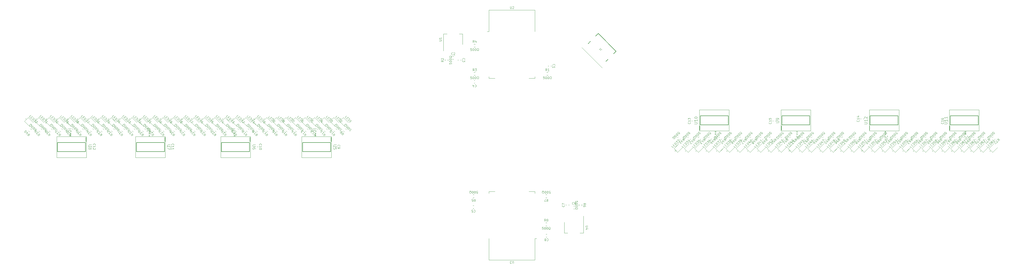
<source format=gbr>
%TF.GenerationSoftware,Flux,Pcbnew,7.0.11-7.0.11~ubuntu20.04.1*%
%TF.CreationDate,2024-08-21T18:35:08+00:00*%
%TF.ProjectId,input,696e7075-742e-46b6-9963-61645f706362,rev?*%
%TF.SameCoordinates,Original*%
%TF.FileFunction,Legend,Top*%
%TF.FilePolarity,Positive*%
%FSLAX46Y46*%
G04 Gerber Fmt 4.6, Leading zero omitted, Abs format (unit mm)*
G04 Filename: practical-fuchsia-massive-robot-spider*
G04 Build it with Flux! Visit our site at: https://www.flux.ai (PCBNEW 7.0.11-7.0.11~ubuntu20.04.1) date 2024-08-21 18:35:08*
%MOMM*%
%LPD*%
G01*
G04 APERTURE LIST*
%ADD10C,0.095000*%
%ADD11C,0.120650*%
%ADD12C,0.074803*%
%ADD13C,0.120000*%
%ADD14C,0.100000*%
%ADD15C,0.050000*%
%ADD16C,0.200000*%
%ADD17C,0.127000*%
G04 APERTURE END LIST*
D10*
X130736724Y-8142513D02*
X131006098Y-7873139D01*
X131006098Y-7873139D02*
X130763661Y-7576828D01*
X130763661Y-7576828D02*
X130763661Y-7630703D01*
X130763661Y-7630703D02*
X130736724Y-7711515D01*
X130736724Y-7711515D02*
X130602037Y-7846202D01*
X130602037Y-7846202D02*
X130521225Y-7873139D01*
X130521225Y-7873139D02*
X130467350Y-7873139D01*
X130467350Y-7873139D02*
X130386538Y-7846202D01*
X130386538Y-7846202D02*
X130251851Y-7711515D01*
X130251851Y-7711515D02*
X130224913Y-7630703D01*
X130224913Y-7630703D02*
X130224913Y-7576828D01*
X130224913Y-7576828D02*
X130251851Y-7496016D01*
X130251851Y-7496016D02*
X130386538Y-7361329D01*
X130386538Y-7361329D02*
X130467350Y-7334391D01*
X130467350Y-7334391D02*
X130521225Y-7334391D01*
X130359600Y-8519637D02*
X130305725Y-8573512D01*
X130305725Y-8573512D02*
X130224913Y-8600449D01*
X130224913Y-8600449D02*
X130171038Y-8600449D01*
X130171038Y-8600449D02*
X130090226Y-8573512D01*
X130090226Y-8573512D02*
X129955539Y-8492700D01*
X129955539Y-8492700D02*
X129820852Y-8358013D01*
X129820852Y-8358013D02*
X129740040Y-8223326D01*
X129740040Y-8223326D02*
X129713103Y-8142514D01*
X129713103Y-8142514D02*
X129713103Y-8088639D01*
X129713103Y-8088639D02*
X129740040Y-8007827D01*
X129740040Y-8007827D02*
X129793915Y-7953952D01*
X129793915Y-7953952D02*
X129874727Y-7927014D01*
X129874727Y-7927014D02*
X129928602Y-7927014D01*
X129928602Y-7927014D02*
X130009414Y-7953952D01*
X130009414Y-7953952D02*
X130144101Y-8034764D01*
X130144101Y-8034764D02*
X130278788Y-8169451D01*
X130278788Y-8169451D02*
X130359600Y-8304138D01*
X130359600Y-8304138D02*
X130386538Y-8384950D01*
X130386538Y-8384950D02*
X130386538Y-8438825D01*
X130386538Y-8438825D02*
X130359600Y-8519637D01*
X129820852Y-9058385D02*
X129766977Y-9112260D01*
X129766977Y-9112260D02*
X129686165Y-9139198D01*
X129686165Y-9139198D02*
X129632290Y-9139198D01*
X129632290Y-9139198D02*
X129551478Y-9112260D01*
X129551478Y-9112260D02*
X129416791Y-9031448D01*
X129416791Y-9031448D02*
X129282104Y-8896761D01*
X129282104Y-8896761D02*
X129201292Y-8762074D01*
X129201292Y-8762074D02*
X129174354Y-8681262D01*
X129174354Y-8681262D02*
X129174354Y-8627387D01*
X129174354Y-8627387D02*
X129201292Y-8546575D01*
X129201292Y-8546575D02*
X129255167Y-8492700D01*
X129255167Y-8492700D02*
X129335979Y-8465762D01*
X129335979Y-8465762D02*
X129389854Y-8465762D01*
X129389854Y-8465762D02*
X129470666Y-8492700D01*
X129470666Y-8492700D02*
X129605353Y-8573512D01*
X129605353Y-8573512D02*
X129740040Y-8708199D01*
X129740040Y-8708199D02*
X129820852Y-8842886D01*
X129820852Y-8842886D02*
X129847789Y-8923698D01*
X129847789Y-8923698D02*
X129847789Y-8977573D01*
X129847789Y-8977573D02*
X129820852Y-9058385D01*
X128851105Y-8896761D02*
X128716418Y-9031448D01*
X128716418Y-9031448D02*
X128824168Y-9139198D01*
X128824168Y-9139198D02*
X128904980Y-9112260D01*
X128904980Y-9112260D02*
X129012730Y-9112260D01*
X129012730Y-9112260D02*
X129120479Y-9166135D01*
X129120479Y-9166135D02*
X129255166Y-9300822D01*
X129255166Y-9300822D02*
X129309041Y-9408572D01*
X129309041Y-9408572D02*
X129309041Y-9516321D01*
X129309041Y-9516321D02*
X129255166Y-9624071D01*
X129255166Y-9624071D02*
X129147417Y-9731821D01*
X129147417Y-9731821D02*
X129039667Y-9785695D01*
X129039667Y-9785695D02*
X128931918Y-9785695D01*
X128931918Y-9785695D02*
X128824168Y-9731821D01*
X128824168Y-9731821D02*
X128689481Y-9597134D01*
X128689481Y-9597134D02*
X128635606Y-9489384D01*
X128635606Y-9489384D02*
X128635606Y-9381634D01*
X128635606Y-9381634D02*
X128662544Y-9300822D01*
X128662544Y-9300822D02*
X128554794Y-9193072D01*
X128554794Y-9193072D02*
X128420107Y-9327760D01*
X131829718Y-9962799D02*
X132287654Y-10043611D01*
X132152967Y-9639550D02*
X132718652Y-10205235D01*
X132718652Y-10205235D02*
X132503153Y-10420734D01*
X132503153Y-10420734D02*
X132422341Y-10447672D01*
X132422341Y-10447672D02*
X132368466Y-10447672D01*
X132368466Y-10447672D02*
X132287654Y-10420734D01*
X132287654Y-10420734D02*
X132206841Y-10339922D01*
X132206841Y-10339922D02*
X132179904Y-10259110D01*
X132179904Y-10259110D02*
X132179904Y-10205235D01*
X132179904Y-10205235D02*
X132206841Y-10124423D01*
X132206841Y-10124423D02*
X132422341Y-9908924D01*
X131910530Y-11013357D02*
X132018280Y-10905608D01*
X132018280Y-10905608D02*
X132045217Y-10824796D01*
X132045217Y-10824796D02*
X132045217Y-10770921D01*
X132045217Y-10770921D02*
X132018280Y-10636234D01*
X132018280Y-10636234D02*
X131937467Y-10501547D01*
X131937467Y-10501547D02*
X131721968Y-10286047D01*
X131721968Y-10286047D02*
X131641156Y-10259110D01*
X131641156Y-10259110D02*
X131587281Y-10259110D01*
X131587281Y-10259110D02*
X131506469Y-10286047D01*
X131506469Y-10286047D02*
X131398719Y-10393797D01*
X131398719Y-10393797D02*
X131371782Y-10474609D01*
X131371782Y-10474609D02*
X131371782Y-10528484D01*
X131371782Y-10528484D02*
X131398719Y-10609296D01*
X131398719Y-10609296D02*
X131533406Y-10743983D01*
X131533406Y-10743983D02*
X131614219Y-10770921D01*
X131614219Y-10770921D02*
X131668093Y-10770921D01*
X131668093Y-10770921D02*
X131748906Y-10743983D01*
X131748906Y-10743983D02*
X131856655Y-10636234D01*
X131856655Y-10636234D02*
X131883593Y-10555421D01*
X131883593Y-10555421D02*
X131883593Y-10501547D01*
X131883593Y-10501547D02*
X131856655Y-10420734D01*
X131506469Y-11417419D02*
X131452594Y-11471293D01*
X131452594Y-11471293D02*
X131371782Y-11498231D01*
X131371782Y-11498231D02*
X131317907Y-11498231D01*
X131317907Y-11498231D02*
X131237095Y-11471293D01*
X131237095Y-11471293D02*
X131102408Y-11390481D01*
X131102408Y-11390481D02*
X130967721Y-11255794D01*
X130967721Y-11255794D02*
X130886909Y-11121107D01*
X130886909Y-11121107D02*
X130859971Y-11040295D01*
X130859971Y-11040295D02*
X130859971Y-10986420D01*
X130859971Y-10986420D02*
X130886909Y-10905608D01*
X130886909Y-10905608D02*
X130940783Y-10851733D01*
X130940783Y-10851733D02*
X131021596Y-10824796D01*
X131021596Y-10824796D02*
X131075470Y-10824796D01*
X131075470Y-10824796D02*
X131156283Y-10851733D01*
X131156283Y-10851733D02*
X131290970Y-10932545D01*
X131290970Y-10932545D02*
X131425657Y-11067232D01*
X131425657Y-11067232D02*
X131506469Y-11201919D01*
X131506469Y-11201919D02*
X131533406Y-11282731D01*
X131533406Y-11282731D02*
X131533406Y-11336606D01*
X131533406Y-11336606D02*
X131506469Y-11417419D01*
X132575061Y-12644171D02*
X132305687Y-12913545D01*
X132305687Y-12913545D02*
X131740002Y-12347860D01*
X132467312Y-12159298D02*
X132655874Y-11970736D01*
X133032997Y-12186235D02*
X132763623Y-12455609D01*
X132763623Y-12455609D02*
X132197938Y-11889924D01*
X132197938Y-11889924D02*
X132467312Y-11620550D01*
X133275434Y-11943798D02*
X132709749Y-11378113D01*
X132709749Y-11378113D02*
X132844436Y-11243426D01*
X132844436Y-11243426D02*
X132952185Y-11189551D01*
X132952185Y-11189551D02*
X133059935Y-11189551D01*
X133059935Y-11189551D02*
X133140747Y-11216489D01*
X133140747Y-11216489D02*
X133275434Y-11297301D01*
X133275434Y-11297301D02*
X133356246Y-11378113D01*
X133356246Y-11378113D02*
X133437058Y-11512800D01*
X133437058Y-11512800D02*
X133463996Y-11593612D01*
X133463996Y-11593612D02*
X133463996Y-11701362D01*
X133463996Y-11701362D02*
X133410121Y-11809111D01*
X133410121Y-11809111D02*
X133275434Y-11943798D01*
X133544808Y-10543054D02*
X133275434Y-10812428D01*
X133275434Y-10812428D02*
X133517871Y-11108739D01*
X133517871Y-11108739D02*
X133517871Y-11054864D01*
X133517871Y-11054864D02*
X133544808Y-10974052D01*
X133544808Y-10974052D02*
X133679495Y-10839365D01*
X133679495Y-10839365D02*
X133760307Y-10812428D01*
X133760307Y-10812428D02*
X133814182Y-10812428D01*
X133814182Y-10812428D02*
X133894994Y-10839365D01*
X133894994Y-10839365D02*
X134029681Y-10974052D01*
X134029681Y-10974052D02*
X134056619Y-11054864D01*
X134056619Y-11054864D02*
X134056619Y-11108739D01*
X134056619Y-11108739D02*
X134029681Y-11189551D01*
X134029681Y-11189551D02*
X133894994Y-11324238D01*
X133894994Y-11324238D02*
X133814182Y-11351176D01*
X133814182Y-11351176D02*
X133760307Y-11351176D01*
X133760307Y-10327554D02*
X134110494Y-9977368D01*
X134110494Y-9977368D02*
X134137431Y-10381429D01*
X134137431Y-10381429D02*
X134218243Y-10300617D01*
X134218243Y-10300617D02*
X134299055Y-10273679D01*
X134299055Y-10273679D02*
X134352930Y-10273679D01*
X134352930Y-10273679D02*
X134433742Y-10300617D01*
X134433742Y-10300617D02*
X134568429Y-10435304D01*
X134568429Y-10435304D02*
X134595367Y-10516116D01*
X134595367Y-10516116D02*
X134595367Y-10569991D01*
X134595367Y-10569991D02*
X134568429Y-10650803D01*
X134568429Y-10650803D02*
X134406805Y-10812427D01*
X134406805Y-10812427D02*
X134325993Y-10839365D01*
X134325993Y-10839365D02*
X134272118Y-10839365D01*
X-157377767Y-2194265D02*
X-157647141Y-1924891D01*
X-157647141Y-1924891D02*
X-157081456Y-1359206D01*
X-156892894Y-2086516D02*
X-156704332Y-2275078D01*
X-156919831Y-2652201D02*
X-157189205Y-2382827D01*
X-157189205Y-2382827D02*
X-156623520Y-1817142D01*
X-156623520Y-1817142D02*
X-156354146Y-2086516D01*
X-156677394Y-2894638D02*
X-156111709Y-2328953D01*
X-156111709Y-2328953D02*
X-155977022Y-2463640D01*
X-155977022Y-2463640D02*
X-155923147Y-2571389D01*
X-155923147Y-2571389D02*
X-155923147Y-2679139D01*
X-155923147Y-2679139D02*
X-155950085Y-2759951D01*
X-155950085Y-2759951D02*
X-156030897Y-2894638D01*
X-156030897Y-2894638D02*
X-156111709Y-2975450D01*
X-156111709Y-2975450D02*
X-156246396Y-3056262D01*
X-156246396Y-3056262D02*
X-156327208Y-3083200D01*
X-156327208Y-3083200D02*
X-156434958Y-3083200D01*
X-156434958Y-3083200D02*
X-156542707Y-3029325D01*
X-156542707Y-3029325D02*
X-156677394Y-2894638D01*
X-155626836Y-2921575D02*
X-155572961Y-2921575D01*
X-155572961Y-2921575D02*
X-155492149Y-2948513D01*
X-155492149Y-2948513D02*
X-155357462Y-3083200D01*
X-155357462Y-3083200D02*
X-155330524Y-3164012D01*
X-155330524Y-3164012D02*
X-155330524Y-3217887D01*
X-155330524Y-3217887D02*
X-155357462Y-3298699D01*
X-155357462Y-3298699D02*
X-155411337Y-3352574D01*
X-155411337Y-3352574D02*
X-155519086Y-3406449D01*
X-155519086Y-3406449D02*
X-156165584Y-3406449D01*
X-156165584Y-3406449D02*
X-155815398Y-3756635D01*
X-155546023Y-4026009D02*
X-155438274Y-4133759D01*
X-155438274Y-4133759D02*
X-155357462Y-4160696D01*
X-155357462Y-4160696D02*
X-155303587Y-4160696D01*
X-155303587Y-4160696D02*
X-155168900Y-4133759D01*
X-155168900Y-4133759D02*
X-155034213Y-4052946D01*
X-155034213Y-4052946D02*
X-154818714Y-3837447D01*
X-154818714Y-3837447D02*
X-154791776Y-3756635D01*
X-154791776Y-3756635D02*
X-154791776Y-3702760D01*
X-154791776Y-3702760D02*
X-154818714Y-3621948D01*
X-154818714Y-3621948D02*
X-154926463Y-3514198D01*
X-154926463Y-3514198D02*
X-155007275Y-3487261D01*
X-155007275Y-3487261D02*
X-155061150Y-3487261D01*
X-155061150Y-3487261D02*
X-155141962Y-3514198D01*
X-155141962Y-3514198D02*
X-155276649Y-3648885D01*
X-155276649Y-3648885D02*
X-155303587Y-3729698D01*
X-155303587Y-3729698D02*
X-155303587Y-3783572D01*
X-155303587Y-3783572D02*
X-155276649Y-3864385D01*
X-155276649Y-3864385D02*
X-155168900Y-3972134D01*
X-155168900Y-3972134D02*
X-155088088Y-3999072D01*
X-155088088Y-3999072D02*
X-155034213Y-3999072D01*
X-155034213Y-3999072D02*
X-154953401Y-3972134D01*
X162334524Y-8142513D02*
X162603898Y-7873139D01*
X162603898Y-7873139D02*
X162361461Y-7576828D01*
X162361461Y-7576828D02*
X162361461Y-7630703D01*
X162361461Y-7630703D02*
X162334524Y-7711515D01*
X162334524Y-7711515D02*
X162199837Y-7846202D01*
X162199837Y-7846202D02*
X162119025Y-7873139D01*
X162119025Y-7873139D02*
X162065150Y-7873139D01*
X162065150Y-7873139D02*
X161984338Y-7846202D01*
X161984338Y-7846202D02*
X161849651Y-7711515D01*
X161849651Y-7711515D02*
X161822713Y-7630703D01*
X161822713Y-7630703D02*
X161822713Y-7576828D01*
X161822713Y-7576828D02*
X161849651Y-7496016D01*
X161849651Y-7496016D02*
X161984338Y-7361329D01*
X161984338Y-7361329D02*
X162065150Y-7334391D01*
X162065150Y-7334391D02*
X162119025Y-7334391D01*
X161957400Y-8519637D02*
X161903525Y-8573512D01*
X161903525Y-8573512D02*
X161822713Y-8600449D01*
X161822713Y-8600449D02*
X161768838Y-8600449D01*
X161768838Y-8600449D02*
X161688026Y-8573512D01*
X161688026Y-8573512D02*
X161553339Y-8492700D01*
X161553339Y-8492700D02*
X161418652Y-8358013D01*
X161418652Y-8358013D02*
X161337840Y-8223326D01*
X161337840Y-8223326D02*
X161310903Y-8142514D01*
X161310903Y-8142514D02*
X161310903Y-8088639D01*
X161310903Y-8088639D02*
X161337840Y-8007827D01*
X161337840Y-8007827D02*
X161391715Y-7953952D01*
X161391715Y-7953952D02*
X161472527Y-7927014D01*
X161472527Y-7927014D02*
X161526402Y-7927014D01*
X161526402Y-7927014D02*
X161607214Y-7953952D01*
X161607214Y-7953952D02*
X161741901Y-8034764D01*
X161741901Y-8034764D02*
X161876588Y-8169451D01*
X161876588Y-8169451D02*
X161957400Y-8304138D01*
X161957400Y-8304138D02*
X161984338Y-8384950D01*
X161984338Y-8384950D02*
X161984338Y-8438825D01*
X161984338Y-8438825D02*
X161957400Y-8519637D01*
X161418652Y-9058385D02*
X161364777Y-9112260D01*
X161364777Y-9112260D02*
X161283965Y-9139198D01*
X161283965Y-9139198D02*
X161230090Y-9139198D01*
X161230090Y-9139198D02*
X161149278Y-9112260D01*
X161149278Y-9112260D02*
X161014591Y-9031448D01*
X161014591Y-9031448D02*
X160879904Y-8896761D01*
X160879904Y-8896761D02*
X160799092Y-8762074D01*
X160799092Y-8762074D02*
X160772154Y-8681262D01*
X160772154Y-8681262D02*
X160772154Y-8627387D01*
X160772154Y-8627387D02*
X160799092Y-8546575D01*
X160799092Y-8546575D02*
X160852967Y-8492700D01*
X160852967Y-8492700D02*
X160933779Y-8465762D01*
X160933779Y-8465762D02*
X160987654Y-8465762D01*
X160987654Y-8465762D02*
X161068466Y-8492700D01*
X161068466Y-8492700D02*
X161203153Y-8573512D01*
X161203153Y-8573512D02*
X161337840Y-8708199D01*
X161337840Y-8708199D02*
X161418652Y-8842886D01*
X161418652Y-8842886D02*
X161445589Y-8923698D01*
X161445589Y-8923698D02*
X161445589Y-8977573D01*
X161445589Y-8977573D02*
X161418652Y-9058385D01*
X160448905Y-8896761D02*
X160314218Y-9031448D01*
X160314218Y-9031448D02*
X160421968Y-9139198D01*
X160421968Y-9139198D02*
X160502780Y-9112260D01*
X160502780Y-9112260D02*
X160610530Y-9112260D01*
X160610530Y-9112260D02*
X160718279Y-9166135D01*
X160718279Y-9166135D02*
X160852966Y-9300822D01*
X160852966Y-9300822D02*
X160906841Y-9408572D01*
X160906841Y-9408572D02*
X160906841Y-9516321D01*
X160906841Y-9516321D02*
X160852966Y-9624071D01*
X160852966Y-9624071D02*
X160745217Y-9731821D01*
X160745217Y-9731821D02*
X160637467Y-9785695D01*
X160637467Y-9785695D02*
X160529718Y-9785695D01*
X160529718Y-9785695D02*
X160421968Y-9731821D01*
X160421968Y-9731821D02*
X160287281Y-9597134D01*
X160287281Y-9597134D02*
X160233406Y-9489384D01*
X160233406Y-9489384D02*
X160233406Y-9381634D01*
X160233406Y-9381634D02*
X160260344Y-9300822D01*
X160260344Y-9300822D02*
X160152594Y-9193072D01*
X160152594Y-9193072D02*
X160017907Y-9327760D01*
X163427518Y-9962799D02*
X163885454Y-10043611D01*
X163750767Y-9639550D02*
X164316452Y-10205235D01*
X164316452Y-10205235D02*
X164100953Y-10420734D01*
X164100953Y-10420734D02*
X164020141Y-10447672D01*
X164020141Y-10447672D02*
X163966266Y-10447672D01*
X163966266Y-10447672D02*
X163885454Y-10420734D01*
X163885454Y-10420734D02*
X163804641Y-10339922D01*
X163804641Y-10339922D02*
X163777704Y-10259110D01*
X163777704Y-10259110D02*
X163777704Y-10205235D01*
X163777704Y-10205235D02*
X163804641Y-10124423D01*
X163804641Y-10124423D02*
X164020141Y-9908924D01*
X163508330Y-11013357D02*
X163616080Y-10905608D01*
X163616080Y-10905608D02*
X163643017Y-10824796D01*
X163643017Y-10824796D02*
X163643017Y-10770921D01*
X163643017Y-10770921D02*
X163616080Y-10636234D01*
X163616080Y-10636234D02*
X163535267Y-10501547D01*
X163535267Y-10501547D02*
X163319768Y-10286047D01*
X163319768Y-10286047D02*
X163238956Y-10259110D01*
X163238956Y-10259110D02*
X163185081Y-10259110D01*
X163185081Y-10259110D02*
X163104269Y-10286047D01*
X163104269Y-10286047D02*
X162996519Y-10393797D01*
X162996519Y-10393797D02*
X162969582Y-10474609D01*
X162969582Y-10474609D02*
X162969582Y-10528484D01*
X162969582Y-10528484D02*
X162996519Y-10609296D01*
X162996519Y-10609296D02*
X163131206Y-10743983D01*
X163131206Y-10743983D02*
X163212019Y-10770921D01*
X163212019Y-10770921D02*
X163265893Y-10770921D01*
X163265893Y-10770921D02*
X163346706Y-10743983D01*
X163346706Y-10743983D02*
X163454455Y-10636234D01*
X163454455Y-10636234D02*
X163481393Y-10555421D01*
X163481393Y-10555421D02*
X163481393Y-10501547D01*
X163481393Y-10501547D02*
X163454455Y-10420734D01*
X162619396Y-10770921D02*
X162511646Y-10878670D01*
X162511646Y-10878670D02*
X162484709Y-10959483D01*
X162484709Y-10959483D02*
X162484709Y-11013357D01*
X162484709Y-11013357D02*
X162511646Y-11148044D01*
X162511646Y-11148044D02*
X162592458Y-11282731D01*
X162592458Y-11282731D02*
X162807957Y-11498231D01*
X162807957Y-11498231D02*
X162888770Y-11525168D01*
X162888770Y-11525168D02*
X162942644Y-11525168D01*
X162942644Y-11525168D02*
X163023457Y-11498231D01*
X163023457Y-11498231D02*
X163131206Y-11390481D01*
X163131206Y-11390481D02*
X163158144Y-11309669D01*
X163158144Y-11309669D02*
X163158144Y-11255794D01*
X163158144Y-11255794D02*
X163131206Y-11174982D01*
X163131206Y-11174982D02*
X162996519Y-11040295D01*
X162996519Y-11040295D02*
X162915707Y-11013357D01*
X162915707Y-11013357D02*
X162861832Y-11013357D01*
X162861832Y-11013357D02*
X162781020Y-11040295D01*
X162781020Y-11040295D02*
X162673270Y-11148044D01*
X162673270Y-11148044D02*
X162646333Y-11228857D01*
X162646333Y-11228857D02*
X162646333Y-11282731D01*
X162646333Y-11282731D02*
X162673270Y-11363544D01*
X169111324Y-8142513D02*
X169380698Y-7873139D01*
X169380698Y-7873139D02*
X169138261Y-7576828D01*
X169138261Y-7576828D02*
X169138261Y-7630703D01*
X169138261Y-7630703D02*
X169111324Y-7711515D01*
X169111324Y-7711515D02*
X168976637Y-7846202D01*
X168976637Y-7846202D02*
X168895825Y-7873139D01*
X168895825Y-7873139D02*
X168841950Y-7873139D01*
X168841950Y-7873139D02*
X168761138Y-7846202D01*
X168761138Y-7846202D02*
X168626451Y-7711515D01*
X168626451Y-7711515D02*
X168599513Y-7630703D01*
X168599513Y-7630703D02*
X168599513Y-7576828D01*
X168599513Y-7576828D02*
X168626451Y-7496016D01*
X168626451Y-7496016D02*
X168761138Y-7361329D01*
X168761138Y-7361329D02*
X168841950Y-7334391D01*
X168841950Y-7334391D02*
X168895825Y-7334391D01*
X168734200Y-8519637D02*
X168680325Y-8573512D01*
X168680325Y-8573512D02*
X168599513Y-8600449D01*
X168599513Y-8600449D02*
X168545638Y-8600449D01*
X168545638Y-8600449D02*
X168464826Y-8573512D01*
X168464826Y-8573512D02*
X168330139Y-8492700D01*
X168330139Y-8492700D02*
X168195452Y-8358013D01*
X168195452Y-8358013D02*
X168114640Y-8223326D01*
X168114640Y-8223326D02*
X168087703Y-8142514D01*
X168087703Y-8142514D02*
X168087703Y-8088639D01*
X168087703Y-8088639D02*
X168114640Y-8007827D01*
X168114640Y-8007827D02*
X168168515Y-7953952D01*
X168168515Y-7953952D02*
X168249327Y-7927014D01*
X168249327Y-7927014D02*
X168303202Y-7927014D01*
X168303202Y-7927014D02*
X168384014Y-7953952D01*
X168384014Y-7953952D02*
X168518701Y-8034764D01*
X168518701Y-8034764D02*
X168653388Y-8169451D01*
X168653388Y-8169451D02*
X168734200Y-8304138D01*
X168734200Y-8304138D02*
X168761138Y-8384950D01*
X168761138Y-8384950D02*
X168761138Y-8438825D01*
X168761138Y-8438825D02*
X168734200Y-8519637D01*
X168195452Y-9058385D02*
X168141577Y-9112260D01*
X168141577Y-9112260D02*
X168060765Y-9139198D01*
X168060765Y-9139198D02*
X168006890Y-9139198D01*
X168006890Y-9139198D02*
X167926078Y-9112260D01*
X167926078Y-9112260D02*
X167791391Y-9031448D01*
X167791391Y-9031448D02*
X167656704Y-8896761D01*
X167656704Y-8896761D02*
X167575892Y-8762074D01*
X167575892Y-8762074D02*
X167548954Y-8681262D01*
X167548954Y-8681262D02*
X167548954Y-8627387D01*
X167548954Y-8627387D02*
X167575892Y-8546575D01*
X167575892Y-8546575D02*
X167629767Y-8492700D01*
X167629767Y-8492700D02*
X167710579Y-8465762D01*
X167710579Y-8465762D02*
X167764454Y-8465762D01*
X167764454Y-8465762D02*
X167845266Y-8492700D01*
X167845266Y-8492700D02*
X167979953Y-8573512D01*
X167979953Y-8573512D02*
X168114640Y-8708199D01*
X168114640Y-8708199D02*
X168195452Y-8842886D01*
X168195452Y-8842886D02*
X168222389Y-8923698D01*
X168222389Y-8923698D02*
X168222389Y-8977573D01*
X168222389Y-8977573D02*
X168195452Y-9058385D01*
X167225705Y-8896761D02*
X167091018Y-9031448D01*
X167091018Y-9031448D02*
X167198768Y-9139198D01*
X167198768Y-9139198D02*
X167279580Y-9112260D01*
X167279580Y-9112260D02*
X167387330Y-9112260D01*
X167387330Y-9112260D02*
X167495079Y-9166135D01*
X167495079Y-9166135D02*
X167629766Y-9300822D01*
X167629766Y-9300822D02*
X167683641Y-9408572D01*
X167683641Y-9408572D02*
X167683641Y-9516321D01*
X167683641Y-9516321D02*
X167629766Y-9624071D01*
X167629766Y-9624071D02*
X167522017Y-9731821D01*
X167522017Y-9731821D02*
X167414267Y-9785695D01*
X167414267Y-9785695D02*
X167306518Y-9785695D01*
X167306518Y-9785695D02*
X167198768Y-9731821D01*
X167198768Y-9731821D02*
X167064081Y-9597134D01*
X167064081Y-9597134D02*
X167010206Y-9489384D01*
X167010206Y-9489384D02*
X167010206Y-9381634D01*
X167010206Y-9381634D02*
X167037144Y-9300822D01*
X167037144Y-9300822D02*
X166929394Y-9193072D01*
X166929394Y-9193072D02*
X166794707Y-9327760D01*
X170204318Y-9962799D02*
X170662254Y-10043611D01*
X170527567Y-9639550D02*
X171093252Y-10205235D01*
X171093252Y-10205235D02*
X170877753Y-10420734D01*
X170877753Y-10420734D02*
X170796941Y-10447672D01*
X170796941Y-10447672D02*
X170743066Y-10447672D01*
X170743066Y-10447672D02*
X170662254Y-10420734D01*
X170662254Y-10420734D02*
X170581441Y-10339922D01*
X170581441Y-10339922D02*
X170554504Y-10259110D01*
X170554504Y-10259110D02*
X170554504Y-10205235D01*
X170554504Y-10205235D02*
X170581441Y-10124423D01*
X170581441Y-10124423D02*
X170796941Y-9908924D01*
X170581441Y-10717046D02*
X170204318Y-11094170D01*
X170204318Y-11094170D02*
X169881069Y-10286047D01*
X169126822Y-11040295D02*
X169450070Y-10717046D01*
X169288446Y-10878670D02*
X169854131Y-11444356D01*
X169854131Y-11444356D02*
X169827194Y-11309669D01*
X169827194Y-11309669D02*
X169827194Y-11201919D01*
X169827194Y-11201919D02*
X169854131Y-11121107D01*
D11*
X-118771546Y-11912897D02*
X-119594023Y-11912897D01*
X-119594023Y-11912897D02*
X-119690785Y-11961278D01*
X-119690785Y-11961278D02*
X-119739166Y-12009659D01*
X-119739166Y-12009659D02*
X-119787546Y-12106421D01*
X-119787546Y-12106421D02*
X-119787546Y-12299945D01*
X-119787546Y-12299945D02*
X-119739166Y-12396707D01*
X-119739166Y-12396707D02*
X-119690785Y-12445088D01*
X-119690785Y-12445088D02*
X-119594023Y-12493469D01*
X-119594023Y-12493469D02*
X-118771546Y-12493469D01*
X-118771546Y-12880516D02*
X-118771546Y-13557850D01*
X-118771546Y-13557850D02*
X-119787546Y-13122421D01*
X-126988351Y-6239505D02*
X-125972351Y-6239505D01*
X-126891590Y-7303887D02*
X-126939971Y-7255506D01*
X-126939971Y-7255506D02*
X-126988351Y-7110363D01*
X-126988351Y-7110363D02*
X-126988351Y-7013601D01*
X-126988351Y-7013601D02*
X-126939971Y-6868458D01*
X-126939971Y-6868458D02*
X-126843209Y-6771696D01*
X-126843209Y-6771696D02*
X-126746447Y-6723315D01*
X-126746447Y-6723315D02*
X-126552923Y-6674934D01*
X-126552923Y-6674934D02*
X-126407780Y-6674934D01*
X-126407780Y-6674934D02*
X-126214256Y-6723315D01*
X-126214256Y-6723315D02*
X-126117494Y-6771696D01*
X-126117494Y-6771696D02*
X-126020732Y-6868458D01*
X-126020732Y-6868458D02*
X-125972351Y-7013601D01*
X-125972351Y-7013601D02*
X-125972351Y-7110363D01*
X-125972351Y-7110363D02*
X-126020732Y-7255506D01*
X-126020732Y-7255506D02*
X-126069113Y-7303887D01*
X-125972351Y-7884458D02*
X-126214256Y-7884458D01*
X-126117494Y-7642553D02*
X-126214256Y-7884458D01*
X-126214256Y-7884458D02*
X-126117494Y-8126363D01*
X-126407780Y-7739315D02*
X-126214256Y-7884458D01*
X-126214256Y-7884458D02*
X-126407780Y-8029601D01*
X-125972351Y-8658553D02*
X-126214256Y-8658553D01*
X-126117494Y-8416648D02*
X-126214256Y-8658553D01*
X-126214256Y-8658553D02*
X-126117494Y-8900458D01*
X-126407780Y-8513410D02*
X-126214256Y-8658553D01*
X-126214256Y-8658553D02*
X-126407780Y-8803696D01*
D10*
X79439424Y-8142513D02*
X79708798Y-7873139D01*
X79708798Y-7873139D02*
X79466361Y-7576828D01*
X79466361Y-7576828D02*
X79466361Y-7630703D01*
X79466361Y-7630703D02*
X79439424Y-7711515D01*
X79439424Y-7711515D02*
X79304737Y-7846202D01*
X79304737Y-7846202D02*
X79223925Y-7873139D01*
X79223925Y-7873139D02*
X79170050Y-7873139D01*
X79170050Y-7873139D02*
X79089238Y-7846202D01*
X79089238Y-7846202D02*
X78954551Y-7711515D01*
X78954551Y-7711515D02*
X78927613Y-7630703D01*
X78927613Y-7630703D02*
X78927613Y-7576828D01*
X78927613Y-7576828D02*
X78954551Y-7496016D01*
X78954551Y-7496016D02*
X79089238Y-7361329D01*
X79089238Y-7361329D02*
X79170050Y-7334391D01*
X79170050Y-7334391D02*
X79223925Y-7334391D01*
X79062300Y-8519637D02*
X79008425Y-8573512D01*
X79008425Y-8573512D02*
X78927613Y-8600449D01*
X78927613Y-8600449D02*
X78873738Y-8600449D01*
X78873738Y-8600449D02*
X78792926Y-8573512D01*
X78792926Y-8573512D02*
X78658239Y-8492700D01*
X78658239Y-8492700D02*
X78523552Y-8358013D01*
X78523552Y-8358013D02*
X78442740Y-8223326D01*
X78442740Y-8223326D02*
X78415803Y-8142514D01*
X78415803Y-8142514D02*
X78415803Y-8088639D01*
X78415803Y-8088639D02*
X78442740Y-8007827D01*
X78442740Y-8007827D02*
X78496615Y-7953952D01*
X78496615Y-7953952D02*
X78577427Y-7927014D01*
X78577427Y-7927014D02*
X78631302Y-7927014D01*
X78631302Y-7927014D02*
X78712114Y-7953952D01*
X78712114Y-7953952D02*
X78846801Y-8034764D01*
X78846801Y-8034764D02*
X78981488Y-8169451D01*
X78981488Y-8169451D02*
X79062300Y-8304138D01*
X79062300Y-8304138D02*
X79089238Y-8384950D01*
X79089238Y-8384950D02*
X79089238Y-8438825D01*
X79089238Y-8438825D02*
X79062300Y-8519637D01*
X78523552Y-9058385D02*
X78469677Y-9112260D01*
X78469677Y-9112260D02*
X78388865Y-9139198D01*
X78388865Y-9139198D02*
X78334990Y-9139198D01*
X78334990Y-9139198D02*
X78254178Y-9112260D01*
X78254178Y-9112260D02*
X78119491Y-9031448D01*
X78119491Y-9031448D02*
X77984804Y-8896761D01*
X77984804Y-8896761D02*
X77903992Y-8762074D01*
X77903992Y-8762074D02*
X77877054Y-8681262D01*
X77877054Y-8681262D02*
X77877054Y-8627387D01*
X77877054Y-8627387D02*
X77903992Y-8546575D01*
X77903992Y-8546575D02*
X77957867Y-8492700D01*
X77957867Y-8492700D02*
X78038679Y-8465762D01*
X78038679Y-8465762D02*
X78092554Y-8465762D01*
X78092554Y-8465762D02*
X78173366Y-8492700D01*
X78173366Y-8492700D02*
X78308053Y-8573512D01*
X78308053Y-8573512D02*
X78442740Y-8708199D01*
X78442740Y-8708199D02*
X78523552Y-8842886D01*
X78523552Y-8842886D02*
X78550489Y-8923698D01*
X78550489Y-8923698D02*
X78550489Y-8977573D01*
X78550489Y-8977573D02*
X78523552Y-9058385D01*
X77553805Y-8896761D02*
X77419118Y-9031448D01*
X77419118Y-9031448D02*
X77526868Y-9139198D01*
X77526868Y-9139198D02*
X77607680Y-9112260D01*
X77607680Y-9112260D02*
X77715430Y-9112260D01*
X77715430Y-9112260D02*
X77823179Y-9166135D01*
X77823179Y-9166135D02*
X77957866Y-9300822D01*
X77957866Y-9300822D02*
X78011741Y-9408572D01*
X78011741Y-9408572D02*
X78011741Y-9516321D01*
X78011741Y-9516321D02*
X77957866Y-9624071D01*
X77957866Y-9624071D02*
X77850117Y-9731821D01*
X77850117Y-9731821D02*
X77742367Y-9785695D01*
X77742367Y-9785695D02*
X77634618Y-9785695D01*
X77634618Y-9785695D02*
X77526868Y-9731821D01*
X77526868Y-9731821D02*
X77392181Y-9597134D01*
X77392181Y-9597134D02*
X77338306Y-9489384D01*
X77338306Y-9489384D02*
X77338306Y-9381634D01*
X77338306Y-9381634D02*
X77365244Y-9300822D01*
X77365244Y-9300822D02*
X77257494Y-9193072D01*
X77257494Y-9193072D02*
X77122807Y-9327760D01*
X80532418Y-9962799D02*
X80990354Y-10043611D01*
X80855667Y-9639550D02*
X81421352Y-10205235D01*
X81421352Y-10205235D02*
X81205853Y-10420734D01*
X81205853Y-10420734D02*
X81125041Y-10447672D01*
X81125041Y-10447672D02*
X81071166Y-10447672D01*
X81071166Y-10447672D02*
X80990354Y-10420734D01*
X80990354Y-10420734D02*
X80909541Y-10339922D01*
X80909541Y-10339922D02*
X80882604Y-10259110D01*
X80882604Y-10259110D02*
X80882604Y-10205235D01*
X80882604Y-10205235D02*
X80909541Y-10124423D01*
X80909541Y-10124423D02*
X81125041Y-9908924D01*
X80424668Y-10824796D02*
X80047545Y-10447672D01*
X80774854Y-10905608D02*
X80505480Y-10366860D01*
X80505480Y-10366860D02*
X80155294Y-10717046D01*
X80074482Y-11552106D02*
X80182231Y-11444356D01*
X80182231Y-11444356D02*
X80209169Y-11363544D01*
X80209169Y-11363544D02*
X80209169Y-11309669D01*
X80209169Y-11309669D02*
X80182231Y-11174982D01*
X80182231Y-11174982D02*
X80101419Y-11040295D01*
X80101419Y-11040295D02*
X79885920Y-10824796D01*
X79885920Y-10824796D02*
X79805108Y-10797858D01*
X79805108Y-10797858D02*
X79751233Y-10797858D01*
X79751233Y-10797858D02*
X79670421Y-10824796D01*
X79670421Y-10824796D02*
X79562671Y-10932545D01*
X79562671Y-10932545D02*
X79535734Y-11013357D01*
X79535734Y-11013357D02*
X79535734Y-11067232D01*
X79535734Y-11067232D02*
X79562671Y-11148044D01*
X79562671Y-11148044D02*
X79697358Y-11282731D01*
X79697358Y-11282731D02*
X79778170Y-11309669D01*
X79778170Y-11309669D02*
X79832045Y-11309669D01*
X79832045Y-11309669D02*
X79912857Y-11282731D01*
X79912857Y-11282731D02*
X80020607Y-11174982D01*
X80020607Y-11174982D02*
X80047544Y-11094170D01*
X80047544Y-11094170D02*
X80047544Y-11040295D01*
X80047544Y-11040295D02*
X80020607Y-10959483D01*
X-87760167Y-2194265D02*
X-88029541Y-1924891D01*
X-88029541Y-1924891D02*
X-87463856Y-1359206D01*
X-87275294Y-2086516D02*
X-87086732Y-2275078D01*
X-87302231Y-2652201D02*
X-87571605Y-2382827D01*
X-87571605Y-2382827D02*
X-87005920Y-1817142D01*
X-87005920Y-1817142D02*
X-86736546Y-2086516D01*
X-87059794Y-2894638D02*
X-86494109Y-2328953D01*
X-86494109Y-2328953D02*
X-86359422Y-2463640D01*
X-86359422Y-2463640D02*
X-86305547Y-2571389D01*
X-86305547Y-2571389D02*
X-86305547Y-2679139D01*
X-86305547Y-2679139D02*
X-86332485Y-2759951D01*
X-86332485Y-2759951D02*
X-86413297Y-2894638D01*
X-86413297Y-2894638D02*
X-86494109Y-2975450D01*
X-86494109Y-2975450D02*
X-86628796Y-3056262D01*
X-86628796Y-3056262D02*
X-86709608Y-3083200D01*
X-86709608Y-3083200D02*
X-86817358Y-3083200D01*
X-86817358Y-3083200D02*
X-86925107Y-3029325D01*
X-86925107Y-3029325D02*
X-87059794Y-2894638D01*
X-86197798Y-3756635D02*
X-86521046Y-3433386D01*
X-86359422Y-3595011D02*
X-85793737Y-3029325D01*
X-85793737Y-3029325D02*
X-85928424Y-3056262D01*
X-85928424Y-3056262D02*
X-86036173Y-3056262D01*
X-86036173Y-3056262D02*
X-86116985Y-3029325D01*
X-85281926Y-3541136D02*
X-85228051Y-3595011D01*
X-85228051Y-3595011D02*
X-85201114Y-3675823D01*
X-85201114Y-3675823D02*
X-85201114Y-3729698D01*
X-85201114Y-3729698D02*
X-85228051Y-3810510D01*
X-85228051Y-3810510D02*
X-85308863Y-3945197D01*
X-85308863Y-3945197D02*
X-85443550Y-4079884D01*
X-85443550Y-4079884D02*
X-85578237Y-4160696D01*
X-85578237Y-4160696D02*
X-85659049Y-4187633D01*
X-85659049Y-4187633D02*
X-85712924Y-4187633D01*
X-85712924Y-4187633D02*
X-85793736Y-4160696D01*
X-85793736Y-4160696D02*
X-85847611Y-4106821D01*
X-85847611Y-4106821D02*
X-85874549Y-4026009D01*
X-85874549Y-4026009D02*
X-85874549Y-3972134D01*
X-85874549Y-3972134D02*
X-85847611Y-3891322D01*
X-85847611Y-3891322D02*
X-85766799Y-3756635D01*
X-85766799Y-3756635D02*
X-85632112Y-3621948D01*
X-85632112Y-3621948D02*
X-85497425Y-3541136D01*
X-85497425Y-3541136D02*
X-85416613Y-3514198D01*
X-85416613Y-3514198D02*
X-85362738Y-3514198D01*
X-85362738Y-3514198D02*
X-85281926Y-3541136D01*
X114254561Y-12644171D02*
X113985187Y-12913545D01*
X113985187Y-12913545D02*
X113419502Y-12347860D01*
X114146812Y-12159298D02*
X114335374Y-11970736D01*
X114712497Y-12186235D02*
X114443123Y-12455609D01*
X114443123Y-12455609D02*
X113877438Y-11889924D01*
X113877438Y-11889924D02*
X114146812Y-11620550D01*
X114954934Y-11943798D02*
X114389249Y-11378113D01*
X114389249Y-11378113D02*
X114523936Y-11243426D01*
X114523936Y-11243426D02*
X114631685Y-11189551D01*
X114631685Y-11189551D02*
X114739435Y-11189551D01*
X114739435Y-11189551D02*
X114820247Y-11216489D01*
X114820247Y-11216489D02*
X114954934Y-11297301D01*
X114954934Y-11297301D02*
X115035746Y-11378113D01*
X115035746Y-11378113D02*
X115116558Y-11512800D01*
X115116558Y-11512800D02*
X115143496Y-11593612D01*
X115143496Y-11593612D02*
X115143496Y-11701362D01*
X115143496Y-11701362D02*
X115089621Y-11809111D01*
X115089621Y-11809111D02*
X114954934Y-11943798D01*
X115385932Y-10758553D02*
X115763056Y-11135676D01*
X115035746Y-10677741D02*
X115305120Y-11216489D01*
X115305120Y-11216489D02*
X115655307Y-10866302D01*
X115816931Y-10435304D02*
X115736119Y-10462241D01*
X115736119Y-10462241D02*
X115682244Y-10462241D01*
X115682244Y-10462241D02*
X115601432Y-10435304D01*
X115601432Y-10435304D02*
X115574494Y-10408366D01*
X115574494Y-10408366D02*
X115547557Y-10327554D01*
X115547557Y-10327554D02*
X115547557Y-10273679D01*
X115547557Y-10273679D02*
X115574494Y-10192867D01*
X115574494Y-10192867D02*
X115682244Y-10085118D01*
X115682244Y-10085118D02*
X115763056Y-10058180D01*
X115763056Y-10058180D02*
X115816931Y-10058180D01*
X115816931Y-10058180D02*
X115897743Y-10085118D01*
X115897743Y-10085118D02*
X115924681Y-10112055D01*
X115924681Y-10112055D02*
X115951618Y-10192867D01*
X115951618Y-10192867D02*
X115951618Y-10246742D01*
X115951618Y-10246742D02*
X115924681Y-10327554D01*
X115924681Y-10327554D02*
X115816931Y-10435304D01*
X115816931Y-10435304D02*
X115789994Y-10516116D01*
X115789994Y-10516116D02*
X115789994Y-10569991D01*
X115789994Y-10569991D02*
X115816931Y-10650803D01*
X115816931Y-10650803D02*
X115924681Y-10758553D01*
X115924681Y-10758553D02*
X116005493Y-10785490D01*
X116005493Y-10785490D02*
X116059368Y-10785490D01*
X116059368Y-10785490D02*
X116140180Y-10758553D01*
X116140180Y-10758553D02*
X116247929Y-10650803D01*
X116247929Y-10650803D02*
X116274867Y-10569991D01*
X116274867Y-10569991D02*
X116274867Y-10516116D01*
X116274867Y-10516116D02*
X116247929Y-10435304D01*
X116247929Y-10435304D02*
X116140180Y-10327554D01*
X116140180Y-10327554D02*
X116059368Y-10300617D01*
X116059368Y-10300617D02*
X116005493Y-10300617D01*
X116005493Y-10300617D02*
X115924681Y-10327554D01*
X-58944104Y-6767033D02*
X-58674730Y-7036407D01*
X-58674730Y-7036407D02*
X-58378419Y-6793970D01*
X-58378419Y-6793970D02*
X-58432294Y-6793970D01*
X-58432294Y-6793970D02*
X-58513106Y-6767033D01*
X-58513106Y-6767033D02*
X-58647793Y-6632346D01*
X-58647793Y-6632346D02*
X-58674730Y-6551534D01*
X-58674730Y-6551534D02*
X-58674730Y-6497659D01*
X-58674730Y-6497659D02*
X-58647793Y-6416847D01*
X-58647793Y-6416847D02*
X-58513106Y-6282160D01*
X-58513106Y-6282160D02*
X-58432294Y-6255222D01*
X-58432294Y-6255222D02*
X-58378419Y-6255222D01*
X-58378419Y-6255222D02*
X-58297607Y-6282160D01*
X-58297607Y-6282160D02*
X-58162920Y-6416847D01*
X-58162920Y-6416847D02*
X-58135982Y-6497659D01*
X-58135982Y-6497659D02*
X-58135982Y-6551534D01*
X-59321228Y-6389909D02*
X-59375103Y-6336034D01*
X-59375103Y-6336034D02*
X-59402040Y-6255222D01*
X-59402040Y-6255222D02*
X-59402040Y-6201347D01*
X-59402040Y-6201347D02*
X-59375103Y-6120535D01*
X-59375103Y-6120535D02*
X-59294291Y-5985848D01*
X-59294291Y-5985848D02*
X-59159604Y-5851161D01*
X-59159604Y-5851161D02*
X-59024917Y-5770349D01*
X-59024917Y-5770349D02*
X-58944105Y-5743412D01*
X-58944105Y-5743412D02*
X-58890230Y-5743412D01*
X-58890230Y-5743412D02*
X-58809418Y-5770349D01*
X-58809418Y-5770349D02*
X-58755543Y-5824224D01*
X-58755543Y-5824224D02*
X-58728605Y-5905036D01*
X-58728605Y-5905036D02*
X-58728605Y-5958911D01*
X-58728605Y-5958911D02*
X-58755543Y-6039723D01*
X-58755543Y-6039723D02*
X-58836355Y-6174410D01*
X-58836355Y-6174410D02*
X-58971042Y-6309097D01*
X-58971042Y-6309097D02*
X-59105729Y-6389909D01*
X-59105729Y-6389909D02*
X-59186541Y-6416847D01*
X-59186541Y-6416847D02*
X-59240416Y-6416847D01*
X-59240416Y-6416847D02*
X-59321228Y-6389909D01*
X-59859976Y-5851161D02*
X-59913851Y-5797286D01*
X-59913851Y-5797286D02*
X-59940789Y-5716474D01*
X-59940789Y-5716474D02*
X-59940789Y-5662599D01*
X-59940789Y-5662599D02*
X-59913851Y-5581787D01*
X-59913851Y-5581787D02*
X-59833039Y-5447100D01*
X-59833039Y-5447100D02*
X-59698352Y-5312413D01*
X-59698352Y-5312413D02*
X-59563665Y-5231601D01*
X-59563665Y-5231601D02*
X-59482853Y-5204663D01*
X-59482853Y-5204663D02*
X-59428978Y-5204663D01*
X-59428978Y-5204663D02*
X-59348166Y-5231601D01*
X-59348166Y-5231601D02*
X-59294291Y-5285476D01*
X-59294291Y-5285476D02*
X-59267353Y-5366288D01*
X-59267353Y-5366288D02*
X-59267353Y-5420163D01*
X-59267353Y-5420163D02*
X-59294291Y-5500975D01*
X-59294291Y-5500975D02*
X-59375103Y-5635662D01*
X-59375103Y-5635662D02*
X-59509790Y-5770349D01*
X-59509790Y-5770349D02*
X-59644477Y-5851161D01*
X-59644477Y-5851161D02*
X-59725289Y-5878098D01*
X-59725289Y-5878098D02*
X-59779164Y-5878098D01*
X-59779164Y-5878098D02*
X-59859976Y-5851161D01*
X-59698352Y-4881414D02*
X-59833039Y-4746727D01*
X-59833039Y-4746727D02*
X-59940789Y-4854477D01*
X-59940789Y-4854477D02*
X-59913851Y-4935289D01*
X-59913851Y-4935289D02*
X-59913851Y-5043039D01*
X-59913851Y-5043039D02*
X-59967726Y-5150788D01*
X-59967726Y-5150788D02*
X-60102413Y-5285475D01*
X-60102413Y-5285475D02*
X-60210163Y-5339350D01*
X-60210163Y-5339350D02*
X-60317912Y-5339350D01*
X-60317912Y-5339350D02*
X-60425662Y-5285475D01*
X-60425662Y-5285475D02*
X-60533412Y-5177726D01*
X-60533412Y-5177726D02*
X-60587286Y-5069976D01*
X-60587286Y-5069976D02*
X-60587286Y-4962227D01*
X-60587286Y-4962227D02*
X-60533412Y-4854477D01*
X-60533412Y-4854477D02*
X-60398725Y-4719790D01*
X-60398725Y-4719790D02*
X-60290975Y-4665915D01*
X-60290975Y-4665915D02*
X-60183225Y-4665915D01*
X-60183225Y-4665915D02*
X-60102413Y-4692853D01*
X-60102413Y-4692853D02*
X-59994663Y-4585103D01*
X-59994663Y-4585103D02*
X-60129351Y-4450416D01*
X-60764408Y-7860009D02*
X-60845220Y-8317945D01*
X-60441159Y-8183258D02*
X-61006844Y-8748943D01*
X-61006844Y-8748943D02*
X-61222343Y-8533444D01*
X-61222343Y-8533444D02*
X-61249281Y-8452632D01*
X-61249281Y-8452632D02*
X-61249281Y-8398757D01*
X-61249281Y-8398757D02*
X-61222343Y-8317945D01*
X-61222343Y-8317945D02*
X-61141531Y-8237132D01*
X-61141531Y-8237132D02*
X-61060719Y-8210195D01*
X-61060719Y-8210195D02*
X-61006844Y-8210195D01*
X-61006844Y-8210195D02*
X-60926032Y-8237132D01*
X-60926032Y-8237132D02*
X-60710533Y-8452632D01*
X-61303156Y-7321261D02*
X-60979907Y-7644510D01*
X-61141531Y-7482885D02*
X-61707217Y-8048571D01*
X-61707217Y-8048571D02*
X-61572530Y-8021633D01*
X-61572530Y-8021633D02*
X-61464780Y-8021633D01*
X-61464780Y-8021633D02*
X-61383968Y-8048571D01*
X-62219028Y-7536760D02*
X-62272902Y-7482885D01*
X-62272902Y-7482885D02*
X-62299840Y-7402073D01*
X-62299840Y-7402073D02*
X-62299840Y-7348198D01*
X-62299840Y-7348198D02*
X-62272902Y-7267386D01*
X-62272902Y-7267386D02*
X-62192090Y-7132699D01*
X-62192090Y-7132699D02*
X-62057403Y-6998012D01*
X-62057403Y-6998012D02*
X-61922716Y-6917200D01*
X-61922716Y-6917200D02*
X-61841904Y-6890262D01*
X-61841904Y-6890262D02*
X-61788029Y-6890262D01*
X-61788029Y-6890262D02*
X-61707217Y-6917200D01*
X-61707217Y-6917200D02*
X-61653342Y-6971074D01*
X-61653342Y-6971074D02*
X-61626405Y-7051887D01*
X-61626405Y-7051887D02*
X-61626405Y-7105761D01*
X-61626405Y-7105761D02*
X-61653342Y-7186574D01*
X-61653342Y-7186574D02*
X-61734154Y-7321261D01*
X-61734154Y-7321261D02*
X-61868841Y-7455948D01*
X-61868841Y-7455948D02*
X-62003528Y-7536760D01*
X-62003528Y-7536760D02*
X-62084340Y-7563697D01*
X-62084340Y-7563697D02*
X-62138215Y-7563697D01*
X-62138215Y-7563697D02*
X-62219028Y-7536760D01*
X160508861Y-12644171D02*
X160239487Y-12913545D01*
X160239487Y-12913545D02*
X159673802Y-12347860D01*
X160401112Y-12159298D02*
X160589674Y-11970736D01*
X160966797Y-12186235D02*
X160697423Y-12455609D01*
X160697423Y-12455609D02*
X160131738Y-11889924D01*
X160131738Y-11889924D02*
X160401112Y-11620550D01*
X161209234Y-11943798D02*
X160643549Y-11378113D01*
X160643549Y-11378113D02*
X160778236Y-11243426D01*
X160778236Y-11243426D02*
X160885985Y-11189551D01*
X160885985Y-11189551D02*
X160993735Y-11189551D01*
X160993735Y-11189551D02*
X161074547Y-11216489D01*
X161074547Y-11216489D02*
X161209234Y-11297301D01*
X161209234Y-11297301D02*
X161290046Y-11378113D01*
X161290046Y-11378113D02*
X161370858Y-11512800D01*
X161370858Y-11512800D02*
X161397796Y-11593612D01*
X161397796Y-11593612D02*
X161397796Y-11701362D01*
X161397796Y-11701362D02*
X161343921Y-11809111D01*
X161343921Y-11809111D02*
X161209234Y-11943798D01*
X161451671Y-10569991D02*
X161343921Y-10677741D01*
X161343921Y-10677741D02*
X161316984Y-10758553D01*
X161316984Y-10758553D02*
X161316984Y-10812428D01*
X161316984Y-10812428D02*
X161343921Y-10947115D01*
X161343921Y-10947115D02*
X161424733Y-11081802D01*
X161424733Y-11081802D02*
X161640232Y-11297301D01*
X161640232Y-11297301D02*
X161721045Y-11324238D01*
X161721045Y-11324238D02*
X161774919Y-11324238D01*
X161774919Y-11324238D02*
X161855732Y-11297301D01*
X161855732Y-11297301D02*
X161963481Y-11189551D01*
X161963481Y-11189551D02*
X161990419Y-11108739D01*
X161990419Y-11108739D02*
X161990419Y-11054864D01*
X161990419Y-11054864D02*
X161963481Y-10974052D01*
X161963481Y-10974052D02*
X161828794Y-10839365D01*
X161828794Y-10839365D02*
X161747982Y-10812428D01*
X161747982Y-10812428D02*
X161694107Y-10812428D01*
X161694107Y-10812428D02*
X161613295Y-10839365D01*
X161613295Y-10839365D02*
X161505545Y-10947115D01*
X161505545Y-10947115D02*
X161478608Y-11027927D01*
X161478608Y-11027927D02*
X161478608Y-11081802D01*
X161478608Y-11081802D02*
X161505545Y-11162614D01*
X162609979Y-10543053D02*
X162286730Y-10866302D01*
X162448355Y-10704678D02*
X161882669Y-10138992D01*
X161882669Y-10138992D02*
X161909607Y-10273679D01*
X161909607Y-10273679D02*
X161909607Y-10381429D01*
X161909607Y-10381429D02*
X161882669Y-10462241D01*
X25270544Y-32257329D02*
X25270544Y-31876377D01*
X25270544Y-31876377D02*
X24889592Y-31838281D01*
X24889592Y-31838281D02*
X24927687Y-31876377D01*
X24927687Y-31876377D02*
X24965782Y-31952567D01*
X24965782Y-31952567D02*
X24965782Y-32143043D01*
X24965782Y-32143043D02*
X24927687Y-32219234D01*
X24927687Y-32219234D02*
X24889592Y-32257329D01*
X24889592Y-32257329D02*
X24813401Y-32295424D01*
X24813401Y-32295424D02*
X24622925Y-32295424D01*
X24622925Y-32295424D02*
X24546735Y-32257329D01*
X24546735Y-32257329D02*
X24508640Y-32219234D01*
X24508640Y-32219234D02*
X24470544Y-32143043D01*
X24470544Y-32143043D02*
X24470544Y-31952567D01*
X24470544Y-31952567D02*
X24508640Y-31876377D01*
X24508640Y-31876377D02*
X24546735Y-31838281D01*
X25270544Y-32790663D02*
X25270544Y-32866853D01*
X25270544Y-32866853D02*
X25232449Y-32943044D01*
X25232449Y-32943044D02*
X25194354Y-32981139D01*
X25194354Y-32981139D02*
X25118163Y-33019234D01*
X25118163Y-33019234D02*
X24965782Y-33057329D01*
X24965782Y-33057329D02*
X24775306Y-33057329D01*
X24775306Y-33057329D02*
X24622925Y-33019234D01*
X24622925Y-33019234D02*
X24546735Y-32981139D01*
X24546735Y-32981139D02*
X24508640Y-32943044D01*
X24508640Y-32943044D02*
X24470544Y-32866853D01*
X24470544Y-32866853D02*
X24470544Y-32790663D01*
X24470544Y-32790663D02*
X24508640Y-32714472D01*
X24508640Y-32714472D02*
X24546735Y-32676377D01*
X24546735Y-32676377D02*
X24622925Y-32638282D01*
X24622925Y-32638282D02*
X24775306Y-32600186D01*
X24775306Y-32600186D02*
X24965782Y-32600186D01*
X24965782Y-32600186D02*
X25118163Y-32638282D01*
X25118163Y-32638282D02*
X25194354Y-32676377D01*
X25194354Y-32676377D02*
X25232449Y-32714472D01*
X25232449Y-32714472D02*
X25270544Y-32790663D01*
X25270544Y-33552568D02*
X25270544Y-33628758D01*
X25270544Y-33628758D02*
X25232449Y-33704949D01*
X25232449Y-33704949D02*
X25194354Y-33743044D01*
X25194354Y-33743044D02*
X25118163Y-33781139D01*
X25118163Y-33781139D02*
X24965782Y-33819234D01*
X24965782Y-33819234D02*
X24775306Y-33819234D01*
X24775306Y-33819234D02*
X24622925Y-33781139D01*
X24622925Y-33781139D02*
X24546735Y-33743044D01*
X24546735Y-33743044D02*
X24508640Y-33704949D01*
X24508640Y-33704949D02*
X24470544Y-33628758D01*
X24470544Y-33628758D02*
X24470544Y-33552568D01*
X24470544Y-33552568D02*
X24508640Y-33476377D01*
X24508640Y-33476377D02*
X24546735Y-33438282D01*
X24546735Y-33438282D02*
X24622925Y-33400187D01*
X24622925Y-33400187D02*
X24775306Y-33362091D01*
X24775306Y-33362091D02*
X24965782Y-33362091D01*
X24965782Y-33362091D02*
X25118163Y-33400187D01*
X25118163Y-33400187D02*
X25194354Y-33438282D01*
X25194354Y-33438282D02*
X25232449Y-33476377D01*
X25232449Y-33476377D02*
X25270544Y-33552568D01*
X24470544Y-34123996D02*
X24470544Y-34314473D01*
X24470544Y-34314473D02*
X24622925Y-34314473D01*
X24622925Y-34314473D02*
X24661020Y-34238282D01*
X24661020Y-34238282D02*
X24737211Y-34162092D01*
X24737211Y-34162092D02*
X24851497Y-34123996D01*
X24851497Y-34123996D02*
X25041973Y-34123996D01*
X25041973Y-34123996D02*
X25156259Y-34162092D01*
X25156259Y-34162092D02*
X25232449Y-34238282D01*
X25232449Y-34238282D02*
X25270544Y-34352568D01*
X25270544Y-34352568D02*
X25270544Y-34504949D01*
X25270544Y-34504949D02*
X25232449Y-34619235D01*
X25232449Y-34619235D02*
X25156259Y-34695425D01*
X25156259Y-34695425D02*
X25041973Y-34733520D01*
X25041973Y-34733520D02*
X24851497Y-34733520D01*
X24851497Y-34733520D02*
X24737211Y-34695425D01*
X24737211Y-34695425D02*
X24661020Y-34619235D01*
X24661020Y-34619235D02*
X24622925Y-34543044D01*
X24622925Y-34543044D02*
X24470544Y-34543044D01*
X24470544Y-34543044D02*
X24470544Y-34733520D01*
X27330544Y-33152566D02*
X27711497Y-32885899D01*
X27330544Y-32695423D02*
X28130544Y-32695423D01*
X28130544Y-32695423D02*
X28130544Y-33000185D01*
X28130544Y-33000185D02*
X28092449Y-33076375D01*
X28092449Y-33076375D02*
X28054354Y-33114470D01*
X28054354Y-33114470D02*
X27978163Y-33152566D01*
X27978163Y-33152566D02*
X27863878Y-33152566D01*
X27863878Y-33152566D02*
X27787687Y-33114470D01*
X27787687Y-33114470D02*
X27749592Y-33076375D01*
X27749592Y-33076375D02*
X27711497Y-33000185D01*
X27711497Y-33000185D02*
X27711497Y-32695423D01*
X28130544Y-33838280D02*
X28130544Y-33685899D01*
X28130544Y-33685899D02*
X28092449Y-33609708D01*
X28092449Y-33609708D02*
X28054354Y-33571613D01*
X28054354Y-33571613D02*
X27940068Y-33495423D01*
X27940068Y-33495423D02*
X27787687Y-33457327D01*
X27787687Y-33457327D02*
X27482925Y-33457327D01*
X27482925Y-33457327D02*
X27406735Y-33495423D01*
X27406735Y-33495423D02*
X27368640Y-33533518D01*
X27368640Y-33533518D02*
X27330544Y-33609708D01*
X27330544Y-33609708D02*
X27330544Y-33762089D01*
X27330544Y-33762089D02*
X27368640Y-33838280D01*
X27368640Y-33838280D02*
X27406735Y-33876375D01*
X27406735Y-33876375D02*
X27482925Y-33914470D01*
X27482925Y-33914470D02*
X27673401Y-33914470D01*
X27673401Y-33914470D02*
X27749592Y-33876375D01*
X27749592Y-33876375D02*
X27787687Y-33838280D01*
X27787687Y-33838280D02*
X27825782Y-33762089D01*
X27825782Y-33762089D02*
X27825782Y-33609708D01*
X27825782Y-33609708D02*
X27787687Y-33533518D01*
X27787687Y-33533518D02*
X27749592Y-33495423D01*
X27749592Y-33495423D02*
X27673401Y-33457327D01*
X14379428Y-45251935D02*
X14417524Y-45213840D01*
X14417524Y-45213840D02*
X14531809Y-45175744D01*
X14531809Y-45175744D02*
X14608000Y-45175744D01*
X14608000Y-45175744D02*
X14722286Y-45213840D01*
X14722286Y-45213840D02*
X14798476Y-45290030D01*
X14798476Y-45290030D02*
X14836571Y-45366220D01*
X14836571Y-45366220D02*
X14874667Y-45518601D01*
X14874667Y-45518601D02*
X14874667Y-45632887D01*
X14874667Y-45632887D02*
X14836571Y-45785268D01*
X14836571Y-45785268D02*
X14798476Y-45861459D01*
X14798476Y-45861459D02*
X14722286Y-45937649D01*
X14722286Y-45937649D02*
X14608000Y-45975744D01*
X14608000Y-45975744D02*
X14531809Y-45975744D01*
X14531809Y-45975744D02*
X14417524Y-45937649D01*
X14417524Y-45937649D02*
X14379428Y-45899554D01*
X13922286Y-45632887D02*
X13998476Y-45670982D01*
X13998476Y-45670982D02*
X14036571Y-45709078D01*
X14036571Y-45709078D02*
X14074667Y-45785268D01*
X14074667Y-45785268D02*
X14074667Y-45823363D01*
X14074667Y-45823363D02*
X14036571Y-45899554D01*
X14036571Y-45899554D02*
X13998476Y-45937649D01*
X13998476Y-45937649D02*
X13922286Y-45975744D01*
X13922286Y-45975744D02*
X13769905Y-45975744D01*
X13769905Y-45975744D02*
X13693714Y-45937649D01*
X13693714Y-45937649D02*
X13655619Y-45899554D01*
X13655619Y-45899554D02*
X13617524Y-45823363D01*
X13617524Y-45823363D02*
X13617524Y-45785268D01*
X13617524Y-45785268D02*
X13655619Y-45709078D01*
X13655619Y-45709078D02*
X13693714Y-45670982D01*
X13693714Y-45670982D02*
X13769905Y-45632887D01*
X13769905Y-45632887D02*
X13922286Y-45632887D01*
X13922286Y-45632887D02*
X13998476Y-45594792D01*
X13998476Y-45594792D02*
X14036571Y-45556697D01*
X14036571Y-45556697D02*
X14074667Y-45480506D01*
X14074667Y-45480506D02*
X14074667Y-45328125D01*
X14074667Y-45328125D02*
X14036571Y-45251935D01*
X14036571Y-45251935D02*
X13998476Y-45213840D01*
X13998476Y-45213840D02*
X13922286Y-45175744D01*
X13922286Y-45175744D02*
X13769905Y-45175744D01*
X13769905Y-45175744D02*
X13693714Y-45213840D01*
X13693714Y-45213840D02*
X13655619Y-45251935D01*
X13655619Y-45251935D02*
X13617524Y-45328125D01*
X13617524Y-45328125D02*
X13617524Y-45480506D01*
X13617524Y-45480506D02*
X13655619Y-45556697D01*
X13655619Y-45556697D02*
X13693714Y-45594792D01*
X13693714Y-45594792D02*
X13769905Y-45632887D01*
X-161041767Y-2194265D02*
X-161311141Y-1924891D01*
X-161311141Y-1924891D02*
X-160745456Y-1359206D01*
X-160556894Y-2086516D02*
X-160368332Y-2275078D01*
X-160583831Y-2652201D02*
X-160853205Y-2382827D01*
X-160853205Y-2382827D02*
X-160287520Y-1817142D01*
X-160287520Y-1817142D02*
X-160018146Y-2086516D01*
X-160341394Y-2894638D02*
X-159775709Y-2328953D01*
X-159775709Y-2328953D02*
X-159641022Y-2463640D01*
X-159641022Y-2463640D02*
X-159587147Y-2571389D01*
X-159587147Y-2571389D02*
X-159587147Y-2679139D01*
X-159587147Y-2679139D02*
X-159614085Y-2759951D01*
X-159614085Y-2759951D02*
X-159694897Y-2894638D01*
X-159694897Y-2894638D02*
X-159775709Y-2975450D01*
X-159775709Y-2975450D02*
X-159910396Y-3056262D01*
X-159910396Y-3056262D02*
X-159991208Y-3083200D01*
X-159991208Y-3083200D02*
X-160098958Y-3083200D01*
X-160098958Y-3083200D02*
X-160206707Y-3029325D01*
X-160206707Y-3029325D02*
X-160341394Y-2894638D01*
X-159263898Y-2840763D02*
X-158913712Y-3190949D01*
X-158913712Y-3190949D02*
X-159317773Y-3217887D01*
X-159317773Y-3217887D02*
X-159236961Y-3298699D01*
X-159236961Y-3298699D02*
X-159210024Y-3379511D01*
X-159210024Y-3379511D02*
X-159210024Y-3433386D01*
X-159210024Y-3433386D02*
X-159236961Y-3514198D01*
X-159236961Y-3514198D02*
X-159371648Y-3648885D01*
X-159371648Y-3648885D02*
X-159452460Y-3675823D01*
X-159452460Y-3675823D02*
X-159506335Y-3675823D01*
X-159506335Y-3675823D02*
X-159587147Y-3648885D01*
X-159587147Y-3648885D02*
X-159748772Y-3487261D01*
X-159748772Y-3487261D02*
X-159775709Y-3406449D01*
X-159775709Y-3406449D02*
X-159775709Y-3352574D01*
X-158563526Y-3541136D02*
X-158509651Y-3595011D01*
X-158509651Y-3595011D02*
X-158482714Y-3675823D01*
X-158482714Y-3675823D02*
X-158482714Y-3729698D01*
X-158482714Y-3729698D02*
X-158509651Y-3810510D01*
X-158509651Y-3810510D02*
X-158590463Y-3945197D01*
X-158590463Y-3945197D02*
X-158725150Y-4079884D01*
X-158725150Y-4079884D02*
X-158859837Y-4160696D01*
X-158859837Y-4160696D02*
X-158940649Y-4187633D01*
X-158940649Y-4187633D02*
X-158994524Y-4187633D01*
X-158994524Y-4187633D02*
X-159075336Y-4160696D01*
X-159075336Y-4160696D02*
X-159129211Y-4106821D01*
X-159129211Y-4106821D02*
X-159156149Y-4026009D01*
X-159156149Y-4026009D02*
X-159156149Y-3972134D01*
X-159156149Y-3972134D02*
X-159129211Y-3891322D01*
X-159129211Y-3891322D02*
X-159048399Y-3756635D01*
X-159048399Y-3756635D02*
X-158913712Y-3621948D01*
X-158913712Y-3621948D02*
X-158779025Y-3541136D01*
X-158779025Y-3541136D02*
X-158698213Y-3514198D01*
X-158698213Y-3514198D02*
X-158644338Y-3514198D01*
X-158644338Y-3514198D02*
X-158563526Y-3541136D01*
X84942061Y-12644171D02*
X84672687Y-12913545D01*
X84672687Y-12913545D02*
X84107002Y-12347860D01*
X84834312Y-12159298D02*
X85022874Y-11970736D01*
X85399997Y-12186235D02*
X85130623Y-12455609D01*
X85130623Y-12455609D02*
X84564938Y-11889924D01*
X84564938Y-11889924D02*
X84834312Y-11620550D01*
X85642434Y-11943798D02*
X85076749Y-11378113D01*
X85076749Y-11378113D02*
X85211436Y-11243426D01*
X85211436Y-11243426D02*
X85319185Y-11189551D01*
X85319185Y-11189551D02*
X85426935Y-11189551D01*
X85426935Y-11189551D02*
X85507747Y-11216489D01*
X85507747Y-11216489D02*
X85642434Y-11297301D01*
X85642434Y-11297301D02*
X85723246Y-11378113D01*
X85723246Y-11378113D02*
X85804058Y-11512800D01*
X85804058Y-11512800D02*
X85830996Y-11593612D01*
X85830996Y-11593612D02*
X85830996Y-11701362D01*
X85830996Y-11701362D02*
X85777121Y-11809111D01*
X85777121Y-11809111D02*
X85642434Y-11943798D01*
X86073432Y-10758553D02*
X86450556Y-11135676D01*
X85723246Y-10677741D02*
X85992620Y-11216489D01*
X85992620Y-11216489D02*
X86342807Y-10866302D01*
X86288932Y-10165930D02*
X86342807Y-10112055D01*
X86342807Y-10112055D02*
X86423619Y-10085118D01*
X86423619Y-10085118D02*
X86477494Y-10085118D01*
X86477494Y-10085118D02*
X86558306Y-10112055D01*
X86558306Y-10112055D02*
X86692993Y-10192867D01*
X86692993Y-10192867D02*
X86827680Y-10327554D01*
X86827680Y-10327554D02*
X86908492Y-10462241D01*
X86908492Y-10462241D02*
X86935429Y-10543053D01*
X86935429Y-10543053D02*
X86935429Y-10596928D01*
X86935429Y-10596928D02*
X86908492Y-10677740D01*
X86908492Y-10677740D02*
X86854617Y-10731615D01*
X86854617Y-10731615D02*
X86773805Y-10758553D01*
X86773805Y-10758553D02*
X86719930Y-10758553D01*
X86719930Y-10758553D02*
X86639118Y-10731615D01*
X86639118Y-10731615D02*
X86504431Y-10650803D01*
X86504431Y-10650803D02*
X86369744Y-10516116D01*
X86369744Y-10516116D02*
X86288932Y-10381429D01*
X86288932Y-10381429D02*
X86261994Y-10300617D01*
X86261994Y-10300617D02*
X86261994Y-10246742D01*
X86261994Y-10246742D02*
X86288932Y-10165930D01*
X103262361Y-12644171D02*
X102992987Y-12913545D01*
X102992987Y-12913545D02*
X102427302Y-12347860D01*
X103154612Y-12159298D02*
X103343174Y-11970736D01*
X103720297Y-12186235D02*
X103450923Y-12455609D01*
X103450923Y-12455609D02*
X102885238Y-11889924D01*
X102885238Y-11889924D02*
X103154612Y-11620550D01*
X103962734Y-11943798D02*
X103397049Y-11378113D01*
X103397049Y-11378113D02*
X103531736Y-11243426D01*
X103531736Y-11243426D02*
X103639485Y-11189551D01*
X103639485Y-11189551D02*
X103747235Y-11189551D01*
X103747235Y-11189551D02*
X103828047Y-11216489D01*
X103828047Y-11216489D02*
X103962734Y-11297301D01*
X103962734Y-11297301D02*
X104043546Y-11378113D01*
X104043546Y-11378113D02*
X104124358Y-11512800D01*
X104124358Y-11512800D02*
X104151296Y-11593612D01*
X104151296Y-11593612D02*
X104151296Y-11701362D01*
X104151296Y-11701362D02*
X104097421Y-11809111D01*
X104097421Y-11809111D02*
X103962734Y-11943798D01*
X104393732Y-10758553D02*
X104770856Y-11135676D01*
X104043546Y-10677741D02*
X104312920Y-11216489D01*
X104312920Y-11216489D02*
X104663107Y-10866302D01*
X104770856Y-10004305D02*
X104501482Y-10273679D01*
X104501482Y-10273679D02*
X104743919Y-10569991D01*
X104743919Y-10569991D02*
X104743919Y-10516116D01*
X104743919Y-10516116D02*
X104770856Y-10435304D01*
X104770856Y-10435304D02*
X104905543Y-10300617D01*
X104905543Y-10300617D02*
X104986355Y-10273679D01*
X104986355Y-10273679D02*
X105040230Y-10273679D01*
X105040230Y-10273679D02*
X105121042Y-10300617D01*
X105121042Y-10300617D02*
X105255729Y-10435304D01*
X105255729Y-10435304D02*
X105282667Y-10516116D01*
X105282667Y-10516116D02*
X105282667Y-10569991D01*
X105282667Y-10569991D02*
X105255729Y-10650803D01*
X105255729Y-10650803D02*
X105121042Y-10785490D01*
X105121042Y-10785490D02*
X105040230Y-10812427D01*
X105040230Y-10812427D02*
X104986355Y-10812427D01*
X152169524Y-8142513D02*
X152438898Y-7873139D01*
X152438898Y-7873139D02*
X152196461Y-7576828D01*
X152196461Y-7576828D02*
X152196461Y-7630703D01*
X152196461Y-7630703D02*
X152169524Y-7711515D01*
X152169524Y-7711515D02*
X152034837Y-7846202D01*
X152034837Y-7846202D02*
X151954025Y-7873139D01*
X151954025Y-7873139D02*
X151900150Y-7873139D01*
X151900150Y-7873139D02*
X151819338Y-7846202D01*
X151819338Y-7846202D02*
X151684651Y-7711515D01*
X151684651Y-7711515D02*
X151657713Y-7630703D01*
X151657713Y-7630703D02*
X151657713Y-7576828D01*
X151657713Y-7576828D02*
X151684651Y-7496016D01*
X151684651Y-7496016D02*
X151819338Y-7361329D01*
X151819338Y-7361329D02*
X151900150Y-7334391D01*
X151900150Y-7334391D02*
X151954025Y-7334391D01*
X151792400Y-8519637D02*
X151738525Y-8573512D01*
X151738525Y-8573512D02*
X151657713Y-8600449D01*
X151657713Y-8600449D02*
X151603838Y-8600449D01*
X151603838Y-8600449D02*
X151523026Y-8573512D01*
X151523026Y-8573512D02*
X151388339Y-8492700D01*
X151388339Y-8492700D02*
X151253652Y-8358013D01*
X151253652Y-8358013D02*
X151172840Y-8223326D01*
X151172840Y-8223326D02*
X151145903Y-8142514D01*
X151145903Y-8142514D02*
X151145903Y-8088639D01*
X151145903Y-8088639D02*
X151172840Y-8007827D01*
X151172840Y-8007827D02*
X151226715Y-7953952D01*
X151226715Y-7953952D02*
X151307527Y-7927014D01*
X151307527Y-7927014D02*
X151361402Y-7927014D01*
X151361402Y-7927014D02*
X151442214Y-7953952D01*
X151442214Y-7953952D02*
X151576901Y-8034764D01*
X151576901Y-8034764D02*
X151711588Y-8169451D01*
X151711588Y-8169451D02*
X151792400Y-8304138D01*
X151792400Y-8304138D02*
X151819338Y-8384950D01*
X151819338Y-8384950D02*
X151819338Y-8438825D01*
X151819338Y-8438825D02*
X151792400Y-8519637D01*
X151253652Y-9058385D02*
X151199777Y-9112260D01*
X151199777Y-9112260D02*
X151118965Y-9139198D01*
X151118965Y-9139198D02*
X151065090Y-9139198D01*
X151065090Y-9139198D02*
X150984278Y-9112260D01*
X150984278Y-9112260D02*
X150849591Y-9031448D01*
X150849591Y-9031448D02*
X150714904Y-8896761D01*
X150714904Y-8896761D02*
X150634092Y-8762074D01*
X150634092Y-8762074D02*
X150607154Y-8681262D01*
X150607154Y-8681262D02*
X150607154Y-8627387D01*
X150607154Y-8627387D02*
X150634092Y-8546575D01*
X150634092Y-8546575D02*
X150687967Y-8492700D01*
X150687967Y-8492700D02*
X150768779Y-8465762D01*
X150768779Y-8465762D02*
X150822654Y-8465762D01*
X150822654Y-8465762D02*
X150903466Y-8492700D01*
X150903466Y-8492700D02*
X151038153Y-8573512D01*
X151038153Y-8573512D02*
X151172840Y-8708199D01*
X151172840Y-8708199D02*
X151253652Y-8842886D01*
X151253652Y-8842886D02*
X151280589Y-8923698D01*
X151280589Y-8923698D02*
X151280589Y-8977573D01*
X151280589Y-8977573D02*
X151253652Y-9058385D01*
X150283905Y-8896761D02*
X150149218Y-9031448D01*
X150149218Y-9031448D02*
X150256968Y-9139198D01*
X150256968Y-9139198D02*
X150337780Y-9112260D01*
X150337780Y-9112260D02*
X150445530Y-9112260D01*
X150445530Y-9112260D02*
X150553279Y-9166135D01*
X150553279Y-9166135D02*
X150687966Y-9300822D01*
X150687966Y-9300822D02*
X150741841Y-9408572D01*
X150741841Y-9408572D02*
X150741841Y-9516321D01*
X150741841Y-9516321D02*
X150687966Y-9624071D01*
X150687966Y-9624071D02*
X150580217Y-9731821D01*
X150580217Y-9731821D02*
X150472467Y-9785695D01*
X150472467Y-9785695D02*
X150364718Y-9785695D01*
X150364718Y-9785695D02*
X150256968Y-9731821D01*
X150256968Y-9731821D02*
X150122281Y-9597134D01*
X150122281Y-9597134D02*
X150068406Y-9489384D01*
X150068406Y-9489384D02*
X150068406Y-9381634D01*
X150068406Y-9381634D02*
X150095344Y-9300822D01*
X150095344Y-9300822D02*
X149987594Y-9193072D01*
X149987594Y-9193072D02*
X149852907Y-9327760D01*
X153262518Y-9962799D02*
X153720454Y-10043611D01*
X153585767Y-9639550D02*
X154151452Y-10205235D01*
X154151452Y-10205235D02*
X153935953Y-10420734D01*
X153935953Y-10420734D02*
X153855141Y-10447672D01*
X153855141Y-10447672D02*
X153801266Y-10447672D01*
X153801266Y-10447672D02*
X153720454Y-10420734D01*
X153720454Y-10420734D02*
X153639641Y-10339922D01*
X153639641Y-10339922D02*
X153612704Y-10259110D01*
X153612704Y-10259110D02*
X153612704Y-10205235D01*
X153612704Y-10205235D02*
X153639641Y-10124423D01*
X153639641Y-10124423D02*
X153855141Y-9908924D01*
X153343330Y-11013357D02*
X153451080Y-10905608D01*
X153451080Y-10905608D02*
X153478017Y-10824796D01*
X153478017Y-10824796D02*
X153478017Y-10770921D01*
X153478017Y-10770921D02*
X153451080Y-10636234D01*
X153451080Y-10636234D02*
X153370267Y-10501547D01*
X153370267Y-10501547D02*
X153154768Y-10286047D01*
X153154768Y-10286047D02*
X153073956Y-10259110D01*
X153073956Y-10259110D02*
X153020081Y-10259110D01*
X153020081Y-10259110D02*
X152939269Y-10286047D01*
X152939269Y-10286047D02*
X152831519Y-10393797D01*
X152831519Y-10393797D02*
X152804582Y-10474609D01*
X152804582Y-10474609D02*
X152804582Y-10528484D01*
X152804582Y-10528484D02*
X152831519Y-10609296D01*
X152831519Y-10609296D02*
X152966206Y-10743983D01*
X152966206Y-10743983D02*
X153047019Y-10770921D01*
X153047019Y-10770921D02*
X153100893Y-10770921D01*
X153100893Y-10770921D02*
X153181706Y-10743983D01*
X153181706Y-10743983D02*
X153289455Y-10636234D01*
X153289455Y-10636234D02*
X153316393Y-10555421D01*
X153316393Y-10555421D02*
X153316393Y-10501547D01*
X153316393Y-10501547D02*
X153289455Y-10420734D01*
X152804582Y-11552106D02*
X152912331Y-11444356D01*
X152912331Y-11444356D02*
X152939269Y-11363544D01*
X152939269Y-11363544D02*
X152939269Y-11309669D01*
X152939269Y-11309669D02*
X152912331Y-11174982D01*
X152912331Y-11174982D02*
X152831519Y-11040295D01*
X152831519Y-11040295D02*
X152616020Y-10824796D01*
X152616020Y-10824796D02*
X152535208Y-10797858D01*
X152535208Y-10797858D02*
X152481333Y-10797858D01*
X152481333Y-10797858D02*
X152400521Y-10824796D01*
X152400521Y-10824796D02*
X152292771Y-10932545D01*
X152292771Y-10932545D02*
X152265834Y-11013357D01*
X152265834Y-11013357D02*
X152265834Y-11067232D01*
X152265834Y-11067232D02*
X152292771Y-11148044D01*
X152292771Y-11148044D02*
X152427458Y-11282731D01*
X152427458Y-11282731D02*
X152508270Y-11309669D01*
X152508270Y-11309669D02*
X152562145Y-11309669D01*
X152562145Y-11309669D02*
X152642957Y-11282731D01*
X152642957Y-11282731D02*
X152750707Y-11174982D01*
X152750707Y-11174982D02*
X152777644Y-11094170D01*
X152777644Y-11094170D02*
X152777644Y-11040295D01*
X152777644Y-11040295D02*
X152750707Y-10959483D01*
X-139057267Y-2194265D02*
X-139326641Y-1924891D01*
X-139326641Y-1924891D02*
X-138760956Y-1359206D01*
X-138572394Y-2086516D02*
X-138383832Y-2275078D01*
X-138599331Y-2652201D02*
X-138868705Y-2382827D01*
X-138868705Y-2382827D02*
X-138303020Y-1817142D01*
X-138303020Y-1817142D02*
X-138033646Y-2086516D01*
X-138356894Y-2894638D02*
X-137791209Y-2328953D01*
X-137791209Y-2328953D02*
X-137656522Y-2463640D01*
X-137656522Y-2463640D02*
X-137602647Y-2571389D01*
X-137602647Y-2571389D02*
X-137602647Y-2679139D01*
X-137602647Y-2679139D02*
X-137629585Y-2759951D01*
X-137629585Y-2759951D02*
X-137710397Y-2894638D01*
X-137710397Y-2894638D02*
X-137791209Y-2975450D01*
X-137791209Y-2975450D02*
X-137925896Y-3056262D01*
X-137925896Y-3056262D02*
X-138006708Y-3083200D01*
X-138006708Y-3083200D02*
X-138114458Y-3083200D01*
X-138114458Y-3083200D02*
X-138222207Y-3029325D01*
X-138222207Y-3029325D02*
X-138356894Y-2894638D01*
X-137306336Y-2921575D02*
X-137252461Y-2921575D01*
X-137252461Y-2921575D02*
X-137171649Y-2948513D01*
X-137171649Y-2948513D02*
X-137036962Y-3083200D01*
X-137036962Y-3083200D02*
X-137010024Y-3164012D01*
X-137010024Y-3164012D02*
X-137010024Y-3217887D01*
X-137010024Y-3217887D02*
X-137036962Y-3298699D01*
X-137036962Y-3298699D02*
X-137090837Y-3352574D01*
X-137090837Y-3352574D02*
X-137198586Y-3406449D01*
X-137198586Y-3406449D02*
X-137845084Y-3406449D01*
X-137845084Y-3406449D02*
X-137494898Y-3756635D01*
X-136632901Y-3864385D02*
X-137010024Y-4241508D01*
X-136552088Y-3514198D02*
X-137090836Y-3783572D01*
X-137090836Y-3783572D02*
X-136740650Y-4133759D01*
X165722824Y-8142513D02*
X165992198Y-7873139D01*
X165992198Y-7873139D02*
X165749761Y-7576828D01*
X165749761Y-7576828D02*
X165749761Y-7630703D01*
X165749761Y-7630703D02*
X165722824Y-7711515D01*
X165722824Y-7711515D02*
X165588137Y-7846202D01*
X165588137Y-7846202D02*
X165507325Y-7873139D01*
X165507325Y-7873139D02*
X165453450Y-7873139D01*
X165453450Y-7873139D02*
X165372638Y-7846202D01*
X165372638Y-7846202D02*
X165237951Y-7711515D01*
X165237951Y-7711515D02*
X165211013Y-7630703D01*
X165211013Y-7630703D02*
X165211013Y-7576828D01*
X165211013Y-7576828D02*
X165237951Y-7496016D01*
X165237951Y-7496016D02*
X165372638Y-7361329D01*
X165372638Y-7361329D02*
X165453450Y-7334391D01*
X165453450Y-7334391D02*
X165507325Y-7334391D01*
X165345700Y-8519637D02*
X165291825Y-8573512D01*
X165291825Y-8573512D02*
X165211013Y-8600449D01*
X165211013Y-8600449D02*
X165157138Y-8600449D01*
X165157138Y-8600449D02*
X165076326Y-8573512D01*
X165076326Y-8573512D02*
X164941639Y-8492700D01*
X164941639Y-8492700D02*
X164806952Y-8358013D01*
X164806952Y-8358013D02*
X164726140Y-8223326D01*
X164726140Y-8223326D02*
X164699203Y-8142514D01*
X164699203Y-8142514D02*
X164699203Y-8088639D01*
X164699203Y-8088639D02*
X164726140Y-8007827D01*
X164726140Y-8007827D02*
X164780015Y-7953952D01*
X164780015Y-7953952D02*
X164860827Y-7927014D01*
X164860827Y-7927014D02*
X164914702Y-7927014D01*
X164914702Y-7927014D02*
X164995514Y-7953952D01*
X164995514Y-7953952D02*
X165130201Y-8034764D01*
X165130201Y-8034764D02*
X165264888Y-8169451D01*
X165264888Y-8169451D02*
X165345700Y-8304138D01*
X165345700Y-8304138D02*
X165372638Y-8384950D01*
X165372638Y-8384950D02*
X165372638Y-8438825D01*
X165372638Y-8438825D02*
X165345700Y-8519637D01*
X164806952Y-9058385D02*
X164753077Y-9112260D01*
X164753077Y-9112260D02*
X164672265Y-9139198D01*
X164672265Y-9139198D02*
X164618390Y-9139198D01*
X164618390Y-9139198D02*
X164537578Y-9112260D01*
X164537578Y-9112260D02*
X164402891Y-9031448D01*
X164402891Y-9031448D02*
X164268204Y-8896761D01*
X164268204Y-8896761D02*
X164187392Y-8762074D01*
X164187392Y-8762074D02*
X164160454Y-8681262D01*
X164160454Y-8681262D02*
X164160454Y-8627387D01*
X164160454Y-8627387D02*
X164187392Y-8546575D01*
X164187392Y-8546575D02*
X164241267Y-8492700D01*
X164241267Y-8492700D02*
X164322079Y-8465762D01*
X164322079Y-8465762D02*
X164375954Y-8465762D01*
X164375954Y-8465762D02*
X164456766Y-8492700D01*
X164456766Y-8492700D02*
X164591453Y-8573512D01*
X164591453Y-8573512D02*
X164726140Y-8708199D01*
X164726140Y-8708199D02*
X164806952Y-8842886D01*
X164806952Y-8842886D02*
X164833889Y-8923698D01*
X164833889Y-8923698D02*
X164833889Y-8977573D01*
X164833889Y-8977573D02*
X164806952Y-9058385D01*
X163837205Y-8896761D02*
X163702518Y-9031448D01*
X163702518Y-9031448D02*
X163810268Y-9139198D01*
X163810268Y-9139198D02*
X163891080Y-9112260D01*
X163891080Y-9112260D02*
X163998830Y-9112260D01*
X163998830Y-9112260D02*
X164106579Y-9166135D01*
X164106579Y-9166135D02*
X164241266Y-9300822D01*
X164241266Y-9300822D02*
X164295141Y-9408572D01*
X164295141Y-9408572D02*
X164295141Y-9516321D01*
X164295141Y-9516321D02*
X164241266Y-9624071D01*
X164241266Y-9624071D02*
X164133517Y-9731821D01*
X164133517Y-9731821D02*
X164025767Y-9785695D01*
X164025767Y-9785695D02*
X163918018Y-9785695D01*
X163918018Y-9785695D02*
X163810268Y-9731821D01*
X163810268Y-9731821D02*
X163675581Y-9597134D01*
X163675581Y-9597134D02*
X163621706Y-9489384D01*
X163621706Y-9489384D02*
X163621706Y-9381634D01*
X163621706Y-9381634D02*
X163648644Y-9300822D01*
X163648644Y-9300822D02*
X163540894Y-9193072D01*
X163540894Y-9193072D02*
X163406207Y-9327760D01*
X166815818Y-9962799D02*
X167273754Y-10043611D01*
X167139067Y-9639550D02*
X167704752Y-10205235D01*
X167704752Y-10205235D02*
X167489253Y-10420734D01*
X167489253Y-10420734D02*
X167408441Y-10447672D01*
X167408441Y-10447672D02*
X167354566Y-10447672D01*
X167354566Y-10447672D02*
X167273754Y-10420734D01*
X167273754Y-10420734D02*
X167192941Y-10339922D01*
X167192941Y-10339922D02*
X167166004Y-10259110D01*
X167166004Y-10259110D02*
X167166004Y-10205235D01*
X167166004Y-10205235D02*
X167192941Y-10124423D01*
X167192941Y-10124423D02*
X167408441Y-9908924D01*
X167192941Y-10717046D02*
X166815818Y-11094170D01*
X166815818Y-11094170D02*
X166492569Y-10286047D01*
X166492569Y-11417419D02*
X166438694Y-11471293D01*
X166438694Y-11471293D02*
X166357882Y-11498231D01*
X166357882Y-11498231D02*
X166304007Y-11498231D01*
X166304007Y-11498231D02*
X166223195Y-11471293D01*
X166223195Y-11471293D02*
X166088508Y-11390481D01*
X166088508Y-11390481D02*
X165953821Y-11255794D01*
X165953821Y-11255794D02*
X165873009Y-11121107D01*
X165873009Y-11121107D02*
X165846071Y-11040295D01*
X165846071Y-11040295D02*
X165846071Y-10986420D01*
X165846071Y-10986420D02*
X165873009Y-10905608D01*
X165873009Y-10905608D02*
X165926883Y-10851733D01*
X165926883Y-10851733D02*
X166007696Y-10824796D01*
X166007696Y-10824796D02*
X166061570Y-10824796D01*
X166061570Y-10824796D02*
X166142383Y-10851733D01*
X166142383Y-10851733D02*
X166277070Y-10932545D01*
X166277070Y-10932545D02*
X166411757Y-11067232D01*
X166411757Y-11067232D02*
X166492569Y-11201919D01*
X166492569Y-11201919D02*
X166519506Y-11282731D01*
X166519506Y-11282731D02*
X166519506Y-11336606D01*
X166519506Y-11336606D02*
X166492569Y-11417419D01*
X61119124Y-8142513D02*
X61388498Y-7873139D01*
X61388498Y-7873139D02*
X61146061Y-7576828D01*
X61146061Y-7576828D02*
X61146061Y-7630703D01*
X61146061Y-7630703D02*
X61119124Y-7711515D01*
X61119124Y-7711515D02*
X60984437Y-7846202D01*
X60984437Y-7846202D02*
X60903625Y-7873139D01*
X60903625Y-7873139D02*
X60849750Y-7873139D01*
X60849750Y-7873139D02*
X60768938Y-7846202D01*
X60768938Y-7846202D02*
X60634251Y-7711515D01*
X60634251Y-7711515D02*
X60607313Y-7630703D01*
X60607313Y-7630703D02*
X60607313Y-7576828D01*
X60607313Y-7576828D02*
X60634251Y-7496016D01*
X60634251Y-7496016D02*
X60768938Y-7361329D01*
X60768938Y-7361329D02*
X60849750Y-7334391D01*
X60849750Y-7334391D02*
X60903625Y-7334391D01*
X60742000Y-8519637D02*
X60688125Y-8573512D01*
X60688125Y-8573512D02*
X60607313Y-8600449D01*
X60607313Y-8600449D02*
X60553438Y-8600449D01*
X60553438Y-8600449D02*
X60472626Y-8573512D01*
X60472626Y-8573512D02*
X60337939Y-8492700D01*
X60337939Y-8492700D02*
X60203252Y-8358013D01*
X60203252Y-8358013D02*
X60122440Y-8223326D01*
X60122440Y-8223326D02*
X60095503Y-8142514D01*
X60095503Y-8142514D02*
X60095503Y-8088639D01*
X60095503Y-8088639D02*
X60122440Y-8007827D01*
X60122440Y-8007827D02*
X60176315Y-7953952D01*
X60176315Y-7953952D02*
X60257127Y-7927014D01*
X60257127Y-7927014D02*
X60311002Y-7927014D01*
X60311002Y-7927014D02*
X60391814Y-7953952D01*
X60391814Y-7953952D02*
X60526501Y-8034764D01*
X60526501Y-8034764D02*
X60661188Y-8169451D01*
X60661188Y-8169451D02*
X60742000Y-8304138D01*
X60742000Y-8304138D02*
X60768938Y-8384950D01*
X60768938Y-8384950D02*
X60768938Y-8438825D01*
X60768938Y-8438825D02*
X60742000Y-8519637D01*
X60203252Y-9058385D02*
X60149377Y-9112260D01*
X60149377Y-9112260D02*
X60068565Y-9139198D01*
X60068565Y-9139198D02*
X60014690Y-9139198D01*
X60014690Y-9139198D02*
X59933878Y-9112260D01*
X59933878Y-9112260D02*
X59799191Y-9031448D01*
X59799191Y-9031448D02*
X59664504Y-8896761D01*
X59664504Y-8896761D02*
X59583692Y-8762074D01*
X59583692Y-8762074D02*
X59556754Y-8681262D01*
X59556754Y-8681262D02*
X59556754Y-8627387D01*
X59556754Y-8627387D02*
X59583692Y-8546575D01*
X59583692Y-8546575D02*
X59637567Y-8492700D01*
X59637567Y-8492700D02*
X59718379Y-8465762D01*
X59718379Y-8465762D02*
X59772254Y-8465762D01*
X59772254Y-8465762D02*
X59853066Y-8492700D01*
X59853066Y-8492700D02*
X59987753Y-8573512D01*
X59987753Y-8573512D02*
X60122440Y-8708199D01*
X60122440Y-8708199D02*
X60203252Y-8842886D01*
X60203252Y-8842886D02*
X60230189Y-8923698D01*
X60230189Y-8923698D02*
X60230189Y-8977573D01*
X60230189Y-8977573D02*
X60203252Y-9058385D01*
X59233505Y-8896761D02*
X59098818Y-9031448D01*
X59098818Y-9031448D02*
X59206568Y-9139198D01*
X59206568Y-9139198D02*
X59287380Y-9112260D01*
X59287380Y-9112260D02*
X59395130Y-9112260D01*
X59395130Y-9112260D02*
X59502879Y-9166135D01*
X59502879Y-9166135D02*
X59637566Y-9300822D01*
X59637566Y-9300822D02*
X59691441Y-9408572D01*
X59691441Y-9408572D02*
X59691441Y-9516321D01*
X59691441Y-9516321D02*
X59637566Y-9624071D01*
X59637566Y-9624071D02*
X59529817Y-9731821D01*
X59529817Y-9731821D02*
X59422067Y-9785695D01*
X59422067Y-9785695D02*
X59314318Y-9785695D01*
X59314318Y-9785695D02*
X59206568Y-9731821D01*
X59206568Y-9731821D02*
X59071881Y-9597134D01*
X59071881Y-9597134D02*
X59018006Y-9489384D01*
X59018006Y-9489384D02*
X59018006Y-9381634D01*
X59018006Y-9381634D02*
X59044944Y-9300822D01*
X59044944Y-9300822D02*
X58937194Y-9193072D01*
X58937194Y-9193072D02*
X58802507Y-9327760D01*
X62212118Y-9962799D02*
X62670054Y-10043611D01*
X62535367Y-9639550D02*
X63101052Y-10205235D01*
X63101052Y-10205235D02*
X62885553Y-10420734D01*
X62885553Y-10420734D02*
X62804741Y-10447672D01*
X62804741Y-10447672D02*
X62750866Y-10447672D01*
X62750866Y-10447672D02*
X62670054Y-10420734D01*
X62670054Y-10420734D02*
X62589241Y-10339922D01*
X62589241Y-10339922D02*
X62562304Y-10259110D01*
X62562304Y-10259110D02*
X62562304Y-10205235D01*
X62562304Y-10205235D02*
X62589241Y-10124423D01*
X62589241Y-10124423D02*
X62804741Y-9908924D01*
X62104368Y-10824796D02*
X61727245Y-10447672D01*
X62454554Y-10905608D02*
X62185180Y-10366860D01*
X62185180Y-10366860D02*
X61834994Y-10717046D01*
X61134622Y-11040295D02*
X61457870Y-10717046D01*
X61296246Y-10878670D02*
X61861931Y-11444356D01*
X61861931Y-11444356D02*
X61834994Y-11309669D01*
X61834994Y-11309669D02*
X61834994Y-11201919D01*
X61834994Y-11201919D02*
X61861931Y-11121107D01*
X-70273393Y-2463639D02*
X-70542767Y-2194265D01*
X-70542767Y-2194265D02*
X-69977082Y-1628580D01*
X-69788520Y-2355889D02*
X-69599958Y-2544451D01*
X-69815458Y-2921575D02*
X-70084832Y-2652201D01*
X-70084832Y-2652201D02*
X-69519146Y-2086515D01*
X-69519146Y-2086515D02*
X-69249772Y-2355889D01*
X-69573021Y-3164012D02*
X-69007335Y-2598326D01*
X-69007335Y-2598326D02*
X-68872648Y-2733013D01*
X-68872648Y-2733013D02*
X-68818773Y-2840763D01*
X-68818773Y-2840763D02*
X-68818773Y-2948513D01*
X-68818773Y-2948513D02*
X-68845711Y-3029325D01*
X-68845711Y-3029325D02*
X-68926523Y-3164012D01*
X-68926523Y-3164012D02*
X-69007335Y-3244824D01*
X-69007335Y-3244824D02*
X-69142022Y-3325636D01*
X-69142022Y-3325636D02*
X-69222834Y-3352574D01*
X-69222834Y-3352574D02*
X-69330584Y-3352574D01*
X-69330584Y-3352574D02*
X-69438334Y-3298699D01*
X-69438334Y-3298699D02*
X-69573021Y-3164012D01*
X-68172276Y-3433386D02*
X-68441650Y-3164012D01*
X-68441650Y-3164012D02*
X-68737961Y-3406448D01*
X-68737961Y-3406448D02*
X-68684086Y-3406448D01*
X-68684086Y-3406448D02*
X-68603274Y-3433386D01*
X-68603274Y-3433386D02*
X-68468587Y-3568073D01*
X-68468587Y-3568073D02*
X-68441650Y-3648885D01*
X-68441650Y-3648885D02*
X-68441650Y-3702760D01*
X-68441650Y-3702760D02*
X-68468587Y-3783572D01*
X-68468587Y-3783572D02*
X-68603274Y-3918259D01*
X-68603274Y-3918259D02*
X-68684086Y-3945196D01*
X-68684086Y-3945196D02*
X-68737961Y-3945196D01*
X-68737961Y-3945196D02*
X-68818773Y-3918259D01*
X-68818773Y-3918259D02*
X-68953460Y-3783572D01*
X-68953460Y-3783572D02*
X-68980398Y-3702760D01*
X-68980398Y-3702760D02*
X-68980398Y-3648885D01*
X-130295404Y-6767033D02*
X-130026030Y-7036407D01*
X-130026030Y-7036407D02*
X-129729719Y-6793970D01*
X-129729719Y-6793970D02*
X-129783594Y-6793970D01*
X-129783594Y-6793970D02*
X-129864406Y-6767033D01*
X-129864406Y-6767033D02*
X-129999093Y-6632346D01*
X-129999093Y-6632346D02*
X-130026030Y-6551534D01*
X-130026030Y-6551534D02*
X-130026030Y-6497659D01*
X-130026030Y-6497659D02*
X-129999093Y-6416847D01*
X-129999093Y-6416847D02*
X-129864406Y-6282160D01*
X-129864406Y-6282160D02*
X-129783594Y-6255222D01*
X-129783594Y-6255222D02*
X-129729719Y-6255222D01*
X-129729719Y-6255222D02*
X-129648907Y-6282160D01*
X-129648907Y-6282160D02*
X-129514220Y-6416847D01*
X-129514220Y-6416847D02*
X-129487282Y-6497659D01*
X-129487282Y-6497659D02*
X-129487282Y-6551534D01*
X-130672528Y-6389909D02*
X-130726403Y-6336034D01*
X-130726403Y-6336034D02*
X-130753340Y-6255222D01*
X-130753340Y-6255222D02*
X-130753340Y-6201347D01*
X-130753340Y-6201347D02*
X-130726403Y-6120535D01*
X-130726403Y-6120535D02*
X-130645591Y-5985848D01*
X-130645591Y-5985848D02*
X-130510904Y-5851161D01*
X-130510904Y-5851161D02*
X-130376217Y-5770349D01*
X-130376217Y-5770349D02*
X-130295405Y-5743412D01*
X-130295405Y-5743412D02*
X-130241530Y-5743412D01*
X-130241530Y-5743412D02*
X-130160718Y-5770349D01*
X-130160718Y-5770349D02*
X-130106843Y-5824224D01*
X-130106843Y-5824224D02*
X-130079905Y-5905036D01*
X-130079905Y-5905036D02*
X-130079905Y-5958911D01*
X-130079905Y-5958911D02*
X-130106843Y-6039723D01*
X-130106843Y-6039723D02*
X-130187655Y-6174410D01*
X-130187655Y-6174410D02*
X-130322342Y-6309097D01*
X-130322342Y-6309097D02*
X-130457029Y-6389909D01*
X-130457029Y-6389909D02*
X-130537841Y-6416847D01*
X-130537841Y-6416847D02*
X-130591716Y-6416847D01*
X-130591716Y-6416847D02*
X-130672528Y-6389909D01*
X-131211276Y-5851161D02*
X-131265151Y-5797286D01*
X-131265151Y-5797286D02*
X-131292089Y-5716474D01*
X-131292089Y-5716474D02*
X-131292089Y-5662599D01*
X-131292089Y-5662599D02*
X-131265151Y-5581787D01*
X-131265151Y-5581787D02*
X-131184339Y-5447100D01*
X-131184339Y-5447100D02*
X-131049652Y-5312413D01*
X-131049652Y-5312413D02*
X-130914965Y-5231601D01*
X-130914965Y-5231601D02*
X-130834153Y-5204663D01*
X-130834153Y-5204663D02*
X-130780278Y-5204663D01*
X-130780278Y-5204663D02*
X-130699466Y-5231601D01*
X-130699466Y-5231601D02*
X-130645591Y-5285476D01*
X-130645591Y-5285476D02*
X-130618653Y-5366288D01*
X-130618653Y-5366288D02*
X-130618653Y-5420163D01*
X-130618653Y-5420163D02*
X-130645591Y-5500975D01*
X-130645591Y-5500975D02*
X-130726403Y-5635662D01*
X-130726403Y-5635662D02*
X-130861090Y-5770349D01*
X-130861090Y-5770349D02*
X-130995777Y-5851161D01*
X-130995777Y-5851161D02*
X-131076589Y-5878098D01*
X-131076589Y-5878098D02*
X-131130464Y-5878098D01*
X-131130464Y-5878098D02*
X-131211276Y-5851161D01*
X-131049652Y-4881414D02*
X-131184339Y-4746727D01*
X-131184339Y-4746727D02*
X-131292089Y-4854477D01*
X-131292089Y-4854477D02*
X-131265151Y-4935289D01*
X-131265151Y-4935289D02*
X-131265151Y-5043039D01*
X-131265151Y-5043039D02*
X-131319026Y-5150788D01*
X-131319026Y-5150788D02*
X-131453713Y-5285475D01*
X-131453713Y-5285475D02*
X-131561463Y-5339350D01*
X-131561463Y-5339350D02*
X-131669212Y-5339350D01*
X-131669212Y-5339350D02*
X-131776962Y-5285475D01*
X-131776962Y-5285475D02*
X-131884712Y-5177726D01*
X-131884712Y-5177726D02*
X-131938586Y-5069976D01*
X-131938586Y-5069976D02*
X-131938586Y-4962227D01*
X-131938586Y-4962227D02*
X-131884712Y-4854477D01*
X-131884712Y-4854477D02*
X-131750025Y-4719790D01*
X-131750025Y-4719790D02*
X-131642275Y-4665915D01*
X-131642275Y-4665915D02*
X-131534525Y-4665915D01*
X-131534525Y-4665915D02*
X-131453713Y-4692853D01*
X-131453713Y-4692853D02*
X-131345963Y-4585103D01*
X-131345963Y-4585103D02*
X-131480651Y-4450416D01*
X-132115708Y-7860009D02*
X-132196520Y-8317945D01*
X-131792459Y-8183258D02*
X-132358144Y-8748943D01*
X-132358144Y-8748943D02*
X-132573643Y-8533444D01*
X-132573643Y-8533444D02*
X-132600581Y-8452632D01*
X-132600581Y-8452632D02*
X-132600581Y-8398757D01*
X-132600581Y-8398757D02*
X-132573643Y-8317945D01*
X-132573643Y-8317945D02*
X-132492831Y-8237132D01*
X-132492831Y-8237132D02*
X-132412019Y-8210195D01*
X-132412019Y-8210195D02*
X-132358144Y-8210195D01*
X-132358144Y-8210195D02*
X-132277332Y-8237132D01*
X-132277332Y-8237132D02*
X-132061833Y-8452632D01*
X-132869955Y-8237132D02*
X-133220141Y-7886946D01*
X-133220141Y-7886946D02*
X-132816080Y-7860009D01*
X-132816080Y-7860009D02*
X-132896892Y-7779197D01*
X-132896892Y-7779197D02*
X-132923830Y-7698384D01*
X-132923830Y-7698384D02*
X-132923830Y-7644510D01*
X-132923830Y-7644510D02*
X-132896892Y-7563697D01*
X-132896892Y-7563697D02*
X-132762205Y-7429010D01*
X-132762205Y-7429010D02*
X-132681393Y-7402073D01*
X-132681393Y-7402073D02*
X-132627518Y-7402073D01*
X-132627518Y-7402073D02*
X-132546706Y-7429010D01*
X-132546706Y-7429010D02*
X-132385082Y-7590635D01*
X-132385082Y-7590635D02*
X-132358144Y-7671447D01*
X-132358144Y-7671447D02*
X-132358144Y-7725322D01*
X-133570328Y-7536760D02*
X-133624202Y-7482885D01*
X-133624202Y-7482885D02*
X-133651140Y-7402073D01*
X-133651140Y-7402073D02*
X-133651140Y-7348198D01*
X-133651140Y-7348198D02*
X-133624202Y-7267386D01*
X-133624202Y-7267386D02*
X-133543390Y-7132699D01*
X-133543390Y-7132699D02*
X-133408703Y-6998012D01*
X-133408703Y-6998012D02*
X-133274016Y-6917200D01*
X-133274016Y-6917200D02*
X-133193204Y-6890262D01*
X-133193204Y-6890262D02*
X-133139329Y-6890262D01*
X-133139329Y-6890262D02*
X-133058517Y-6917200D01*
X-133058517Y-6917200D02*
X-133004642Y-6971074D01*
X-133004642Y-6971074D02*
X-132977705Y-7051887D01*
X-132977705Y-7051887D02*
X-132977705Y-7105761D01*
X-132977705Y-7105761D02*
X-133004642Y-7186574D01*
X-133004642Y-7186574D02*
X-133085454Y-7321261D01*
X-133085454Y-7321261D02*
X-133220141Y-7455948D01*
X-133220141Y-7455948D02*
X-133354828Y-7536760D01*
X-133354828Y-7536760D02*
X-133435640Y-7563697D01*
X-133435640Y-7563697D02*
X-133489515Y-7563697D01*
X-133489515Y-7563697D02*
X-133570328Y-7536760D01*
X145392924Y-8142513D02*
X145662298Y-7873139D01*
X145662298Y-7873139D02*
X145419861Y-7576828D01*
X145419861Y-7576828D02*
X145419861Y-7630703D01*
X145419861Y-7630703D02*
X145392924Y-7711515D01*
X145392924Y-7711515D02*
X145258237Y-7846202D01*
X145258237Y-7846202D02*
X145177425Y-7873139D01*
X145177425Y-7873139D02*
X145123550Y-7873139D01*
X145123550Y-7873139D02*
X145042738Y-7846202D01*
X145042738Y-7846202D02*
X144908051Y-7711515D01*
X144908051Y-7711515D02*
X144881113Y-7630703D01*
X144881113Y-7630703D02*
X144881113Y-7576828D01*
X144881113Y-7576828D02*
X144908051Y-7496016D01*
X144908051Y-7496016D02*
X145042738Y-7361329D01*
X145042738Y-7361329D02*
X145123550Y-7334391D01*
X145123550Y-7334391D02*
X145177425Y-7334391D01*
X145015800Y-8519637D02*
X144961925Y-8573512D01*
X144961925Y-8573512D02*
X144881113Y-8600449D01*
X144881113Y-8600449D02*
X144827238Y-8600449D01*
X144827238Y-8600449D02*
X144746426Y-8573512D01*
X144746426Y-8573512D02*
X144611739Y-8492700D01*
X144611739Y-8492700D02*
X144477052Y-8358013D01*
X144477052Y-8358013D02*
X144396240Y-8223326D01*
X144396240Y-8223326D02*
X144369303Y-8142514D01*
X144369303Y-8142514D02*
X144369303Y-8088639D01*
X144369303Y-8088639D02*
X144396240Y-8007827D01*
X144396240Y-8007827D02*
X144450115Y-7953952D01*
X144450115Y-7953952D02*
X144530927Y-7927014D01*
X144530927Y-7927014D02*
X144584802Y-7927014D01*
X144584802Y-7927014D02*
X144665614Y-7953952D01*
X144665614Y-7953952D02*
X144800301Y-8034764D01*
X144800301Y-8034764D02*
X144934988Y-8169451D01*
X144934988Y-8169451D02*
X145015800Y-8304138D01*
X145015800Y-8304138D02*
X145042738Y-8384950D01*
X145042738Y-8384950D02*
X145042738Y-8438825D01*
X145042738Y-8438825D02*
X145015800Y-8519637D01*
X144477052Y-9058385D02*
X144423177Y-9112260D01*
X144423177Y-9112260D02*
X144342365Y-9139198D01*
X144342365Y-9139198D02*
X144288490Y-9139198D01*
X144288490Y-9139198D02*
X144207678Y-9112260D01*
X144207678Y-9112260D02*
X144072991Y-9031448D01*
X144072991Y-9031448D02*
X143938304Y-8896761D01*
X143938304Y-8896761D02*
X143857492Y-8762074D01*
X143857492Y-8762074D02*
X143830554Y-8681262D01*
X143830554Y-8681262D02*
X143830554Y-8627387D01*
X143830554Y-8627387D02*
X143857492Y-8546575D01*
X143857492Y-8546575D02*
X143911367Y-8492700D01*
X143911367Y-8492700D02*
X143992179Y-8465762D01*
X143992179Y-8465762D02*
X144046054Y-8465762D01*
X144046054Y-8465762D02*
X144126866Y-8492700D01*
X144126866Y-8492700D02*
X144261553Y-8573512D01*
X144261553Y-8573512D02*
X144396240Y-8708199D01*
X144396240Y-8708199D02*
X144477052Y-8842886D01*
X144477052Y-8842886D02*
X144503989Y-8923698D01*
X144503989Y-8923698D02*
X144503989Y-8977573D01*
X144503989Y-8977573D02*
X144477052Y-9058385D01*
X143507305Y-8896761D02*
X143372618Y-9031448D01*
X143372618Y-9031448D02*
X143480368Y-9139198D01*
X143480368Y-9139198D02*
X143561180Y-9112260D01*
X143561180Y-9112260D02*
X143668930Y-9112260D01*
X143668930Y-9112260D02*
X143776679Y-9166135D01*
X143776679Y-9166135D02*
X143911366Y-9300822D01*
X143911366Y-9300822D02*
X143965241Y-9408572D01*
X143965241Y-9408572D02*
X143965241Y-9516321D01*
X143965241Y-9516321D02*
X143911366Y-9624071D01*
X143911366Y-9624071D02*
X143803617Y-9731821D01*
X143803617Y-9731821D02*
X143695867Y-9785695D01*
X143695867Y-9785695D02*
X143588118Y-9785695D01*
X143588118Y-9785695D02*
X143480368Y-9731821D01*
X143480368Y-9731821D02*
X143345681Y-9597134D01*
X143345681Y-9597134D02*
X143291806Y-9489384D01*
X143291806Y-9489384D02*
X143291806Y-9381634D01*
X143291806Y-9381634D02*
X143318744Y-9300822D01*
X143318744Y-9300822D02*
X143210994Y-9193072D01*
X143210994Y-9193072D02*
X143076307Y-9327760D01*
X146485918Y-9962799D02*
X146943854Y-10043611D01*
X146809167Y-9639550D02*
X147374852Y-10205235D01*
X147374852Y-10205235D02*
X147159353Y-10420734D01*
X147159353Y-10420734D02*
X147078541Y-10447672D01*
X147078541Y-10447672D02*
X147024666Y-10447672D01*
X147024666Y-10447672D02*
X146943854Y-10420734D01*
X146943854Y-10420734D02*
X146863041Y-10339922D01*
X146863041Y-10339922D02*
X146836104Y-10259110D01*
X146836104Y-10259110D02*
X146836104Y-10205235D01*
X146836104Y-10205235D02*
X146863041Y-10124423D01*
X146863041Y-10124423D02*
X147078541Y-9908924D01*
X146566730Y-11013357D02*
X146674480Y-10905608D01*
X146674480Y-10905608D02*
X146701417Y-10824796D01*
X146701417Y-10824796D02*
X146701417Y-10770921D01*
X146701417Y-10770921D02*
X146674480Y-10636234D01*
X146674480Y-10636234D02*
X146593667Y-10501547D01*
X146593667Y-10501547D02*
X146378168Y-10286047D01*
X146378168Y-10286047D02*
X146297356Y-10259110D01*
X146297356Y-10259110D02*
X146243481Y-10259110D01*
X146243481Y-10259110D02*
X146162669Y-10286047D01*
X146162669Y-10286047D02*
X146054919Y-10393797D01*
X146054919Y-10393797D02*
X146027982Y-10474609D01*
X146027982Y-10474609D02*
X146027982Y-10528484D01*
X146027982Y-10528484D02*
X146054919Y-10609296D01*
X146054919Y-10609296D02*
X146189606Y-10743983D01*
X146189606Y-10743983D02*
X146270419Y-10770921D01*
X146270419Y-10770921D02*
X146324293Y-10770921D01*
X146324293Y-10770921D02*
X146405106Y-10743983D01*
X146405106Y-10743983D02*
X146512855Y-10636234D01*
X146512855Y-10636234D02*
X146539793Y-10555421D01*
X146539793Y-10555421D02*
X146539793Y-10501547D01*
X146539793Y-10501547D02*
X146512855Y-10420734D01*
X145839420Y-11363544D02*
X145462296Y-10986420D01*
X146189606Y-11444356D02*
X145920232Y-10905608D01*
X145920232Y-10905608D02*
X145570046Y-11255794D01*
X105088024Y-8142513D02*
X105357398Y-7873139D01*
X105357398Y-7873139D02*
X105114961Y-7576828D01*
X105114961Y-7576828D02*
X105114961Y-7630703D01*
X105114961Y-7630703D02*
X105088024Y-7711515D01*
X105088024Y-7711515D02*
X104953337Y-7846202D01*
X104953337Y-7846202D02*
X104872525Y-7873139D01*
X104872525Y-7873139D02*
X104818650Y-7873139D01*
X104818650Y-7873139D02*
X104737838Y-7846202D01*
X104737838Y-7846202D02*
X104603151Y-7711515D01*
X104603151Y-7711515D02*
X104576213Y-7630703D01*
X104576213Y-7630703D02*
X104576213Y-7576828D01*
X104576213Y-7576828D02*
X104603151Y-7496016D01*
X104603151Y-7496016D02*
X104737838Y-7361329D01*
X104737838Y-7361329D02*
X104818650Y-7334391D01*
X104818650Y-7334391D02*
X104872525Y-7334391D01*
X104710900Y-8519637D02*
X104657025Y-8573512D01*
X104657025Y-8573512D02*
X104576213Y-8600449D01*
X104576213Y-8600449D02*
X104522338Y-8600449D01*
X104522338Y-8600449D02*
X104441526Y-8573512D01*
X104441526Y-8573512D02*
X104306839Y-8492700D01*
X104306839Y-8492700D02*
X104172152Y-8358013D01*
X104172152Y-8358013D02*
X104091340Y-8223326D01*
X104091340Y-8223326D02*
X104064403Y-8142514D01*
X104064403Y-8142514D02*
X104064403Y-8088639D01*
X104064403Y-8088639D02*
X104091340Y-8007827D01*
X104091340Y-8007827D02*
X104145215Y-7953952D01*
X104145215Y-7953952D02*
X104226027Y-7927014D01*
X104226027Y-7927014D02*
X104279902Y-7927014D01*
X104279902Y-7927014D02*
X104360714Y-7953952D01*
X104360714Y-7953952D02*
X104495401Y-8034764D01*
X104495401Y-8034764D02*
X104630088Y-8169451D01*
X104630088Y-8169451D02*
X104710900Y-8304138D01*
X104710900Y-8304138D02*
X104737838Y-8384950D01*
X104737838Y-8384950D02*
X104737838Y-8438825D01*
X104737838Y-8438825D02*
X104710900Y-8519637D01*
X104172152Y-9058385D02*
X104118277Y-9112260D01*
X104118277Y-9112260D02*
X104037465Y-9139198D01*
X104037465Y-9139198D02*
X103983590Y-9139198D01*
X103983590Y-9139198D02*
X103902778Y-9112260D01*
X103902778Y-9112260D02*
X103768091Y-9031448D01*
X103768091Y-9031448D02*
X103633404Y-8896761D01*
X103633404Y-8896761D02*
X103552592Y-8762074D01*
X103552592Y-8762074D02*
X103525654Y-8681262D01*
X103525654Y-8681262D02*
X103525654Y-8627387D01*
X103525654Y-8627387D02*
X103552592Y-8546575D01*
X103552592Y-8546575D02*
X103606467Y-8492700D01*
X103606467Y-8492700D02*
X103687279Y-8465762D01*
X103687279Y-8465762D02*
X103741154Y-8465762D01*
X103741154Y-8465762D02*
X103821966Y-8492700D01*
X103821966Y-8492700D02*
X103956653Y-8573512D01*
X103956653Y-8573512D02*
X104091340Y-8708199D01*
X104091340Y-8708199D02*
X104172152Y-8842886D01*
X104172152Y-8842886D02*
X104199089Y-8923698D01*
X104199089Y-8923698D02*
X104199089Y-8977573D01*
X104199089Y-8977573D02*
X104172152Y-9058385D01*
X103202405Y-8896761D02*
X103067718Y-9031448D01*
X103067718Y-9031448D02*
X103175468Y-9139198D01*
X103175468Y-9139198D02*
X103256280Y-9112260D01*
X103256280Y-9112260D02*
X103364030Y-9112260D01*
X103364030Y-9112260D02*
X103471779Y-9166135D01*
X103471779Y-9166135D02*
X103606466Y-9300822D01*
X103606466Y-9300822D02*
X103660341Y-9408572D01*
X103660341Y-9408572D02*
X103660341Y-9516321D01*
X103660341Y-9516321D02*
X103606466Y-9624071D01*
X103606466Y-9624071D02*
X103498717Y-9731821D01*
X103498717Y-9731821D02*
X103390967Y-9785695D01*
X103390967Y-9785695D02*
X103283218Y-9785695D01*
X103283218Y-9785695D02*
X103175468Y-9731821D01*
X103175468Y-9731821D02*
X103040781Y-9597134D01*
X103040781Y-9597134D02*
X102986906Y-9489384D01*
X102986906Y-9489384D02*
X102986906Y-9381634D01*
X102986906Y-9381634D02*
X103013844Y-9300822D01*
X103013844Y-9300822D02*
X102906094Y-9193072D01*
X102906094Y-9193072D02*
X102771407Y-9327760D01*
X106181018Y-9962799D02*
X106638954Y-10043611D01*
X106504267Y-9639550D02*
X107069952Y-10205235D01*
X107069952Y-10205235D02*
X106854453Y-10420734D01*
X106854453Y-10420734D02*
X106773641Y-10447672D01*
X106773641Y-10447672D02*
X106719766Y-10447672D01*
X106719766Y-10447672D02*
X106638954Y-10420734D01*
X106638954Y-10420734D02*
X106558141Y-10339922D01*
X106558141Y-10339922D02*
X106531204Y-10259110D01*
X106531204Y-10259110D02*
X106531204Y-10205235D01*
X106531204Y-10205235D02*
X106558141Y-10124423D01*
X106558141Y-10124423D02*
X106773641Y-9908924D01*
X106234893Y-11040295D02*
X106504267Y-10770921D01*
X106504267Y-10770921D02*
X106261830Y-10474609D01*
X106261830Y-10474609D02*
X106261830Y-10528484D01*
X106261830Y-10528484D02*
X106234893Y-10609296D01*
X106234893Y-10609296D02*
X106100206Y-10743983D01*
X106100206Y-10743983D02*
X106019393Y-10770921D01*
X106019393Y-10770921D02*
X105965519Y-10770921D01*
X105965519Y-10770921D02*
X105884706Y-10743983D01*
X105884706Y-10743983D02*
X105750019Y-10609296D01*
X105750019Y-10609296D02*
X105723082Y-10528484D01*
X105723082Y-10528484D02*
X105723082Y-10474609D01*
X105723082Y-10474609D02*
X105750019Y-10393797D01*
X105750019Y-10393797D02*
X105884706Y-10259110D01*
X105884706Y-10259110D02*
X105965519Y-10232173D01*
X105965519Y-10232173D02*
X106019393Y-10232173D01*
X106019393Y-11255794D02*
X105669207Y-11605980D01*
X105669207Y-11605980D02*
X105642270Y-11201919D01*
X105642270Y-11201919D02*
X105561457Y-11282731D01*
X105561457Y-11282731D02*
X105480645Y-11309669D01*
X105480645Y-11309669D02*
X105426770Y-11309669D01*
X105426770Y-11309669D02*
X105345958Y-11282731D01*
X105345958Y-11282731D02*
X105211271Y-11148044D01*
X105211271Y-11148044D02*
X105184334Y-11067232D01*
X105184334Y-11067232D02*
X105184334Y-11013357D01*
X105184334Y-11013357D02*
X105211271Y-10932545D01*
X105211271Y-10932545D02*
X105372896Y-10770921D01*
X105372896Y-10770921D02*
X105453708Y-10743983D01*
X105453708Y-10743983D02*
X105507583Y-10743983D01*
X-146385467Y-2194265D02*
X-146654841Y-1924891D01*
X-146654841Y-1924891D02*
X-146089156Y-1359206D01*
X-145900594Y-2086516D02*
X-145712032Y-2275078D01*
X-145927531Y-2652201D02*
X-146196905Y-2382827D01*
X-146196905Y-2382827D02*
X-145631220Y-1817142D01*
X-145631220Y-1817142D02*
X-145361846Y-2086516D01*
X-145685094Y-2894638D02*
X-145119409Y-2328953D01*
X-145119409Y-2328953D02*
X-144984722Y-2463640D01*
X-144984722Y-2463640D02*
X-144930847Y-2571389D01*
X-144930847Y-2571389D02*
X-144930847Y-2679139D01*
X-144930847Y-2679139D02*
X-144957785Y-2759951D01*
X-144957785Y-2759951D02*
X-145038597Y-2894638D01*
X-145038597Y-2894638D02*
X-145119409Y-2975450D01*
X-145119409Y-2975450D02*
X-145254096Y-3056262D01*
X-145254096Y-3056262D02*
X-145334908Y-3083200D01*
X-145334908Y-3083200D02*
X-145442658Y-3083200D01*
X-145442658Y-3083200D02*
X-145550407Y-3029325D01*
X-145550407Y-3029325D02*
X-145685094Y-2894638D01*
X-144634536Y-2921575D02*
X-144580661Y-2921575D01*
X-144580661Y-2921575D02*
X-144499849Y-2948513D01*
X-144499849Y-2948513D02*
X-144365162Y-3083200D01*
X-144365162Y-3083200D02*
X-144338224Y-3164012D01*
X-144338224Y-3164012D02*
X-144338224Y-3217887D01*
X-144338224Y-3217887D02*
X-144365162Y-3298699D01*
X-144365162Y-3298699D02*
X-144419037Y-3352574D01*
X-144419037Y-3352574D02*
X-144526786Y-3406449D01*
X-144526786Y-3406449D02*
X-145173284Y-3406449D01*
X-145173284Y-3406449D02*
X-144823098Y-3756635D01*
X-143772539Y-3675823D02*
X-143880288Y-3568073D01*
X-143880288Y-3568073D02*
X-143961101Y-3541136D01*
X-143961101Y-3541136D02*
X-144014975Y-3541136D01*
X-144014975Y-3541136D02*
X-144149662Y-3568073D01*
X-144149662Y-3568073D02*
X-144284349Y-3648885D01*
X-144284349Y-3648885D02*
X-144499849Y-3864385D01*
X-144499849Y-3864385D02*
X-144526786Y-3945197D01*
X-144526786Y-3945197D02*
X-144526786Y-3999072D01*
X-144526786Y-3999072D02*
X-144499849Y-4079884D01*
X-144499849Y-4079884D02*
X-144392099Y-4187633D01*
X-144392099Y-4187633D02*
X-144311287Y-4214571D01*
X-144311287Y-4214571D02*
X-144257412Y-4214571D01*
X-144257412Y-4214571D02*
X-144176600Y-4187633D01*
X-144176600Y-4187633D02*
X-144041913Y-4052946D01*
X-144041913Y-4052946D02*
X-144014975Y-3972134D01*
X-144014975Y-3972134D02*
X-144014975Y-3918259D01*
X-144014975Y-3918259D02*
X-144041913Y-3837447D01*
X-144041913Y-3837447D02*
X-144149662Y-3729698D01*
X-144149662Y-3729698D02*
X-144230475Y-3702760D01*
X-144230475Y-3702760D02*
X-144284349Y-3702760D01*
X-144284349Y-3702760D02*
X-144365162Y-3729698D01*
X-80438393Y-2463639D02*
X-80707767Y-2194265D01*
X-80707767Y-2194265D02*
X-80142082Y-1628580D01*
X-79953520Y-2355889D02*
X-79764958Y-2544451D01*
X-79980458Y-2921575D02*
X-80249832Y-2652201D01*
X-80249832Y-2652201D02*
X-79684146Y-2086515D01*
X-79684146Y-2086515D02*
X-79414772Y-2355889D01*
X-79738021Y-3164012D02*
X-79172335Y-2598326D01*
X-79172335Y-2598326D02*
X-79037648Y-2733013D01*
X-79037648Y-2733013D02*
X-78983773Y-2840763D01*
X-78983773Y-2840763D02*
X-78983773Y-2948513D01*
X-78983773Y-2948513D02*
X-79010711Y-3029325D01*
X-79010711Y-3029325D02*
X-79091523Y-3164012D01*
X-79091523Y-3164012D02*
X-79172335Y-3244824D01*
X-79172335Y-3244824D02*
X-79307022Y-3325636D01*
X-79307022Y-3325636D02*
X-79387834Y-3352574D01*
X-79387834Y-3352574D02*
X-79495584Y-3352574D01*
X-79495584Y-3352574D02*
X-79603334Y-3298699D01*
X-79603334Y-3298699D02*
X-79738021Y-3164012D01*
X-78768274Y-3487261D02*
X-78795212Y-3406448D01*
X-78795212Y-3406448D02*
X-78795212Y-3352574D01*
X-78795212Y-3352574D02*
X-78768274Y-3271761D01*
X-78768274Y-3271761D02*
X-78741337Y-3244824D01*
X-78741337Y-3244824D02*
X-78660525Y-3217887D01*
X-78660525Y-3217887D02*
X-78606650Y-3217887D01*
X-78606650Y-3217887D02*
X-78525838Y-3244824D01*
X-78525838Y-3244824D02*
X-78418088Y-3352574D01*
X-78418088Y-3352574D02*
X-78391151Y-3433386D01*
X-78391151Y-3433386D02*
X-78391151Y-3487261D01*
X-78391151Y-3487261D02*
X-78418088Y-3568073D01*
X-78418088Y-3568073D02*
X-78445025Y-3595010D01*
X-78445025Y-3595010D02*
X-78525838Y-3621948D01*
X-78525838Y-3621948D02*
X-78579712Y-3621948D01*
X-78579712Y-3621948D02*
X-78660525Y-3595010D01*
X-78660525Y-3595010D02*
X-78768274Y-3487261D01*
X-78768274Y-3487261D02*
X-78849086Y-3460323D01*
X-78849086Y-3460323D02*
X-78902961Y-3460323D01*
X-78902961Y-3460323D02*
X-78983773Y-3487261D01*
X-78983773Y-3487261D02*
X-79091523Y-3595010D01*
X-79091523Y-3595010D02*
X-79118460Y-3675822D01*
X-79118460Y-3675822D02*
X-79118460Y-3729697D01*
X-79118460Y-3729697D02*
X-79091523Y-3810509D01*
X-79091523Y-3810509D02*
X-78983773Y-3918259D01*
X-78983773Y-3918259D02*
X-78902961Y-3945196D01*
X-78902961Y-3945196D02*
X-78849086Y-3945196D01*
X-78849086Y-3945196D02*
X-78768274Y-3918259D01*
X-78768274Y-3918259D02*
X-78660525Y-3810509D01*
X-78660525Y-3810509D02*
X-78633587Y-3729697D01*
X-78633587Y-3729697D02*
X-78633587Y-3675822D01*
X-78633587Y-3675822D02*
X-78660525Y-3595010D01*
X-83826693Y-2463639D02*
X-84096067Y-2194265D01*
X-84096067Y-2194265D02*
X-83530382Y-1628580D01*
X-83341820Y-2355889D02*
X-83153258Y-2544451D01*
X-83368758Y-2921575D02*
X-83638132Y-2652201D01*
X-83638132Y-2652201D02*
X-83072446Y-2086515D01*
X-83072446Y-2086515D02*
X-82803072Y-2355889D01*
X-83126321Y-3164012D02*
X-82560635Y-2598326D01*
X-82560635Y-2598326D02*
X-82425948Y-2733013D01*
X-82425948Y-2733013D02*
X-82372073Y-2840763D01*
X-82372073Y-2840763D02*
X-82372073Y-2948513D01*
X-82372073Y-2948513D02*
X-82399011Y-3029325D01*
X-82399011Y-3029325D02*
X-82479823Y-3164012D01*
X-82479823Y-3164012D02*
X-82560635Y-3244824D01*
X-82560635Y-3244824D02*
X-82695322Y-3325636D01*
X-82695322Y-3325636D02*
X-82776134Y-3352574D01*
X-82776134Y-3352574D02*
X-82883884Y-3352574D01*
X-82883884Y-3352574D02*
X-82991634Y-3298699D01*
X-82991634Y-3298699D02*
X-83126321Y-3164012D01*
X-82533698Y-3756635D02*
X-82425948Y-3864384D01*
X-82425948Y-3864384D02*
X-82345136Y-3891322D01*
X-82345136Y-3891322D02*
X-82291261Y-3891322D01*
X-82291261Y-3891322D02*
X-82156574Y-3864384D01*
X-82156574Y-3864384D02*
X-82021887Y-3783572D01*
X-82021887Y-3783572D02*
X-81806388Y-3568073D01*
X-81806388Y-3568073D02*
X-81779451Y-3487261D01*
X-81779451Y-3487261D02*
X-81779451Y-3433386D01*
X-81779451Y-3433386D02*
X-81806388Y-3352574D01*
X-81806388Y-3352574D02*
X-81914138Y-3244824D01*
X-81914138Y-3244824D02*
X-81994950Y-3217887D01*
X-81994950Y-3217887D02*
X-82048825Y-3217887D01*
X-82048825Y-3217887D02*
X-82129637Y-3244824D01*
X-82129637Y-3244824D02*
X-82264324Y-3379511D01*
X-82264324Y-3379511D02*
X-82291261Y-3460323D01*
X-82291261Y-3460323D02*
X-82291261Y-3514198D01*
X-82291261Y-3514198D02*
X-82264324Y-3595010D01*
X-82264324Y-3595010D02*
X-82156574Y-3702760D01*
X-82156574Y-3702760D02*
X-82075762Y-3729697D01*
X-82075762Y-3729697D02*
X-82021887Y-3729697D01*
X-82021887Y-3729697D02*
X-81941075Y-3702760D01*
X-75885704Y-6767033D02*
X-75616330Y-7036407D01*
X-75616330Y-7036407D02*
X-75320019Y-6793970D01*
X-75320019Y-6793970D02*
X-75373894Y-6793970D01*
X-75373894Y-6793970D02*
X-75454706Y-6767033D01*
X-75454706Y-6767033D02*
X-75589393Y-6632346D01*
X-75589393Y-6632346D02*
X-75616330Y-6551534D01*
X-75616330Y-6551534D02*
X-75616330Y-6497659D01*
X-75616330Y-6497659D02*
X-75589393Y-6416847D01*
X-75589393Y-6416847D02*
X-75454706Y-6282160D01*
X-75454706Y-6282160D02*
X-75373894Y-6255222D01*
X-75373894Y-6255222D02*
X-75320019Y-6255222D01*
X-75320019Y-6255222D02*
X-75239207Y-6282160D01*
X-75239207Y-6282160D02*
X-75104520Y-6416847D01*
X-75104520Y-6416847D02*
X-75077582Y-6497659D01*
X-75077582Y-6497659D02*
X-75077582Y-6551534D01*
X-76262828Y-6389909D02*
X-76316703Y-6336034D01*
X-76316703Y-6336034D02*
X-76343640Y-6255222D01*
X-76343640Y-6255222D02*
X-76343640Y-6201347D01*
X-76343640Y-6201347D02*
X-76316703Y-6120535D01*
X-76316703Y-6120535D02*
X-76235891Y-5985848D01*
X-76235891Y-5985848D02*
X-76101204Y-5851161D01*
X-76101204Y-5851161D02*
X-75966517Y-5770349D01*
X-75966517Y-5770349D02*
X-75885705Y-5743412D01*
X-75885705Y-5743412D02*
X-75831830Y-5743412D01*
X-75831830Y-5743412D02*
X-75751018Y-5770349D01*
X-75751018Y-5770349D02*
X-75697143Y-5824224D01*
X-75697143Y-5824224D02*
X-75670205Y-5905036D01*
X-75670205Y-5905036D02*
X-75670205Y-5958911D01*
X-75670205Y-5958911D02*
X-75697143Y-6039723D01*
X-75697143Y-6039723D02*
X-75777955Y-6174410D01*
X-75777955Y-6174410D02*
X-75912642Y-6309097D01*
X-75912642Y-6309097D02*
X-76047329Y-6389909D01*
X-76047329Y-6389909D02*
X-76128141Y-6416847D01*
X-76128141Y-6416847D02*
X-76182016Y-6416847D01*
X-76182016Y-6416847D02*
X-76262828Y-6389909D01*
X-76801576Y-5851161D02*
X-76855451Y-5797286D01*
X-76855451Y-5797286D02*
X-76882389Y-5716474D01*
X-76882389Y-5716474D02*
X-76882389Y-5662599D01*
X-76882389Y-5662599D02*
X-76855451Y-5581787D01*
X-76855451Y-5581787D02*
X-76774639Y-5447100D01*
X-76774639Y-5447100D02*
X-76639952Y-5312413D01*
X-76639952Y-5312413D02*
X-76505265Y-5231601D01*
X-76505265Y-5231601D02*
X-76424453Y-5204663D01*
X-76424453Y-5204663D02*
X-76370578Y-5204663D01*
X-76370578Y-5204663D02*
X-76289766Y-5231601D01*
X-76289766Y-5231601D02*
X-76235891Y-5285476D01*
X-76235891Y-5285476D02*
X-76208953Y-5366288D01*
X-76208953Y-5366288D02*
X-76208953Y-5420163D01*
X-76208953Y-5420163D02*
X-76235891Y-5500975D01*
X-76235891Y-5500975D02*
X-76316703Y-5635662D01*
X-76316703Y-5635662D02*
X-76451390Y-5770349D01*
X-76451390Y-5770349D02*
X-76586077Y-5851161D01*
X-76586077Y-5851161D02*
X-76666889Y-5878098D01*
X-76666889Y-5878098D02*
X-76720764Y-5878098D01*
X-76720764Y-5878098D02*
X-76801576Y-5851161D01*
X-76639952Y-4881414D02*
X-76774639Y-4746727D01*
X-76774639Y-4746727D02*
X-76882389Y-4854477D01*
X-76882389Y-4854477D02*
X-76855451Y-4935289D01*
X-76855451Y-4935289D02*
X-76855451Y-5043039D01*
X-76855451Y-5043039D02*
X-76909326Y-5150788D01*
X-76909326Y-5150788D02*
X-77044013Y-5285475D01*
X-77044013Y-5285475D02*
X-77151763Y-5339350D01*
X-77151763Y-5339350D02*
X-77259512Y-5339350D01*
X-77259512Y-5339350D02*
X-77367262Y-5285475D01*
X-77367262Y-5285475D02*
X-77475012Y-5177726D01*
X-77475012Y-5177726D02*
X-77528886Y-5069976D01*
X-77528886Y-5069976D02*
X-77528886Y-4962227D01*
X-77528886Y-4962227D02*
X-77475012Y-4854477D01*
X-77475012Y-4854477D02*
X-77340325Y-4719790D01*
X-77340325Y-4719790D02*
X-77232575Y-4665915D01*
X-77232575Y-4665915D02*
X-77124825Y-4665915D01*
X-77124825Y-4665915D02*
X-77044013Y-4692853D01*
X-77044013Y-4692853D02*
X-76936263Y-4585103D01*
X-76936263Y-4585103D02*
X-77070951Y-4450416D01*
X-77706008Y-7860009D02*
X-77786820Y-8317945D01*
X-77382759Y-8183258D02*
X-77948444Y-8748943D01*
X-77948444Y-8748943D02*
X-78163943Y-8533444D01*
X-78163943Y-8533444D02*
X-78190881Y-8452632D01*
X-78190881Y-8452632D02*
X-78190881Y-8398757D01*
X-78190881Y-8398757D02*
X-78163943Y-8317945D01*
X-78163943Y-8317945D02*
X-78083131Y-8237132D01*
X-78083131Y-8237132D02*
X-78002319Y-8210195D01*
X-78002319Y-8210195D02*
X-77948444Y-8210195D01*
X-77948444Y-8210195D02*
X-77867632Y-8237132D01*
X-77867632Y-8237132D02*
X-77652133Y-8452632D01*
X-78244756Y-7321261D02*
X-77921507Y-7644510D01*
X-78083131Y-7482885D02*
X-78648817Y-8048571D01*
X-78648817Y-8048571D02*
X-78514130Y-8021633D01*
X-78514130Y-8021633D02*
X-78406380Y-8021633D01*
X-78406380Y-8021633D02*
X-78325568Y-8048571D01*
X-79322252Y-7375135D02*
X-79052878Y-7644509D01*
X-79052878Y-7644509D02*
X-78756566Y-7402073D01*
X-78756566Y-7402073D02*
X-78810441Y-7402073D01*
X-78810441Y-7402073D02*
X-78891253Y-7375135D01*
X-78891253Y-7375135D02*
X-79025940Y-7240448D01*
X-79025940Y-7240448D02*
X-79052878Y-7159636D01*
X-79052878Y-7159636D02*
X-79052878Y-7105761D01*
X-79052878Y-7105761D02*
X-79025940Y-7024949D01*
X-79025940Y-7024949D02*
X-78891253Y-6890262D01*
X-78891253Y-6890262D02*
X-78810441Y-6863325D01*
X-78810441Y-6863325D02*
X-78756566Y-6863325D01*
X-78756566Y-6863325D02*
X-78675754Y-6890262D01*
X-78675754Y-6890262D02*
X-78541067Y-7024949D01*
X-78541067Y-7024949D02*
X-78514130Y-7105761D01*
X-78514130Y-7105761D02*
X-78514130Y-7159636D01*
X-137623504Y-6767033D02*
X-137354130Y-7036407D01*
X-137354130Y-7036407D02*
X-137057819Y-6793970D01*
X-137057819Y-6793970D02*
X-137111694Y-6793970D01*
X-137111694Y-6793970D02*
X-137192506Y-6767033D01*
X-137192506Y-6767033D02*
X-137327193Y-6632346D01*
X-137327193Y-6632346D02*
X-137354130Y-6551534D01*
X-137354130Y-6551534D02*
X-137354130Y-6497659D01*
X-137354130Y-6497659D02*
X-137327193Y-6416847D01*
X-137327193Y-6416847D02*
X-137192506Y-6282160D01*
X-137192506Y-6282160D02*
X-137111694Y-6255222D01*
X-137111694Y-6255222D02*
X-137057819Y-6255222D01*
X-137057819Y-6255222D02*
X-136977007Y-6282160D01*
X-136977007Y-6282160D02*
X-136842320Y-6416847D01*
X-136842320Y-6416847D02*
X-136815382Y-6497659D01*
X-136815382Y-6497659D02*
X-136815382Y-6551534D01*
X-138000628Y-6389909D02*
X-138054503Y-6336034D01*
X-138054503Y-6336034D02*
X-138081440Y-6255222D01*
X-138081440Y-6255222D02*
X-138081440Y-6201347D01*
X-138081440Y-6201347D02*
X-138054503Y-6120535D01*
X-138054503Y-6120535D02*
X-137973691Y-5985848D01*
X-137973691Y-5985848D02*
X-137839004Y-5851161D01*
X-137839004Y-5851161D02*
X-137704317Y-5770349D01*
X-137704317Y-5770349D02*
X-137623505Y-5743412D01*
X-137623505Y-5743412D02*
X-137569630Y-5743412D01*
X-137569630Y-5743412D02*
X-137488818Y-5770349D01*
X-137488818Y-5770349D02*
X-137434943Y-5824224D01*
X-137434943Y-5824224D02*
X-137408005Y-5905036D01*
X-137408005Y-5905036D02*
X-137408005Y-5958911D01*
X-137408005Y-5958911D02*
X-137434943Y-6039723D01*
X-137434943Y-6039723D02*
X-137515755Y-6174410D01*
X-137515755Y-6174410D02*
X-137650442Y-6309097D01*
X-137650442Y-6309097D02*
X-137785129Y-6389909D01*
X-137785129Y-6389909D02*
X-137865941Y-6416847D01*
X-137865941Y-6416847D02*
X-137919816Y-6416847D01*
X-137919816Y-6416847D02*
X-138000628Y-6389909D01*
X-138539376Y-5851161D02*
X-138593251Y-5797286D01*
X-138593251Y-5797286D02*
X-138620189Y-5716474D01*
X-138620189Y-5716474D02*
X-138620189Y-5662599D01*
X-138620189Y-5662599D02*
X-138593251Y-5581787D01*
X-138593251Y-5581787D02*
X-138512439Y-5447100D01*
X-138512439Y-5447100D02*
X-138377752Y-5312413D01*
X-138377752Y-5312413D02*
X-138243065Y-5231601D01*
X-138243065Y-5231601D02*
X-138162253Y-5204663D01*
X-138162253Y-5204663D02*
X-138108378Y-5204663D01*
X-138108378Y-5204663D02*
X-138027566Y-5231601D01*
X-138027566Y-5231601D02*
X-137973691Y-5285476D01*
X-137973691Y-5285476D02*
X-137946753Y-5366288D01*
X-137946753Y-5366288D02*
X-137946753Y-5420163D01*
X-137946753Y-5420163D02*
X-137973691Y-5500975D01*
X-137973691Y-5500975D02*
X-138054503Y-5635662D01*
X-138054503Y-5635662D02*
X-138189190Y-5770349D01*
X-138189190Y-5770349D02*
X-138323877Y-5851161D01*
X-138323877Y-5851161D02*
X-138404689Y-5878098D01*
X-138404689Y-5878098D02*
X-138458564Y-5878098D01*
X-138458564Y-5878098D02*
X-138539376Y-5851161D01*
X-138377752Y-4881414D02*
X-138512439Y-4746727D01*
X-138512439Y-4746727D02*
X-138620189Y-4854477D01*
X-138620189Y-4854477D02*
X-138593251Y-4935289D01*
X-138593251Y-4935289D02*
X-138593251Y-5043039D01*
X-138593251Y-5043039D02*
X-138647126Y-5150788D01*
X-138647126Y-5150788D02*
X-138781813Y-5285475D01*
X-138781813Y-5285475D02*
X-138889563Y-5339350D01*
X-138889563Y-5339350D02*
X-138997312Y-5339350D01*
X-138997312Y-5339350D02*
X-139105062Y-5285475D01*
X-139105062Y-5285475D02*
X-139212812Y-5177726D01*
X-139212812Y-5177726D02*
X-139266686Y-5069976D01*
X-139266686Y-5069976D02*
X-139266686Y-4962227D01*
X-139266686Y-4962227D02*
X-139212812Y-4854477D01*
X-139212812Y-4854477D02*
X-139078125Y-4719790D01*
X-139078125Y-4719790D02*
X-138970375Y-4665915D01*
X-138970375Y-4665915D02*
X-138862625Y-4665915D01*
X-138862625Y-4665915D02*
X-138781813Y-4692853D01*
X-138781813Y-4692853D02*
X-138674063Y-4585103D01*
X-138674063Y-4585103D02*
X-138808751Y-4450416D01*
X-139443808Y-7860009D02*
X-139524620Y-8317945D01*
X-139120559Y-8183258D02*
X-139686244Y-8748943D01*
X-139686244Y-8748943D02*
X-139901743Y-8533444D01*
X-139901743Y-8533444D02*
X-139928681Y-8452632D01*
X-139928681Y-8452632D02*
X-139928681Y-8398757D01*
X-139928681Y-8398757D02*
X-139901743Y-8317945D01*
X-139901743Y-8317945D02*
X-139820931Y-8237132D01*
X-139820931Y-8237132D02*
X-139740119Y-8210195D01*
X-139740119Y-8210195D02*
X-139686244Y-8210195D01*
X-139686244Y-8210195D02*
X-139605432Y-8237132D01*
X-139605432Y-8237132D02*
X-139389933Y-8452632D01*
X-140198055Y-8237132D02*
X-140548241Y-7886946D01*
X-140548241Y-7886946D02*
X-140144180Y-7860009D01*
X-140144180Y-7860009D02*
X-140224992Y-7779197D01*
X-140224992Y-7779197D02*
X-140251930Y-7698384D01*
X-140251930Y-7698384D02*
X-140251930Y-7644510D01*
X-140251930Y-7644510D02*
X-140224992Y-7563697D01*
X-140224992Y-7563697D02*
X-140090305Y-7429010D01*
X-140090305Y-7429010D02*
X-140009493Y-7402073D01*
X-140009493Y-7402073D02*
X-139955618Y-7402073D01*
X-139955618Y-7402073D02*
X-139874806Y-7429010D01*
X-139874806Y-7429010D02*
X-139713182Y-7590635D01*
X-139713182Y-7590635D02*
X-139686244Y-7671447D01*
X-139686244Y-7671447D02*
X-139686244Y-7725322D01*
X-140709866Y-7617572D02*
X-140763740Y-7617572D01*
X-140763740Y-7617572D02*
X-140844553Y-7590635D01*
X-140844553Y-7590635D02*
X-140979240Y-7455948D01*
X-140979240Y-7455948D02*
X-141006177Y-7375135D01*
X-141006177Y-7375135D02*
X-141006177Y-7321261D01*
X-141006177Y-7321261D02*
X-140979240Y-7240448D01*
X-140979240Y-7240448D02*
X-140925365Y-7186574D01*
X-140925365Y-7186574D02*
X-140817615Y-7132699D01*
X-140817615Y-7132699D02*
X-140171118Y-7132699D01*
X-140171118Y-7132699D02*
X-140521304Y-6782513D01*
X-98752367Y-2194265D02*
X-99021741Y-1924891D01*
X-99021741Y-1924891D02*
X-98456056Y-1359206D01*
X-98267494Y-2086516D02*
X-98078932Y-2275078D01*
X-98294431Y-2652201D02*
X-98563805Y-2382827D01*
X-98563805Y-2382827D02*
X-97998120Y-1817142D01*
X-97998120Y-1817142D02*
X-97728746Y-2086516D01*
X-98051994Y-2894638D02*
X-97486309Y-2328953D01*
X-97486309Y-2328953D02*
X-97351622Y-2463640D01*
X-97351622Y-2463640D02*
X-97297747Y-2571389D01*
X-97297747Y-2571389D02*
X-97297747Y-2679139D01*
X-97297747Y-2679139D02*
X-97324685Y-2759951D01*
X-97324685Y-2759951D02*
X-97405497Y-2894638D01*
X-97405497Y-2894638D02*
X-97486309Y-2975450D01*
X-97486309Y-2975450D02*
X-97620996Y-3056262D01*
X-97620996Y-3056262D02*
X-97701808Y-3083200D01*
X-97701808Y-3083200D02*
X-97809558Y-3083200D01*
X-97809558Y-3083200D02*
X-97917307Y-3029325D01*
X-97917307Y-3029325D02*
X-98051994Y-2894638D01*
X-97189998Y-3756635D02*
X-97513246Y-3433386D01*
X-97351622Y-3595011D02*
X-96785937Y-3029325D01*
X-96785937Y-3029325D02*
X-96920624Y-3056262D01*
X-96920624Y-3056262D02*
X-97028373Y-3056262D01*
X-97028373Y-3056262D02*
X-97109185Y-3029325D01*
X-96435750Y-3379511D02*
X-96085564Y-3729698D01*
X-96085564Y-3729698D02*
X-96489625Y-3756635D01*
X-96489625Y-3756635D02*
X-96408813Y-3837447D01*
X-96408813Y-3837447D02*
X-96381875Y-3918259D01*
X-96381875Y-3918259D02*
X-96381875Y-3972134D01*
X-96381875Y-3972134D02*
X-96408813Y-4052946D01*
X-96408813Y-4052946D02*
X-96543500Y-4187633D01*
X-96543500Y-4187633D02*
X-96624312Y-4214571D01*
X-96624312Y-4214571D02*
X-96678187Y-4214571D01*
X-96678187Y-4214571D02*
X-96758999Y-4187633D01*
X-96758999Y-4187633D02*
X-96920623Y-4026009D01*
X-96920623Y-4026009D02*
X-96947561Y-3945197D01*
X-96947561Y-3945197D02*
X-96947561Y-3891322D01*
X172499624Y-8142513D02*
X172768998Y-7873139D01*
X172768998Y-7873139D02*
X172526561Y-7576828D01*
X172526561Y-7576828D02*
X172526561Y-7630703D01*
X172526561Y-7630703D02*
X172499624Y-7711515D01*
X172499624Y-7711515D02*
X172364937Y-7846202D01*
X172364937Y-7846202D02*
X172284125Y-7873139D01*
X172284125Y-7873139D02*
X172230250Y-7873139D01*
X172230250Y-7873139D02*
X172149438Y-7846202D01*
X172149438Y-7846202D02*
X172014751Y-7711515D01*
X172014751Y-7711515D02*
X171987813Y-7630703D01*
X171987813Y-7630703D02*
X171987813Y-7576828D01*
X171987813Y-7576828D02*
X172014751Y-7496016D01*
X172014751Y-7496016D02*
X172149438Y-7361329D01*
X172149438Y-7361329D02*
X172230250Y-7334391D01*
X172230250Y-7334391D02*
X172284125Y-7334391D01*
X172122500Y-8519637D02*
X172068625Y-8573512D01*
X172068625Y-8573512D02*
X171987813Y-8600449D01*
X171987813Y-8600449D02*
X171933938Y-8600449D01*
X171933938Y-8600449D02*
X171853126Y-8573512D01*
X171853126Y-8573512D02*
X171718439Y-8492700D01*
X171718439Y-8492700D02*
X171583752Y-8358013D01*
X171583752Y-8358013D02*
X171502940Y-8223326D01*
X171502940Y-8223326D02*
X171476003Y-8142514D01*
X171476003Y-8142514D02*
X171476003Y-8088639D01*
X171476003Y-8088639D02*
X171502940Y-8007827D01*
X171502940Y-8007827D02*
X171556815Y-7953952D01*
X171556815Y-7953952D02*
X171637627Y-7927014D01*
X171637627Y-7927014D02*
X171691502Y-7927014D01*
X171691502Y-7927014D02*
X171772314Y-7953952D01*
X171772314Y-7953952D02*
X171907001Y-8034764D01*
X171907001Y-8034764D02*
X172041688Y-8169451D01*
X172041688Y-8169451D02*
X172122500Y-8304138D01*
X172122500Y-8304138D02*
X172149438Y-8384950D01*
X172149438Y-8384950D02*
X172149438Y-8438825D01*
X172149438Y-8438825D02*
X172122500Y-8519637D01*
X171583752Y-9058385D02*
X171529877Y-9112260D01*
X171529877Y-9112260D02*
X171449065Y-9139198D01*
X171449065Y-9139198D02*
X171395190Y-9139198D01*
X171395190Y-9139198D02*
X171314378Y-9112260D01*
X171314378Y-9112260D02*
X171179691Y-9031448D01*
X171179691Y-9031448D02*
X171045004Y-8896761D01*
X171045004Y-8896761D02*
X170964192Y-8762074D01*
X170964192Y-8762074D02*
X170937254Y-8681262D01*
X170937254Y-8681262D02*
X170937254Y-8627387D01*
X170937254Y-8627387D02*
X170964192Y-8546575D01*
X170964192Y-8546575D02*
X171018067Y-8492700D01*
X171018067Y-8492700D02*
X171098879Y-8465762D01*
X171098879Y-8465762D02*
X171152754Y-8465762D01*
X171152754Y-8465762D02*
X171233566Y-8492700D01*
X171233566Y-8492700D02*
X171368253Y-8573512D01*
X171368253Y-8573512D02*
X171502940Y-8708199D01*
X171502940Y-8708199D02*
X171583752Y-8842886D01*
X171583752Y-8842886D02*
X171610689Y-8923698D01*
X171610689Y-8923698D02*
X171610689Y-8977573D01*
X171610689Y-8977573D02*
X171583752Y-9058385D01*
X170614005Y-8896761D02*
X170479318Y-9031448D01*
X170479318Y-9031448D02*
X170587068Y-9139198D01*
X170587068Y-9139198D02*
X170667880Y-9112260D01*
X170667880Y-9112260D02*
X170775630Y-9112260D01*
X170775630Y-9112260D02*
X170883379Y-9166135D01*
X170883379Y-9166135D02*
X171018066Y-9300822D01*
X171018066Y-9300822D02*
X171071941Y-9408572D01*
X171071941Y-9408572D02*
X171071941Y-9516321D01*
X171071941Y-9516321D02*
X171018066Y-9624071D01*
X171018066Y-9624071D02*
X170910317Y-9731821D01*
X170910317Y-9731821D02*
X170802567Y-9785695D01*
X170802567Y-9785695D02*
X170694818Y-9785695D01*
X170694818Y-9785695D02*
X170587068Y-9731821D01*
X170587068Y-9731821D02*
X170452381Y-9597134D01*
X170452381Y-9597134D02*
X170398506Y-9489384D01*
X170398506Y-9489384D02*
X170398506Y-9381634D01*
X170398506Y-9381634D02*
X170425444Y-9300822D01*
X170425444Y-9300822D02*
X170317694Y-9193072D01*
X170317694Y-9193072D02*
X170183007Y-9327760D01*
X173592618Y-9962799D02*
X174050554Y-10043611D01*
X173915867Y-9639550D02*
X174481552Y-10205235D01*
X174481552Y-10205235D02*
X174266053Y-10420734D01*
X174266053Y-10420734D02*
X174185241Y-10447672D01*
X174185241Y-10447672D02*
X174131366Y-10447672D01*
X174131366Y-10447672D02*
X174050554Y-10420734D01*
X174050554Y-10420734D02*
X173969741Y-10339922D01*
X173969741Y-10339922D02*
X173942804Y-10259110D01*
X173942804Y-10259110D02*
X173942804Y-10205235D01*
X173942804Y-10205235D02*
X173969741Y-10124423D01*
X173969741Y-10124423D02*
X174185241Y-9908924D01*
X173969741Y-10717046D02*
X173592618Y-11094170D01*
X173592618Y-11094170D02*
X173269369Y-10286047D01*
X173350181Y-11228857D02*
X173350181Y-11282731D01*
X173350181Y-11282731D02*
X173323244Y-11363544D01*
X173323244Y-11363544D02*
X173188557Y-11498231D01*
X173188557Y-11498231D02*
X173107744Y-11525168D01*
X173107744Y-11525168D02*
X173053870Y-11525168D01*
X173053870Y-11525168D02*
X172973057Y-11498231D01*
X172973057Y-11498231D02*
X172919183Y-11444356D01*
X172919183Y-11444356D02*
X172865308Y-11336606D01*
X172865308Y-11336606D02*
X172865308Y-10690109D01*
X172865308Y-10690109D02*
X172515122Y-11040295D01*
D11*
X-146655146Y-11912897D02*
X-147477623Y-11912897D01*
X-147477623Y-11912897D02*
X-147574385Y-11961278D01*
X-147574385Y-11961278D02*
X-147622766Y-12009659D01*
X-147622766Y-12009659D02*
X-147671146Y-12106421D01*
X-147671146Y-12106421D02*
X-147671146Y-12299945D01*
X-147671146Y-12299945D02*
X-147622766Y-12396707D01*
X-147622766Y-12396707D02*
X-147574385Y-12445088D01*
X-147574385Y-12445088D02*
X-147477623Y-12493469D01*
X-147477623Y-12493469D02*
X-146655146Y-12493469D01*
X-147090575Y-13122421D02*
X-147042194Y-13025659D01*
X-147042194Y-13025659D02*
X-146993813Y-12977278D01*
X-146993813Y-12977278D02*
X-146897051Y-12928897D01*
X-146897051Y-12928897D02*
X-146848670Y-12928897D01*
X-146848670Y-12928897D02*
X-146751908Y-12977278D01*
X-146751908Y-12977278D02*
X-146703527Y-13025659D01*
X-146703527Y-13025659D02*
X-146655146Y-13122421D01*
X-146655146Y-13122421D02*
X-146655146Y-13315945D01*
X-146655146Y-13315945D02*
X-146703527Y-13412707D01*
X-146703527Y-13412707D02*
X-146751908Y-13461088D01*
X-146751908Y-13461088D02*
X-146848670Y-13509469D01*
X-146848670Y-13509469D02*
X-146897051Y-13509469D01*
X-146897051Y-13509469D02*
X-146993813Y-13461088D01*
X-146993813Y-13461088D02*
X-147042194Y-13412707D01*
X-147042194Y-13412707D02*
X-147090575Y-13315945D01*
X-147090575Y-13315945D02*
X-147090575Y-13122421D01*
X-147090575Y-13122421D02*
X-147138956Y-13025659D01*
X-147138956Y-13025659D02*
X-147187337Y-12977278D01*
X-147187337Y-12977278D02*
X-147284099Y-12928897D01*
X-147284099Y-12928897D02*
X-147477623Y-12928897D01*
X-147477623Y-12928897D02*
X-147574385Y-12977278D01*
X-147574385Y-12977278D02*
X-147622766Y-13025659D01*
X-147622766Y-13025659D02*
X-147671146Y-13122421D01*
X-147671146Y-13122421D02*
X-147671146Y-13315945D01*
X-147671146Y-13315945D02*
X-147622766Y-13412707D01*
X-147622766Y-13412707D02*
X-147574385Y-13461088D01*
X-147574385Y-13461088D02*
X-147477623Y-13509469D01*
X-147477623Y-13509469D02*
X-147284099Y-13509469D01*
X-147284099Y-13509469D02*
X-147187337Y-13461088D01*
X-147187337Y-13461088D02*
X-147138956Y-13412707D01*
X-147138956Y-13412707D02*
X-147090575Y-13315945D01*
X-154871951Y-6239505D02*
X-153855951Y-6239505D01*
X-154775190Y-7303887D02*
X-154823571Y-7255506D01*
X-154823571Y-7255506D02*
X-154871951Y-7110363D01*
X-154871951Y-7110363D02*
X-154871951Y-7013601D01*
X-154871951Y-7013601D02*
X-154823571Y-6868458D01*
X-154823571Y-6868458D02*
X-154726809Y-6771696D01*
X-154726809Y-6771696D02*
X-154630047Y-6723315D01*
X-154630047Y-6723315D02*
X-154436523Y-6674934D01*
X-154436523Y-6674934D02*
X-154291380Y-6674934D01*
X-154291380Y-6674934D02*
X-154097856Y-6723315D01*
X-154097856Y-6723315D02*
X-154001094Y-6771696D01*
X-154001094Y-6771696D02*
X-153904332Y-6868458D01*
X-153904332Y-6868458D02*
X-153855951Y-7013601D01*
X-153855951Y-7013601D02*
X-153855951Y-7110363D01*
X-153855951Y-7110363D02*
X-153904332Y-7255506D01*
X-153904332Y-7255506D02*
X-153952713Y-7303887D01*
X-153855951Y-7884458D02*
X-154097856Y-7884458D01*
X-154001094Y-7642553D02*
X-154097856Y-7884458D01*
X-154097856Y-7884458D02*
X-154001094Y-8126363D01*
X-154291380Y-7739315D02*
X-154097856Y-7884458D01*
X-154097856Y-7884458D02*
X-154291380Y-8029601D01*
X-153855951Y-8658553D02*
X-154097856Y-8658553D01*
X-154001094Y-8416648D02*
X-154097856Y-8658553D01*
X-154097856Y-8658553D02*
X-154001094Y-8900458D01*
X-154291380Y-8513410D02*
X-154097856Y-8658553D01*
X-154097856Y-8658553D02*
X-154291380Y-8803696D01*
D10*
X108442124Y-8142513D02*
X108711498Y-7873139D01*
X108711498Y-7873139D02*
X108469061Y-7576828D01*
X108469061Y-7576828D02*
X108469061Y-7630703D01*
X108469061Y-7630703D02*
X108442124Y-7711515D01*
X108442124Y-7711515D02*
X108307437Y-7846202D01*
X108307437Y-7846202D02*
X108226625Y-7873139D01*
X108226625Y-7873139D02*
X108172750Y-7873139D01*
X108172750Y-7873139D02*
X108091938Y-7846202D01*
X108091938Y-7846202D02*
X107957251Y-7711515D01*
X107957251Y-7711515D02*
X107930313Y-7630703D01*
X107930313Y-7630703D02*
X107930313Y-7576828D01*
X107930313Y-7576828D02*
X107957251Y-7496016D01*
X107957251Y-7496016D02*
X108091938Y-7361329D01*
X108091938Y-7361329D02*
X108172750Y-7334391D01*
X108172750Y-7334391D02*
X108226625Y-7334391D01*
X108065000Y-8519637D02*
X108011125Y-8573512D01*
X108011125Y-8573512D02*
X107930313Y-8600449D01*
X107930313Y-8600449D02*
X107876438Y-8600449D01*
X107876438Y-8600449D02*
X107795626Y-8573512D01*
X107795626Y-8573512D02*
X107660939Y-8492700D01*
X107660939Y-8492700D02*
X107526252Y-8358013D01*
X107526252Y-8358013D02*
X107445440Y-8223326D01*
X107445440Y-8223326D02*
X107418503Y-8142514D01*
X107418503Y-8142514D02*
X107418503Y-8088639D01*
X107418503Y-8088639D02*
X107445440Y-8007827D01*
X107445440Y-8007827D02*
X107499315Y-7953952D01*
X107499315Y-7953952D02*
X107580127Y-7927014D01*
X107580127Y-7927014D02*
X107634002Y-7927014D01*
X107634002Y-7927014D02*
X107714814Y-7953952D01*
X107714814Y-7953952D02*
X107849501Y-8034764D01*
X107849501Y-8034764D02*
X107984188Y-8169451D01*
X107984188Y-8169451D02*
X108065000Y-8304138D01*
X108065000Y-8304138D02*
X108091938Y-8384950D01*
X108091938Y-8384950D02*
X108091938Y-8438825D01*
X108091938Y-8438825D02*
X108065000Y-8519637D01*
X107526252Y-9058385D02*
X107472377Y-9112260D01*
X107472377Y-9112260D02*
X107391565Y-9139198D01*
X107391565Y-9139198D02*
X107337690Y-9139198D01*
X107337690Y-9139198D02*
X107256878Y-9112260D01*
X107256878Y-9112260D02*
X107122191Y-9031448D01*
X107122191Y-9031448D02*
X106987504Y-8896761D01*
X106987504Y-8896761D02*
X106906692Y-8762074D01*
X106906692Y-8762074D02*
X106879754Y-8681262D01*
X106879754Y-8681262D02*
X106879754Y-8627387D01*
X106879754Y-8627387D02*
X106906692Y-8546575D01*
X106906692Y-8546575D02*
X106960567Y-8492700D01*
X106960567Y-8492700D02*
X107041379Y-8465762D01*
X107041379Y-8465762D02*
X107095254Y-8465762D01*
X107095254Y-8465762D02*
X107176066Y-8492700D01*
X107176066Y-8492700D02*
X107310753Y-8573512D01*
X107310753Y-8573512D02*
X107445440Y-8708199D01*
X107445440Y-8708199D02*
X107526252Y-8842886D01*
X107526252Y-8842886D02*
X107553189Y-8923698D01*
X107553189Y-8923698D02*
X107553189Y-8977573D01*
X107553189Y-8977573D02*
X107526252Y-9058385D01*
X106556505Y-8896761D02*
X106421818Y-9031448D01*
X106421818Y-9031448D02*
X106529568Y-9139198D01*
X106529568Y-9139198D02*
X106610380Y-9112260D01*
X106610380Y-9112260D02*
X106718130Y-9112260D01*
X106718130Y-9112260D02*
X106825879Y-9166135D01*
X106825879Y-9166135D02*
X106960566Y-9300822D01*
X106960566Y-9300822D02*
X107014441Y-9408572D01*
X107014441Y-9408572D02*
X107014441Y-9516321D01*
X107014441Y-9516321D02*
X106960566Y-9624071D01*
X106960566Y-9624071D02*
X106852817Y-9731821D01*
X106852817Y-9731821D02*
X106745067Y-9785695D01*
X106745067Y-9785695D02*
X106637318Y-9785695D01*
X106637318Y-9785695D02*
X106529568Y-9731821D01*
X106529568Y-9731821D02*
X106394881Y-9597134D01*
X106394881Y-9597134D02*
X106341006Y-9489384D01*
X106341006Y-9489384D02*
X106341006Y-9381634D01*
X106341006Y-9381634D02*
X106367944Y-9300822D01*
X106367944Y-9300822D02*
X106260194Y-9193072D01*
X106260194Y-9193072D02*
X106125507Y-9327760D01*
X109535118Y-9962799D02*
X109993054Y-10043611D01*
X109858367Y-9639550D02*
X110424052Y-10205235D01*
X110424052Y-10205235D02*
X110208553Y-10420734D01*
X110208553Y-10420734D02*
X110127741Y-10447672D01*
X110127741Y-10447672D02*
X110073866Y-10447672D01*
X110073866Y-10447672D02*
X109993054Y-10420734D01*
X109993054Y-10420734D02*
X109912241Y-10339922D01*
X109912241Y-10339922D02*
X109885304Y-10259110D01*
X109885304Y-10259110D02*
X109885304Y-10205235D01*
X109885304Y-10205235D02*
X109912241Y-10124423D01*
X109912241Y-10124423D02*
X110127741Y-9908924D01*
X109588993Y-11040295D02*
X109858367Y-10770921D01*
X109858367Y-10770921D02*
X109615930Y-10474609D01*
X109615930Y-10474609D02*
X109615930Y-10528484D01*
X109615930Y-10528484D02*
X109588993Y-10609296D01*
X109588993Y-10609296D02*
X109454306Y-10743983D01*
X109454306Y-10743983D02*
X109373493Y-10770921D01*
X109373493Y-10770921D02*
X109319619Y-10770921D01*
X109319619Y-10770921D02*
X109238806Y-10743983D01*
X109238806Y-10743983D02*
X109104119Y-10609296D01*
X109104119Y-10609296D02*
X109077182Y-10528484D01*
X109077182Y-10528484D02*
X109077182Y-10474609D01*
X109077182Y-10474609D02*
X109104119Y-10393797D01*
X109104119Y-10393797D02*
X109238806Y-10259110D01*
X109238806Y-10259110D02*
X109319619Y-10232173D01*
X109319619Y-10232173D02*
X109373493Y-10232173D01*
X108888620Y-11363544D02*
X108511496Y-10986420D01*
X109238806Y-11444356D02*
X108969432Y-10905608D01*
X108969432Y-10905608D02*
X108619246Y-11255794D01*
X-113408767Y-2194265D02*
X-113678141Y-1924891D01*
X-113678141Y-1924891D02*
X-113112456Y-1359206D01*
X-112923894Y-2086516D02*
X-112735332Y-2275078D01*
X-112950831Y-2652201D02*
X-113220205Y-2382827D01*
X-113220205Y-2382827D02*
X-112654520Y-1817142D01*
X-112654520Y-1817142D02*
X-112385146Y-2086516D01*
X-112708394Y-2894638D02*
X-112142709Y-2328953D01*
X-112142709Y-2328953D02*
X-112008022Y-2463640D01*
X-112008022Y-2463640D02*
X-111954147Y-2571389D01*
X-111954147Y-2571389D02*
X-111954147Y-2679139D01*
X-111954147Y-2679139D02*
X-111981085Y-2759951D01*
X-111981085Y-2759951D02*
X-112061897Y-2894638D01*
X-112061897Y-2894638D02*
X-112142709Y-2975450D01*
X-112142709Y-2975450D02*
X-112277396Y-3056262D01*
X-112277396Y-3056262D02*
X-112358208Y-3083200D01*
X-112358208Y-3083200D02*
X-112465958Y-3083200D01*
X-112465958Y-3083200D02*
X-112573707Y-3029325D01*
X-112573707Y-3029325D02*
X-112708394Y-2894638D01*
X-111846398Y-3756635D02*
X-112169646Y-3433386D01*
X-112008022Y-3595011D02*
X-111442337Y-3029325D01*
X-111442337Y-3029325D02*
X-111577024Y-3056262D01*
X-111577024Y-3056262D02*
X-111684773Y-3056262D01*
X-111684773Y-3056262D02*
X-111765585Y-3029325D01*
X-111092150Y-3379511D02*
X-110715027Y-3756635D01*
X-110715027Y-3756635D02*
X-111523149Y-4079884D01*
X-15318164Y18280333D02*
X-15356260Y18318429D01*
X-15356260Y18318429D02*
X-15394355Y18432714D01*
X-15394355Y18432714D02*
X-15394355Y18508905D01*
X-15394355Y18508905D02*
X-15356260Y18623191D01*
X-15356260Y18623191D02*
X-15280069Y18699381D01*
X-15280069Y18699381D02*
X-15203879Y18737476D01*
X-15203879Y18737476D02*
X-15051498Y18775572D01*
X-15051498Y18775572D02*
X-14937212Y18775572D01*
X-14937212Y18775572D02*
X-14784831Y18737476D01*
X-14784831Y18737476D02*
X-14708640Y18699381D01*
X-14708640Y18699381D02*
X-14632450Y18623191D01*
X-14632450Y18623191D02*
X-14594355Y18508905D01*
X-14594355Y18508905D02*
X-14594355Y18432714D01*
X-14594355Y18432714D02*
X-14632450Y18318429D01*
X-14632450Y18318429D02*
X-14670545Y18280333D01*
X-14594355Y18013667D02*
X-14594355Y17518429D01*
X-14594355Y17518429D02*
X-14899117Y17785095D01*
X-14899117Y17785095D02*
X-14899117Y17670810D01*
X-14899117Y17670810D02*
X-14937212Y17594619D01*
X-14937212Y17594619D02*
X-14975307Y17556524D01*
X-14975307Y17556524D02*
X-15051498Y17518429D01*
X-15051498Y17518429D02*
X-15241974Y17518429D01*
X-15241974Y17518429D02*
X-15318164Y17556524D01*
X-15318164Y17556524D02*
X-15356260Y17594619D01*
X-15356260Y17594619D02*
X-15394355Y17670810D01*
X-15394355Y17670810D02*
X-15394355Y17899381D01*
X-15394355Y17899381D02*
X-15356260Y17975572D01*
X-15356260Y17975572D02*
X-15318164Y18013667D01*
X-66885093Y-2463639D02*
X-67154467Y-2194265D01*
X-67154467Y-2194265D02*
X-66588782Y-1628580D01*
X-66400220Y-2355889D02*
X-66211658Y-2544451D01*
X-66427158Y-2921575D02*
X-66696532Y-2652201D01*
X-66696532Y-2652201D02*
X-66130846Y-2086515D01*
X-66130846Y-2086515D02*
X-65861472Y-2355889D01*
X-66184721Y-3164012D02*
X-65619035Y-2598326D01*
X-65619035Y-2598326D02*
X-65484348Y-2733013D01*
X-65484348Y-2733013D02*
X-65430473Y-2840763D01*
X-65430473Y-2840763D02*
X-65430473Y-2948513D01*
X-65430473Y-2948513D02*
X-65457411Y-3029325D01*
X-65457411Y-3029325D02*
X-65538223Y-3164012D01*
X-65538223Y-3164012D02*
X-65619035Y-3244824D01*
X-65619035Y-3244824D02*
X-65753722Y-3325636D01*
X-65753722Y-3325636D02*
X-65834534Y-3352574D01*
X-65834534Y-3352574D02*
X-65942284Y-3352574D01*
X-65942284Y-3352574D02*
X-66050034Y-3298699D01*
X-66050034Y-3298699D02*
X-66184721Y-3164012D01*
X-64999475Y-3595010D02*
X-65376599Y-3972134D01*
X-64918663Y-3244824D02*
X-65457411Y-3514198D01*
X-65457411Y-3514198D02*
X-65107225Y-3864384D01*
X154603464Y-3968590D02*
X154641560Y-4006686D01*
X154641560Y-4006686D02*
X154679655Y-4120971D01*
X154679655Y-4120971D02*
X154679655Y-4197162D01*
X154679655Y-4197162D02*
X154641560Y-4311448D01*
X154641560Y-4311448D02*
X154565369Y-4387638D01*
X154565369Y-4387638D02*
X154489179Y-4425733D01*
X154489179Y-4425733D02*
X154336798Y-4463829D01*
X154336798Y-4463829D02*
X154222512Y-4463829D01*
X154222512Y-4463829D02*
X154070131Y-4425733D01*
X154070131Y-4425733D02*
X153993940Y-4387638D01*
X153993940Y-4387638D02*
X153917750Y-4311448D01*
X153917750Y-4311448D02*
X153879655Y-4197162D01*
X153879655Y-4197162D02*
X153879655Y-4120971D01*
X153879655Y-4120971D02*
X153917750Y-4006686D01*
X153917750Y-4006686D02*
X153955845Y-3968590D01*
X154679655Y-3206686D02*
X154679655Y-3663829D01*
X154679655Y-3435257D02*
X153879655Y-3435257D01*
X153879655Y-3435257D02*
X153993940Y-3511448D01*
X153993940Y-3511448D02*
X154070131Y-3587638D01*
X154070131Y-3587638D02*
X154108226Y-3663829D01*
X153879655Y-2520971D02*
X153879655Y-2673352D01*
X153879655Y-2673352D02*
X153917750Y-2749543D01*
X153917750Y-2749543D02*
X153955845Y-2787638D01*
X153955845Y-2787638D02*
X154070131Y-2863828D01*
X154070131Y-2863828D02*
X154222512Y-2901924D01*
X154222512Y-2901924D02*
X154527274Y-2901924D01*
X154527274Y-2901924D02*
X154603464Y-2863828D01*
X154603464Y-2863828D02*
X154641560Y-2825733D01*
X154641560Y-2825733D02*
X154679655Y-2749543D01*
X154679655Y-2749543D02*
X154679655Y-2597162D01*
X154679655Y-2597162D02*
X154641560Y-2520971D01*
X154641560Y-2520971D02*
X154603464Y-2482876D01*
X154603464Y-2482876D02*
X154527274Y-2444781D01*
X154527274Y-2444781D02*
X154336798Y-2444781D01*
X154336798Y-2444781D02*
X154260607Y-2482876D01*
X154260607Y-2482876D02*
X154222512Y-2520971D01*
X154222512Y-2520971D02*
X154184417Y-2597162D01*
X154184417Y-2597162D02*
X154184417Y-2749543D01*
X154184417Y-2749543D02*
X154222512Y-2825733D01*
X154222512Y-2825733D02*
X154260607Y-2863828D01*
X154260607Y-2863828D02*
X154336798Y-2901924D01*
X-120736867Y-2194265D02*
X-121006241Y-1924891D01*
X-121006241Y-1924891D02*
X-120440556Y-1359206D01*
X-120251994Y-2086516D02*
X-120063432Y-2275078D01*
X-120278931Y-2652201D02*
X-120548305Y-2382827D01*
X-120548305Y-2382827D02*
X-119982620Y-1817142D01*
X-119982620Y-1817142D02*
X-119713246Y-2086516D01*
X-120036494Y-2894638D02*
X-119470809Y-2328953D01*
X-119470809Y-2328953D02*
X-119336122Y-2463640D01*
X-119336122Y-2463640D02*
X-119282247Y-2571389D01*
X-119282247Y-2571389D02*
X-119282247Y-2679139D01*
X-119282247Y-2679139D02*
X-119309185Y-2759951D01*
X-119309185Y-2759951D02*
X-119389997Y-2894638D01*
X-119389997Y-2894638D02*
X-119470809Y-2975450D01*
X-119470809Y-2975450D02*
X-119605496Y-3056262D01*
X-119605496Y-3056262D02*
X-119686308Y-3083200D01*
X-119686308Y-3083200D02*
X-119794058Y-3083200D01*
X-119794058Y-3083200D02*
X-119901807Y-3029325D01*
X-119901807Y-3029325D02*
X-120036494Y-2894638D01*
X-119174498Y-3756635D02*
X-119497746Y-3433386D01*
X-119336122Y-3595011D02*
X-118770437Y-3029325D01*
X-118770437Y-3029325D02*
X-118905124Y-3056262D01*
X-118905124Y-3056262D02*
X-119012873Y-3056262D01*
X-119012873Y-3056262D02*
X-119093685Y-3029325D01*
X-118905123Y-4026009D02*
X-118797374Y-4133759D01*
X-118797374Y-4133759D02*
X-118716562Y-4160696D01*
X-118716562Y-4160696D02*
X-118662687Y-4160696D01*
X-118662687Y-4160696D02*
X-118528000Y-4133759D01*
X-118528000Y-4133759D02*
X-118393313Y-4052946D01*
X-118393313Y-4052946D02*
X-118177814Y-3837447D01*
X-118177814Y-3837447D02*
X-118150876Y-3756635D01*
X-118150876Y-3756635D02*
X-118150876Y-3702760D01*
X-118150876Y-3702760D02*
X-118177814Y-3621948D01*
X-118177814Y-3621948D02*
X-118285563Y-3514198D01*
X-118285563Y-3514198D02*
X-118366375Y-3487261D01*
X-118366375Y-3487261D02*
X-118420250Y-3487261D01*
X-118420250Y-3487261D02*
X-118501062Y-3514198D01*
X-118501062Y-3514198D02*
X-118635749Y-3648885D01*
X-118635749Y-3648885D02*
X-118662687Y-3729698D01*
X-118662687Y-3729698D02*
X-118662687Y-3783572D01*
X-118662687Y-3783572D02*
X-118635749Y-3864385D01*
X-118635749Y-3864385D02*
X-118528000Y-3972134D01*
X-118528000Y-3972134D02*
X-118447188Y-3999072D01*
X-118447188Y-3999072D02*
X-118393313Y-3999072D01*
X-118393313Y-3999072D02*
X-118312501Y-3972134D01*
X16553135Y16167533D02*
X16515040Y16205629D01*
X16515040Y16205629D02*
X16476944Y16319914D01*
X16476944Y16319914D02*
X16476944Y16396105D01*
X16476944Y16396105D02*
X16515040Y16510391D01*
X16515040Y16510391D02*
X16591230Y16586581D01*
X16591230Y16586581D02*
X16667420Y16624676D01*
X16667420Y16624676D02*
X16819801Y16662772D01*
X16819801Y16662772D02*
X16934087Y16662772D01*
X16934087Y16662772D02*
X17086468Y16624676D01*
X17086468Y16624676D02*
X17162659Y16586581D01*
X17162659Y16586581D02*
X17238849Y16510391D01*
X17238849Y16510391D02*
X17276944Y16396105D01*
X17276944Y16396105D02*
X17276944Y16319914D01*
X17276944Y16319914D02*
X17238849Y16205629D01*
X17238849Y16205629D02*
X17200754Y16167533D01*
X16476944Y15405629D02*
X16476944Y15862772D01*
X16476944Y15634200D02*
X17276944Y15634200D01*
X17276944Y15634200D02*
X17162659Y15710391D01*
X17162659Y15710391D02*
X17086468Y15786581D01*
X17086468Y15786581D02*
X17048373Y15862772D01*
X66621661Y-12644171D02*
X66352287Y-12913545D01*
X66352287Y-12913545D02*
X65786602Y-12347860D01*
X66513912Y-12159298D02*
X66702474Y-11970736D01*
X67079597Y-12186235D02*
X66810223Y-12455609D01*
X66810223Y-12455609D02*
X66244538Y-11889924D01*
X66244538Y-11889924D02*
X66513912Y-11620550D01*
X67322034Y-11943798D02*
X66756349Y-11378113D01*
X66756349Y-11378113D02*
X66891036Y-11243426D01*
X66891036Y-11243426D02*
X66998785Y-11189551D01*
X66998785Y-11189551D02*
X67106535Y-11189551D01*
X67106535Y-11189551D02*
X67187347Y-11216489D01*
X67187347Y-11216489D02*
X67322034Y-11297301D01*
X67322034Y-11297301D02*
X67402846Y-11378113D01*
X67402846Y-11378113D02*
X67483658Y-11512800D01*
X67483658Y-11512800D02*
X67510596Y-11593612D01*
X67510596Y-11593612D02*
X67510596Y-11701362D01*
X67510596Y-11701362D02*
X67456721Y-11809111D01*
X67456721Y-11809111D02*
X67322034Y-11943798D01*
X67268159Y-10866302D02*
X67618345Y-10516116D01*
X67618345Y-10516116D02*
X67645283Y-10920177D01*
X67645283Y-10920177D02*
X67726095Y-10839365D01*
X67726095Y-10839365D02*
X67806907Y-10812428D01*
X67806907Y-10812428D02*
X67860782Y-10812428D01*
X67860782Y-10812428D02*
X67941594Y-10839365D01*
X67941594Y-10839365D02*
X68076281Y-10974052D01*
X68076281Y-10974052D02*
X68103219Y-11054864D01*
X68103219Y-11054864D02*
X68103219Y-11108739D01*
X68103219Y-11108739D02*
X68076281Y-11189551D01*
X68076281Y-11189551D02*
X67914657Y-11351176D01*
X67914657Y-11351176D02*
X67833845Y-11378113D01*
X67833845Y-11378113D02*
X67779970Y-11378113D01*
X68130156Y-10004305D02*
X67860782Y-10273679D01*
X67860782Y-10273679D02*
X68103219Y-10569991D01*
X68103219Y-10569991D02*
X68103219Y-10516116D01*
X68103219Y-10516116D02*
X68130156Y-10435304D01*
X68130156Y-10435304D02*
X68264843Y-10300617D01*
X68264843Y-10300617D02*
X68345655Y-10273679D01*
X68345655Y-10273679D02*
X68399530Y-10273679D01*
X68399530Y-10273679D02*
X68480342Y-10300617D01*
X68480342Y-10300617D02*
X68615029Y-10435304D01*
X68615029Y-10435304D02*
X68641967Y-10516116D01*
X68641967Y-10516116D02*
X68641967Y-10569991D01*
X68641967Y-10569991D02*
X68615029Y-10650803D01*
X68615029Y-10650803D02*
X68480342Y-10785490D01*
X68480342Y-10785490D02*
X68399530Y-10812427D01*
X68399530Y-10812427D02*
X68345655Y-10812427D01*
X75775324Y-8142513D02*
X76044698Y-7873139D01*
X76044698Y-7873139D02*
X75802261Y-7576828D01*
X75802261Y-7576828D02*
X75802261Y-7630703D01*
X75802261Y-7630703D02*
X75775324Y-7711515D01*
X75775324Y-7711515D02*
X75640637Y-7846202D01*
X75640637Y-7846202D02*
X75559825Y-7873139D01*
X75559825Y-7873139D02*
X75505950Y-7873139D01*
X75505950Y-7873139D02*
X75425138Y-7846202D01*
X75425138Y-7846202D02*
X75290451Y-7711515D01*
X75290451Y-7711515D02*
X75263513Y-7630703D01*
X75263513Y-7630703D02*
X75263513Y-7576828D01*
X75263513Y-7576828D02*
X75290451Y-7496016D01*
X75290451Y-7496016D02*
X75425138Y-7361329D01*
X75425138Y-7361329D02*
X75505950Y-7334391D01*
X75505950Y-7334391D02*
X75559825Y-7334391D01*
X75398200Y-8519637D02*
X75344325Y-8573512D01*
X75344325Y-8573512D02*
X75263513Y-8600449D01*
X75263513Y-8600449D02*
X75209638Y-8600449D01*
X75209638Y-8600449D02*
X75128826Y-8573512D01*
X75128826Y-8573512D02*
X74994139Y-8492700D01*
X74994139Y-8492700D02*
X74859452Y-8358013D01*
X74859452Y-8358013D02*
X74778640Y-8223326D01*
X74778640Y-8223326D02*
X74751703Y-8142514D01*
X74751703Y-8142514D02*
X74751703Y-8088639D01*
X74751703Y-8088639D02*
X74778640Y-8007827D01*
X74778640Y-8007827D02*
X74832515Y-7953952D01*
X74832515Y-7953952D02*
X74913327Y-7927014D01*
X74913327Y-7927014D02*
X74967202Y-7927014D01*
X74967202Y-7927014D02*
X75048014Y-7953952D01*
X75048014Y-7953952D02*
X75182701Y-8034764D01*
X75182701Y-8034764D02*
X75317388Y-8169451D01*
X75317388Y-8169451D02*
X75398200Y-8304138D01*
X75398200Y-8304138D02*
X75425138Y-8384950D01*
X75425138Y-8384950D02*
X75425138Y-8438825D01*
X75425138Y-8438825D02*
X75398200Y-8519637D01*
X74859452Y-9058385D02*
X74805577Y-9112260D01*
X74805577Y-9112260D02*
X74724765Y-9139198D01*
X74724765Y-9139198D02*
X74670890Y-9139198D01*
X74670890Y-9139198D02*
X74590078Y-9112260D01*
X74590078Y-9112260D02*
X74455391Y-9031448D01*
X74455391Y-9031448D02*
X74320704Y-8896761D01*
X74320704Y-8896761D02*
X74239892Y-8762074D01*
X74239892Y-8762074D02*
X74212954Y-8681262D01*
X74212954Y-8681262D02*
X74212954Y-8627387D01*
X74212954Y-8627387D02*
X74239892Y-8546575D01*
X74239892Y-8546575D02*
X74293767Y-8492700D01*
X74293767Y-8492700D02*
X74374579Y-8465762D01*
X74374579Y-8465762D02*
X74428454Y-8465762D01*
X74428454Y-8465762D02*
X74509266Y-8492700D01*
X74509266Y-8492700D02*
X74643953Y-8573512D01*
X74643953Y-8573512D02*
X74778640Y-8708199D01*
X74778640Y-8708199D02*
X74859452Y-8842886D01*
X74859452Y-8842886D02*
X74886389Y-8923698D01*
X74886389Y-8923698D02*
X74886389Y-8977573D01*
X74886389Y-8977573D02*
X74859452Y-9058385D01*
X73889705Y-8896761D02*
X73755018Y-9031448D01*
X73755018Y-9031448D02*
X73862768Y-9139198D01*
X73862768Y-9139198D02*
X73943580Y-9112260D01*
X73943580Y-9112260D02*
X74051330Y-9112260D01*
X74051330Y-9112260D02*
X74159079Y-9166135D01*
X74159079Y-9166135D02*
X74293766Y-9300822D01*
X74293766Y-9300822D02*
X74347641Y-9408572D01*
X74347641Y-9408572D02*
X74347641Y-9516321D01*
X74347641Y-9516321D02*
X74293766Y-9624071D01*
X74293766Y-9624071D02*
X74186017Y-9731821D01*
X74186017Y-9731821D02*
X74078267Y-9785695D01*
X74078267Y-9785695D02*
X73970518Y-9785695D01*
X73970518Y-9785695D02*
X73862768Y-9731821D01*
X73862768Y-9731821D02*
X73728081Y-9597134D01*
X73728081Y-9597134D02*
X73674206Y-9489384D01*
X73674206Y-9489384D02*
X73674206Y-9381634D01*
X73674206Y-9381634D02*
X73701144Y-9300822D01*
X73701144Y-9300822D02*
X73593394Y-9193072D01*
X73593394Y-9193072D02*
X73458707Y-9327760D01*
X76868318Y-9962799D02*
X77326254Y-10043611D01*
X77191567Y-9639550D02*
X77757252Y-10205235D01*
X77757252Y-10205235D02*
X77541753Y-10420734D01*
X77541753Y-10420734D02*
X77460941Y-10447672D01*
X77460941Y-10447672D02*
X77407066Y-10447672D01*
X77407066Y-10447672D02*
X77326254Y-10420734D01*
X77326254Y-10420734D02*
X77245441Y-10339922D01*
X77245441Y-10339922D02*
X77218504Y-10259110D01*
X77218504Y-10259110D02*
X77218504Y-10205235D01*
X77218504Y-10205235D02*
X77245441Y-10124423D01*
X77245441Y-10124423D02*
X77460941Y-9908924D01*
X76760568Y-10824796D02*
X76383445Y-10447672D01*
X77110754Y-10905608D02*
X76841380Y-10366860D01*
X76841380Y-10366860D02*
X76491194Y-10717046D01*
X76383444Y-11579043D02*
X76652818Y-11309669D01*
X76652818Y-11309669D02*
X76410382Y-11013357D01*
X76410382Y-11013357D02*
X76410382Y-11067232D01*
X76410382Y-11067232D02*
X76383444Y-11148044D01*
X76383444Y-11148044D02*
X76248757Y-11282731D01*
X76248757Y-11282731D02*
X76167945Y-11309669D01*
X76167945Y-11309669D02*
X76114070Y-11309669D01*
X76114070Y-11309669D02*
X76033258Y-11282731D01*
X76033258Y-11282731D02*
X75898571Y-11148044D01*
X75898571Y-11148044D02*
X75871634Y-11067232D01*
X75871634Y-11067232D02*
X75871634Y-11013357D01*
X75871634Y-11013357D02*
X75898571Y-10932545D01*
X75898571Y-10932545D02*
X76033258Y-10797858D01*
X76033258Y-10797858D02*
X76114070Y-10770921D01*
X76114070Y-10770921D02*
X76167945Y-10770921D01*
X81278061Y-12644171D02*
X81008687Y-12913545D01*
X81008687Y-12913545D02*
X80443002Y-12347860D01*
X81170312Y-12159298D02*
X81358874Y-11970736D01*
X81735997Y-12186235D02*
X81466623Y-12455609D01*
X81466623Y-12455609D02*
X80900938Y-11889924D01*
X80900938Y-11889924D02*
X81170312Y-11620550D01*
X81978434Y-11943798D02*
X81412749Y-11378113D01*
X81412749Y-11378113D02*
X81547436Y-11243426D01*
X81547436Y-11243426D02*
X81655185Y-11189551D01*
X81655185Y-11189551D02*
X81762935Y-11189551D01*
X81762935Y-11189551D02*
X81843747Y-11216489D01*
X81843747Y-11216489D02*
X81978434Y-11297301D01*
X81978434Y-11297301D02*
X82059246Y-11378113D01*
X82059246Y-11378113D02*
X82140058Y-11512800D01*
X82140058Y-11512800D02*
X82166996Y-11593612D01*
X82166996Y-11593612D02*
X82166996Y-11701362D01*
X82166996Y-11701362D02*
X82113121Y-11809111D01*
X82113121Y-11809111D02*
X81978434Y-11943798D01*
X81924559Y-10866302D02*
X82274745Y-10516116D01*
X82274745Y-10516116D02*
X82301683Y-10920177D01*
X82301683Y-10920177D02*
X82382495Y-10839365D01*
X82382495Y-10839365D02*
X82463307Y-10812428D01*
X82463307Y-10812428D02*
X82517182Y-10812428D01*
X82517182Y-10812428D02*
X82597994Y-10839365D01*
X82597994Y-10839365D02*
X82732681Y-10974052D01*
X82732681Y-10974052D02*
X82759619Y-11054864D01*
X82759619Y-11054864D02*
X82759619Y-11108739D01*
X82759619Y-11108739D02*
X82732681Y-11189551D01*
X82732681Y-11189551D02*
X82571057Y-11351176D01*
X82571057Y-11351176D02*
X82490245Y-11378113D01*
X82490245Y-11378113D02*
X82436370Y-11378113D01*
X83109805Y-10812427D02*
X83217555Y-10704678D01*
X83217555Y-10704678D02*
X83244492Y-10623866D01*
X83244492Y-10623866D02*
X83244492Y-10569991D01*
X83244492Y-10569991D02*
X83217555Y-10435304D01*
X83217555Y-10435304D02*
X83136742Y-10300617D01*
X83136742Y-10300617D02*
X82921243Y-10085118D01*
X82921243Y-10085118D02*
X82840431Y-10058180D01*
X82840431Y-10058180D02*
X82786556Y-10058180D01*
X82786556Y-10058180D02*
X82705744Y-10085118D01*
X82705744Y-10085118D02*
X82597994Y-10192867D01*
X82597994Y-10192867D02*
X82571057Y-10273679D01*
X82571057Y-10273679D02*
X82571057Y-10327554D01*
X82571057Y-10327554D02*
X82597994Y-10408366D01*
X82597994Y-10408366D02*
X82732681Y-10543053D01*
X82732681Y-10543053D02*
X82813494Y-10569991D01*
X82813494Y-10569991D02*
X82867368Y-10569991D01*
X82867368Y-10569991D02*
X82948181Y-10543053D01*
X82948181Y-10543053D02*
X83055930Y-10435304D01*
X83055930Y-10435304D02*
X83082868Y-10354492D01*
X83082868Y-10354492D02*
X83082868Y-10300617D01*
X83082868Y-10300617D02*
X83055930Y-10219805D01*
X90431724Y-8142513D02*
X90701098Y-7873139D01*
X90701098Y-7873139D02*
X90458661Y-7576828D01*
X90458661Y-7576828D02*
X90458661Y-7630703D01*
X90458661Y-7630703D02*
X90431724Y-7711515D01*
X90431724Y-7711515D02*
X90297037Y-7846202D01*
X90297037Y-7846202D02*
X90216225Y-7873139D01*
X90216225Y-7873139D02*
X90162350Y-7873139D01*
X90162350Y-7873139D02*
X90081538Y-7846202D01*
X90081538Y-7846202D02*
X89946851Y-7711515D01*
X89946851Y-7711515D02*
X89919913Y-7630703D01*
X89919913Y-7630703D02*
X89919913Y-7576828D01*
X89919913Y-7576828D02*
X89946851Y-7496016D01*
X89946851Y-7496016D02*
X90081538Y-7361329D01*
X90081538Y-7361329D02*
X90162350Y-7334391D01*
X90162350Y-7334391D02*
X90216225Y-7334391D01*
X90054600Y-8519637D02*
X90000725Y-8573512D01*
X90000725Y-8573512D02*
X89919913Y-8600449D01*
X89919913Y-8600449D02*
X89866038Y-8600449D01*
X89866038Y-8600449D02*
X89785226Y-8573512D01*
X89785226Y-8573512D02*
X89650539Y-8492700D01*
X89650539Y-8492700D02*
X89515852Y-8358013D01*
X89515852Y-8358013D02*
X89435040Y-8223326D01*
X89435040Y-8223326D02*
X89408103Y-8142514D01*
X89408103Y-8142514D02*
X89408103Y-8088639D01*
X89408103Y-8088639D02*
X89435040Y-8007827D01*
X89435040Y-8007827D02*
X89488915Y-7953952D01*
X89488915Y-7953952D02*
X89569727Y-7927014D01*
X89569727Y-7927014D02*
X89623602Y-7927014D01*
X89623602Y-7927014D02*
X89704414Y-7953952D01*
X89704414Y-7953952D02*
X89839101Y-8034764D01*
X89839101Y-8034764D02*
X89973788Y-8169451D01*
X89973788Y-8169451D02*
X90054600Y-8304138D01*
X90054600Y-8304138D02*
X90081538Y-8384950D01*
X90081538Y-8384950D02*
X90081538Y-8438825D01*
X90081538Y-8438825D02*
X90054600Y-8519637D01*
X89515852Y-9058385D02*
X89461977Y-9112260D01*
X89461977Y-9112260D02*
X89381165Y-9139198D01*
X89381165Y-9139198D02*
X89327290Y-9139198D01*
X89327290Y-9139198D02*
X89246478Y-9112260D01*
X89246478Y-9112260D02*
X89111791Y-9031448D01*
X89111791Y-9031448D02*
X88977104Y-8896761D01*
X88977104Y-8896761D02*
X88896292Y-8762074D01*
X88896292Y-8762074D02*
X88869354Y-8681262D01*
X88869354Y-8681262D02*
X88869354Y-8627387D01*
X88869354Y-8627387D02*
X88896292Y-8546575D01*
X88896292Y-8546575D02*
X88950167Y-8492700D01*
X88950167Y-8492700D02*
X89030979Y-8465762D01*
X89030979Y-8465762D02*
X89084854Y-8465762D01*
X89084854Y-8465762D02*
X89165666Y-8492700D01*
X89165666Y-8492700D02*
X89300353Y-8573512D01*
X89300353Y-8573512D02*
X89435040Y-8708199D01*
X89435040Y-8708199D02*
X89515852Y-8842886D01*
X89515852Y-8842886D02*
X89542789Y-8923698D01*
X89542789Y-8923698D02*
X89542789Y-8977573D01*
X89542789Y-8977573D02*
X89515852Y-9058385D01*
X88546105Y-8896761D02*
X88411418Y-9031448D01*
X88411418Y-9031448D02*
X88519168Y-9139198D01*
X88519168Y-9139198D02*
X88599980Y-9112260D01*
X88599980Y-9112260D02*
X88707730Y-9112260D01*
X88707730Y-9112260D02*
X88815479Y-9166135D01*
X88815479Y-9166135D02*
X88950166Y-9300822D01*
X88950166Y-9300822D02*
X89004041Y-9408572D01*
X89004041Y-9408572D02*
X89004041Y-9516321D01*
X89004041Y-9516321D02*
X88950166Y-9624071D01*
X88950166Y-9624071D02*
X88842417Y-9731821D01*
X88842417Y-9731821D02*
X88734667Y-9785695D01*
X88734667Y-9785695D02*
X88626918Y-9785695D01*
X88626918Y-9785695D02*
X88519168Y-9731821D01*
X88519168Y-9731821D02*
X88384481Y-9597134D01*
X88384481Y-9597134D02*
X88330606Y-9489384D01*
X88330606Y-9489384D02*
X88330606Y-9381634D01*
X88330606Y-9381634D02*
X88357544Y-9300822D01*
X88357544Y-9300822D02*
X88249794Y-9193072D01*
X88249794Y-9193072D02*
X88115107Y-9327760D01*
X91524718Y-9962799D02*
X91982654Y-10043611D01*
X91847967Y-9639550D02*
X92413652Y-10205235D01*
X92413652Y-10205235D02*
X92198153Y-10420734D01*
X92198153Y-10420734D02*
X92117341Y-10447672D01*
X92117341Y-10447672D02*
X92063466Y-10447672D01*
X92063466Y-10447672D02*
X91982654Y-10420734D01*
X91982654Y-10420734D02*
X91901841Y-10339922D01*
X91901841Y-10339922D02*
X91874904Y-10259110D01*
X91874904Y-10259110D02*
X91874904Y-10205235D01*
X91874904Y-10205235D02*
X91901841Y-10124423D01*
X91901841Y-10124423D02*
X92117341Y-9908924D01*
X91416968Y-10824796D02*
X91039845Y-10447672D01*
X91767154Y-10905608D02*
X91497780Y-10366860D01*
X91497780Y-10366860D02*
X91147594Y-10717046D01*
X90716596Y-10770921D02*
X90608846Y-10878670D01*
X90608846Y-10878670D02*
X90581909Y-10959483D01*
X90581909Y-10959483D02*
X90581909Y-11013357D01*
X90581909Y-11013357D02*
X90608846Y-11148044D01*
X90608846Y-11148044D02*
X90689658Y-11282731D01*
X90689658Y-11282731D02*
X90905157Y-11498231D01*
X90905157Y-11498231D02*
X90985970Y-11525168D01*
X90985970Y-11525168D02*
X91039844Y-11525168D01*
X91039844Y-11525168D02*
X91120657Y-11498231D01*
X91120657Y-11498231D02*
X91228406Y-11390481D01*
X91228406Y-11390481D02*
X91255344Y-11309669D01*
X91255344Y-11309669D02*
X91255344Y-11255794D01*
X91255344Y-11255794D02*
X91228406Y-11174982D01*
X91228406Y-11174982D02*
X91093719Y-11040295D01*
X91093719Y-11040295D02*
X91012907Y-11013357D01*
X91012907Y-11013357D02*
X90959032Y-11013357D01*
X90959032Y-11013357D02*
X90878220Y-11040295D01*
X90878220Y-11040295D02*
X90770470Y-11148044D01*
X90770470Y-11148044D02*
X90743533Y-11228857D01*
X90743533Y-11228857D02*
X90743533Y-11282731D01*
X90743533Y-11282731D02*
X90770470Y-11363544D01*
X64783124Y-8142513D02*
X65052498Y-7873139D01*
X65052498Y-7873139D02*
X64810061Y-7576828D01*
X64810061Y-7576828D02*
X64810061Y-7630703D01*
X64810061Y-7630703D02*
X64783124Y-7711515D01*
X64783124Y-7711515D02*
X64648437Y-7846202D01*
X64648437Y-7846202D02*
X64567625Y-7873139D01*
X64567625Y-7873139D02*
X64513750Y-7873139D01*
X64513750Y-7873139D02*
X64432938Y-7846202D01*
X64432938Y-7846202D02*
X64298251Y-7711515D01*
X64298251Y-7711515D02*
X64271313Y-7630703D01*
X64271313Y-7630703D02*
X64271313Y-7576828D01*
X64271313Y-7576828D02*
X64298251Y-7496016D01*
X64298251Y-7496016D02*
X64432938Y-7361329D01*
X64432938Y-7361329D02*
X64513750Y-7334391D01*
X64513750Y-7334391D02*
X64567625Y-7334391D01*
X64406000Y-8519637D02*
X64352125Y-8573512D01*
X64352125Y-8573512D02*
X64271313Y-8600449D01*
X64271313Y-8600449D02*
X64217438Y-8600449D01*
X64217438Y-8600449D02*
X64136626Y-8573512D01*
X64136626Y-8573512D02*
X64001939Y-8492700D01*
X64001939Y-8492700D02*
X63867252Y-8358013D01*
X63867252Y-8358013D02*
X63786440Y-8223326D01*
X63786440Y-8223326D02*
X63759503Y-8142514D01*
X63759503Y-8142514D02*
X63759503Y-8088639D01*
X63759503Y-8088639D02*
X63786440Y-8007827D01*
X63786440Y-8007827D02*
X63840315Y-7953952D01*
X63840315Y-7953952D02*
X63921127Y-7927014D01*
X63921127Y-7927014D02*
X63975002Y-7927014D01*
X63975002Y-7927014D02*
X64055814Y-7953952D01*
X64055814Y-7953952D02*
X64190501Y-8034764D01*
X64190501Y-8034764D02*
X64325188Y-8169451D01*
X64325188Y-8169451D02*
X64406000Y-8304138D01*
X64406000Y-8304138D02*
X64432938Y-8384950D01*
X64432938Y-8384950D02*
X64432938Y-8438825D01*
X64432938Y-8438825D02*
X64406000Y-8519637D01*
X63867252Y-9058385D02*
X63813377Y-9112260D01*
X63813377Y-9112260D02*
X63732565Y-9139198D01*
X63732565Y-9139198D02*
X63678690Y-9139198D01*
X63678690Y-9139198D02*
X63597878Y-9112260D01*
X63597878Y-9112260D02*
X63463191Y-9031448D01*
X63463191Y-9031448D02*
X63328504Y-8896761D01*
X63328504Y-8896761D02*
X63247692Y-8762074D01*
X63247692Y-8762074D02*
X63220754Y-8681262D01*
X63220754Y-8681262D02*
X63220754Y-8627387D01*
X63220754Y-8627387D02*
X63247692Y-8546575D01*
X63247692Y-8546575D02*
X63301567Y-8492700D01*
X63301567Y-8492700D02*
X63382379Y-8465762D01*
X63382379Y-8465762D02*
X63436254Y-8465762D01*
X63436254Y-8465762D02*
X63517066Y-8492700D01*
X63517066Y-8492700D02*
X63651753Y-8573512D01*
X63651753Y-8573512D02*
X63786440Y-8708199D01*
X63786440Y-8708199D02*
X63867252Y-8842886D01*
X63867252Y-8842886D02*
X63894189Y-8923698D01*
X63894189Y-8923698D02*
X63894189Y-8977573D01*
X63894189Y-8977573D02*
X63867252Y-9058385D01*
X62897505Y-8896761D02*
X62762818Y-9031448D01*
X62762818Y-9031448D02*
X62870568Y-9139198D01*
X62870568Y-9139198D02*
X62951380Y-9112260D01*
X62951380Y-9112260D02*
X63059130Y-9112260D01*
X63059130Y-9112260D02*
X63166879Y-9166135D01*
X63166879Y-9166135D02*
X63301566Y-9300822D01*
X63301566Y-9300822D02*
X63355441Y-9408572D01*
X63355441Y-9408572D02*
X63355441Y-9516321D01*
X63355441Y-9516321D02*
X63301566Y-9624071D01*
X63301566Y-9624071D02*
X63193817Y-9731821D01*
X63193817Y-9731821D02*
X63086067Y-9785695D01*
X63086067Y-9785695D02*
X62978318Y-9785695D01*
X62978318Y-9785695D02*
X62870568Y-9731821D01*
X62870568Y-9731821D02*
X62735881Y-9597134D01*
X62735881Y-9597134D02*
X62682006Y-9489384D01*
X62682006Y-9489384D02*
X62682006Y-9381634D01*
X62682006Y-9381634D02*
X62708944Y-9300822D01*
X62708944Y-9300822D02*
X62601194Y-9193072D01*
X62601194Y-9193072D02*
X62466507Y-9327760D01*
X65876118Y-9962799D02*
X66334054Y-10043611D01*
X66199367Y-9639550D02*
X66765052Y-10205235D01*
X66765052Y-10205235D02*
X66549553Y-10420734D01*
X66549553Y-10420734D02*
X66468741Y-10447672D01*
X66468741Y-10447672D02*
X66414866Y-10447672D01*
X66414866Y-10447672D02*
X66334054Y-10420734D01*
X66334054Y-10420734D02*
X66253241Y-10339922D01*
X66253241Y-10339922D02*
X66226304Y-10259110D01*
X66226304Y-10259110D02*
X66226304Y-10205235D01*
X66226304Y-10205235D02*
X66253241Y-10124423D01*
X66253241Y-10124423D02*
X66468741Y-9908924D01*
X65768368Y-10824796D02*
X65391245Y-10447672D01*
X66118554Y-10905608D02*
X65849180Y-10366860D01*
X65849180Y-10366860D02*
X65498994Y-10717046D01*
X65633681Y-11228857D02*
X65633681Y-11282731D01*
X65633681Y-11282731D02*
X65606744Y-11363544D01*
X65606744Y-11363544D02*
X65472057Y-11498231D01*
X65472057Y-11498231D02*
X65391244Y-11525168D01*
X65391244Y-11525168D02*
X65337370Y-11525168D01*
X65337370Y-11525168D02*
X65256557Y-11498231D01*
X65256557Y-11498231D02*
X65202683Y-11444356D01*
X65202683Y-11444356D02*
X65148808Y-11336606D01*
X65148808Y-11336606D02*
X65148808Y-10690109D01*
X65148808Y-10690109D02*
X64798622Y-11040295D01*
X-93654504Y-6767033D02*
X-93385130Y-7036407D01*
X-93385130Y-7036407D02*
X-93088819Y-6793970D01*
X-93088819Y-6793970D02*
X-93142694Y-6793970D01*
X-93142694Y-6793970D02*
X-93223506Y-6767033D01*
X-93223506Y-6767033D02*
X-93358193Y-6632346D01*
X-93358193Y-6632346D02*
X-93385130Y-6551534D01*
X-93385130Y-6551534D02*
X-93385130Y-6497659D01*
X-93385130Y-6497659D02*
X-93358193Y-6416847D01*
X-93358193Y-6416847D02*
X-93223506Y-6282160D01*
X-93223506Y-6282160D02*
X-93142694Y-6255222D01*
X-93142694Y-6255222D02*
X-93088819Y-6255222D01*
X-93088819Y-6255222D02*
X-93008007Y-6282160D01*
X-93008007Y-6282160D02*
X-92873320Y-6416847D01*
X-92873320Y-6416847D02*
X-92846382Y-6497659D01*
X-92846382Y-6497659D02*
X-92846382Y-6551534D01*
X-94031628Y-6389909D02*
X-94085503Y-6336034D01*
X-94085503Y-6336034D02*
X-94112440Y-6255222D01*
X-94112440Y-6255222D02*
X-94112440Y-6201347D01*
X-94112440Y-6201347D02*
X-94085503Y-6120535D01*
X-94085503Y-6120535D02*
X-94004691Y-5985848D01*
X-94004691Y-5985848D02*
X-93870004Y-5851161D01*
X-93870004Y-5851161D02*
X-93735317Y-5770349D01*
X-93735317Y-5770349D02*
X-93654505Y-5743412D01*
X-93654505Y-5743412D02*
X-93600630Y-5743412D01*
X-93600630Y-5743412D02*
X-93519818Y-5770349D01*
X-93519818Y-5770349D02*
X-93465943Y-5824224D01*
X-93465943Y-5824224D02*
X-93439005Y-5905036D01*
X-93439005Y-5905036D02*
X-93439005Y-5958911D01*
X-93439005Y-5958911D02*
X-93465943Y-6039723D01*
X-93465943Y-6039723D02*
X-93546755Y-6174410D01*
X-93546755Y-6174410D02*
X-93681442Y-6309097D01*
X-93681442Y-6309097D02*
X-93816129Y-6389909D01*
X-93816129Y-6389909D02*
X-93896941Y-6416847D01*
X-93896941Y-6416847D02*
X-93950816Y-6416847D01*
X-93950816Y-6416847D02*
X-94031628Y-6389909D01*
X-94570376Y-5851161D02*
X-94624251Y-5797286D01*
X-94624251Y-5797286D02*
X-94651189Y-5716474D01*
X-94651189Y-5716474D02*
X-94651189Y-5662599D01*
X-94651189Y-5662599D02*
X-94624251Y-5581787D01*
X-94624251Y-5581787D02*
X-94543439Y-5447100D01*
X-94543439Y-5447100D02*
X-94408752Y-5312413D01*
X-94408752Y-5312413D02*
X-94274065Y-5231601D01*
X-94274065Y-5231601D02*
X-94193253Y-5204663D01*
X-94193253Y-5204663D02*
X-94139378Y-5204663D01*
X-94139378Y-5204663D02*
X-94058566Y-5231601D01*
X-94058566Y-5231601D02*
X-94004691Y-5285476D01*
X-94004691Y-5285476D02*
X-93977753Y-5366288D01*
X-93977753Y-5366288D02*
X-93977753Y-5420163D01*
X-93977753Y-5420163D02*
X-94004691Y-5500975D01*
X-94004691Y-5500975D02*
X-94085503Y-5635662D01*
X-94085503Y-5635662D02*
X-94220190Y-5770349D01*
X-94220190Y-5770349D02*
X-94354877Y-5851161D01*
X-94354877Y-5851161D02*
X-94435689Y-5878098D01*
X-94435689Y-5878098D02*
X-94489564Y-5878098D01*
X-94489564Y-5878098D02*
X-94570376Y-5851161D01*
X-94408752Y-4881414D02*
X-94543439Y-4746727D01*
X-94543439Y-4746727D02*
X-94651189Y-4854477D01*
X-94651189Y-4854477D02*
X-94624251Y-4935289D01*
X-94624251Y-4935289D02*
X-94624251Y-5043039D01*
X-94624251Y-5043039D02*
X-94678126Y-5150788D01*
X-94678126Y-5150788D02*
X-94812813Y-5285475D01*
X-94812813Y-5285475D02*
X-94920563Y-5339350D01*
X-94920563Y-5339350D02*
X-95028312Y-5339350D01*
X-95028312Y-5339350D02*
X-95136062Y-5285475D01*
X-95136062Y-5285475D02*
X-95243812Y-5177726D01*
X-95243812Y-5177726D02*
X-95297686Y-5069976D01*
X-95297686Y-5069976D02*
X-95297686Y-4962227D01*
X-95297686Y-4962227D02*
X-95243812Y-4854477D01*
X-95243812Y-4854477D02*
X-95109125Y-4719790D01*
X-95109125Y-4719790D02*
X-95001375Y-4665915D01*
X-95001375Y-4665915D02*
X-94893625Y-4665915D01*
X-94893625Y-4665915D02*
X-94812813Y-4692853D01*
X-94812813Y-4692853D02*
X-94705063Y-4585103D01*
X-94705063Y-4585103D02*
X-94839751Y-4450416D01*
X-95474808Y-7860009D02*
X-95555620Y-8317945D01*
X-95151559Y-8183258D02*
X-95717244Y-8748943D01*
X-95717244Y-8748943D02*
X-95932743Y-8533444D01*
X-95932743Y-8533444D02*
X-95959681Y-8452632D01*
X-95959681Y-8452632D02*
X-95959681Y-8398757D01*
X-95959681Y-8398757D02*
X-95932743Y-8317945D01*
X-95932743Y-8317945D02*
X-95851931Y-8237132D01*
X-95851931Y-8237132D02*
X-95771119Y-8210195D01*
X-95771119Y-8210195D02*
X-95717244Y-8210195D01*
X-95717244Y-8210195D02*
X-95636432Y-8237132D01*
X-95636432Y-8237132D02*
X-95420933Y-8452632D01*
X-96202118Y-8156320D02*
X-96255992Y-8156320D01*
X-96255992Y-8156320D02*
X-96336805Y-8129383D01*
X-96336805Y-8129383D02*
X-96471492Y-7994696D01*
X-96471492Y-7994696D02*
X-96498429Y-7913884D01*
X-96498429Y-7913884D02*
X-96498429Y-7860009D01*
X-96498429Y-7860009D02*
X-96471492Y-7779197D01*
X-96471492Y-7779197D02*
X-96417617Y-7725322D01*
X-96417617Y-7725322D02*
X-96309867Y-7671447D01*
X-96309867Y-7671447D02*
X-95663369Y-7671447D01*
X-95663369Y-7671447D02*
X-96013556Y-7321261D01*
X-96929428Y-7536760D02*
X-96983302Y-7482885D01*
X-96983302Y-7482885D02*
X-97010240Y-7402073D01*
X-97010240Y-7402073D02*
X-97010240Y-7348198D01*
X-97010240Y-7348198D02*
X-96983302Y-7267386D01*
X-96983302Y-7267386D02*
X-96902490Y-7132699D01*
X-96902490Y-7132699D02*
X-96767803Y-6998012D01*
X-96767803Y-6998012D02*
X-96633116Y-6917200D01*
X-96633116Y-6917200D02*
X-96552304Y-6890262D01*
X-96552304Y-6890262D02*
X-96498429Y-6890262D01*
X-96498429Y-6890262D02*
X-96417617Y-6917200D01*
X-96417617Y-6917200D02*
X-96363742Y-6971074D01*
X-96363742Y-6971074D02*
X-96336805Y-7051887D01*
X-96336805Y-7051887D02*
X-96336805Y-7105761D01*
X-96336805Y-7105761D02*
X-96363742Y-7186574D01*
X-96363742Y-7186574D02*
X-96444554Y-7321261D01*
X-96444554Y-7321261D02*
X-96579241Y-7455948D01*
X-96579241Y-7455948D02*
X-96713928Y-7536760D01*
X-96713928Y-7536760D02*
X-96794740Y-7563697D01*
X-96794740Y-7563697D02*
X-96848615Y-7563697D01*
X-96848615Y-7563697D02*
X-96929428Y-7536760D01*
X123408524Y-8142513D02*
X123677898Y-7873139D01*
X123677898Y-7873139D02*
X123435461Y-7576828D01*
X123435461Y-7576828D02*
X123435461Y-7630703D01*
X123435461Y-7630703D02*
X123408524Y-7711515D01*
X123408524Y-7711515D02*
X123273837Y-7846202D01*
X123273837Y-7846202D02*
X123193025Y-7873139D01*
X123193025Y-7873139D02*
X123139150Y-7873139D01*
X123139150Y-7873139D02*
X123058338Y-7846202D01*
X123058338Y-7846202D02*
X122923651Y-7711515D01*
X122923651Y-7711515D02*
X122896713Y-7630703D01*
X122896713Y-7630703D02*
X122896713Y-7576828D01*
X122896713Y-7576828D02*
X122923651Y-7496016D01*
X122923651Y-7496016D02*
X123058338Y-7361329D01*
X123058338Y-7361329D02*
X123139150Y-7334391D01*
X123139150Y-7334391D02*
X123193025Y-7334391D01*
X123031400Y-8519637D02*
X122977525Y-8573512D01*
X122977525Y-8573512D02*
X122896713Y-8600449D01*
X122896713Y-8600449D02*
X122842838Y-8600449D01*
X122842838Y-8600449D02*
X122762026Y-8573512D01*
X122762026Y-8573512D02*
X122627339Y-8492700D01*
X122627339Y-8492700D02*
X122492652Y-8358013D01*
X122492652Y-8358013D02*
X122411840Y-8223326D01*
X122411840Y-8223326D02*
X122384903Y-8142514D01*
X122384903Y-8142514D02*
X122384903Y-8088639D01*
X122384903Y-8088639D02*
X122411840Y-8007827D01*
X122411840Y-8007827D02*
X122465715Y-7953952D01*
X122465715Y-7953952D02*
X122546527Y-7927014D01*
X122546527Y-7927014D02*
X122600402Y-7927014D01*
X122600402Y-7927014D02*
X122681214Y-7953952D01*
X122681214Y-7953952D02*
X122815901Y-8034764D01*
X122815901Y-8034764D02*
X122950588Y-8169451D01*
X122950588Y-8169451D02*
X123031400Y-8304138D01*
X123031400Y-8304138D02*
X123058338Y-8384950D01*
X123058338Y-8384950D02*
X123058338Y-8438825D01*
X123058338Y-8438825D02*
X123031400Y-8519637D01*
X122492652Y-9058385D02*
X122438777Y-9112260D01*
X122438777Y-9112260D02*
X122357965Y-9139198D01*
X122357965Y-9139198D02*
X122304090Y-9139198D01*
X122304090Y-9139198D02*
X122223278Y-9112260D01*
X122223278Y-9112260D02*
X122088591Y-9031448D01*
X122088591Y-9031448D02*
X121953904Y-8896761D01*
X121953904Y-8896761D02*
X121873092Y-8762074D01*
X121873092Y-8762074D02*
X121846154Y-8681262D01*
X121846154Y-8681262D02*
X121846154Y-8627387D01*
X121846154Y-8627387D02*
X121873092Y-8546575D01*
X121873092Y-8546575D02*
X121926967Y-8492700D01*
X121926967Y-8492700D02*
X122007779Y-8465762D01*
X122007779Y-8465762D02*
X122061654Y-8465762D01*
X122061654Y-8465762D02*
X122142466Y-8492700D01*
X122142466Y-8492700D02*
X122277153Y-8573512D01*
X122277153Y-8573512D02*
X122411840Y-8708199D01*
X122411840Y-8708199D02*
X122492652Y-8842886D01*
X122492652Y-8842886D02*
X122519589Y-8923698D01*
X122519589Y-8923698D02*
X122519589Y-8977573D01*
X122519589Y-8977573D02*
X122492652Y-9058385D01*
X121522905Y-8896761D02*
X121388218Y-9031448D01*
X121388218Y-9031448D02*
X121495968Y-9139198D01*
X121495968Y-9139198D02*
X121576780Y-9112260D01*
X121576780Y-9112260D02*
X121684530Y-9112260D01*
X121684530Y-9112260D02*
X121792279Y-9166135D01*
X121792279Y-9166135D02*
X121926966Y-9300822D01*
X121926966Y-9300822D02*
X121980841Y-9408572D01*
X121980841Y-9408572D02*
X121980841Y-9516321D01*
X121980841Y-9516321D02*
X121926966Y-9624071D01*
X121926966Y-9624071D02*
X121819217Y-9731821D01*
X121819217Y-9731821D02*
X121711467Y-9785695D01*
X121711467Y-9785695D02*
X121603718Y-9785695D01*
X121603718Y-9785695D02*
X121495968Y-9731821D01*
X121495968Y-9731821D02*
X121361281Y-9597134D01*
X121361281Y-9597134D02*
X121307406Y-9489384D01*
X121307406Y-9489384D02*
X121307406Y-9381634D01*
X121307406Y-9381634D02*
X121334344Y-9300822D01*
X121334344Y-9300822D02*
X121226594Y-9193072D01*
X121226594Y-9193072D02*
X121091907Y-9327760D01*
X124501518Y-9962799D02*
X124959454Y-10043611D01*
X124824767Y-9639550D02*
X125390452Y-10205235D01*
X125390452Y-10205235D02*
X125174953Y-10420734D01*
X125174953Y-10420734D02*
X125094141Y-10447672D01*
X125094141Y-10447672D02*
X125040266Y-10447672D01*
X125040266Y-10447672D02*
X124959454Y-10420734D01*
X124959454Y-10420734D02*
X124878641Y-10339922D01*
X124878641Y-10339922D02*
X124851704Y-10259110D01*
X124851704Y-10259110D02*
X124851704Y-10205235D01*
X124851704Y-10205235D02*
X124878641Y-10124423D01*
X124878641Y-10124423D02*
X125094141Y-9908924D01*
X124555393Y-11040295D02*
X124824767Y-10770921D01*
X124824767Y-10770921D02*
X124582330Y-10474609D01*
X124582330Y-10474609D02*
X124582330Y-10528484D01*
X124582330Y-10528484D02*
X124555393Y-10609296D01*
X124555393Y-10609296D02*
X124420706Y-10743983D01*
X124420706Y-10743983D02*
X124339893Y-10770921D01*
X124339893Y-10770921D02*
X124286019Y-10770921D01*
X124286019Y-10770921D02*
X124205206Y-10743983D01*
X124205206Y-10743983D02*
X124070519Y-10609296D01*
X124070519Y-10609296D02*
X124043582Y-10528484D01*
X124043582Y-10528484D02*
X124043582Y-10474609D01*
X124043582Y-10474609D02*
X124070519Y-10393797D01*
X124070519Y-10393797D02*
X124205206Y-10259110D01*
X124205206Y-10259110D02*
X124286019Y-10232173D01*
X124286019Y-10232173D02*
X124339893Y-10232173D01*
X123962770Y-11148044D02*
X124043582Y-11121107D01*
X124043582Y-11121107D02*
X124097457Y-11121107D01*
X124097457Y-11121107D02*
X124178269Y-11148044D01*
X124178269Y-11148044D02*
X124205206Y-11174982D01*
X124205206Y-11174982D02*
X124232144Y-11255794D01*
X124232144Y-11255794D02*
X124232144Y-11309669D01*
X124232144Y-11309669D02*
X124205206Y-11390481D01*
X124205206Y-11390481D02*
X124097457Y-11498231D01*
X124097457Y-11498231D02*
X124016644Y-11525168D01*
X124016644Y-11525168D02*
X123962770Y-11525168D01*
X123962770Y-11525168D02*
X123881957Y-11498231D01*
X123881957Y-11498231D02*
X123855020Y-11471293D01*
X123855020Y-11471293D02*
X123828083Y-11390481D01*
X123828083Y-11390481D02*
X123828083Y-11336606D01*
X123828083Y-11336606D02*
X123855020Y-11255794D01*
X123855020Y-11255794D02*
X123962770Y-11148044D01*
X123962770Y-11148044D02*
X123989707Y-11067232D01*
X123989707Y-11067232D02*
X123989707Y-11013357D01*
X123989707Y-11013357D02*
X123962770Y-10932545D01*
X123962770Y-10932545D02*
X123855020Y-10824796D01*
X123855020Y-10824796D02*
X123774208Y-10797858D01*
X123774208Y-10797858D02*
X123720333Y-10797858D01*
X123720333Y-10797858D02*
X123639521Y-10824796D01*
X123639521Y-10824796D02*
X123531771Y-10932545D01*
X123531771Y-10932545D02*
X123504834Y-11013357D01*
X123504834Y-11013357D02*
X123504834Y-11067232D01*
X123504834Y-11067232D02*
X123531771Y-11148044D01*
X123531771Y-11148044D02*
X123639521Y-11255794D01*
X123639521Y-11255794D02*
X123720333Y-11282731D01*
X123720333Y-11282731D02*
X123774208Y-11282731D01*
X123774208Y-11282731D02*
X123855020Y-11255794D01*
X68447324Y-8142513D02*
X68716698Y-7873139D01*
X68716698Y-7873139D02*
X68474261Y-7576828D01*
X68474261Y-7576828D02*
X68474261Y-7630703D01*
X68474261Y-7630703D02*
X68447324Y-7711515D01*
X68447324Y-7711515D02*
X68312637Y-7846202D01*
X68312637Y-7846202D02*
X68231825Y-7873139D01*
X68231825Y-7873139D02*
X68177950Y-7873139D01*
X68177950Y-7873139D02*
X68097138Y-7846202D01*
X68097138Y-7846202D02*
X67962451Y-7711515D01*
X67962451Y-7711515D02*
X67935513Y-7630703D01*
X67935513Y-7630703D02*
X67935513Y-7576828D01*
X67935513Y-7576828D02*
X67962451Y-7496016D01*
X67962451Y-7496016D02*
X68097138Y-7361329D01*
X68097138Y-7361329D02*
X68177950Y-7334391D01*
X68177950Y-7334391D02*
X68231825Y-7334391D01*
X68070200Y-8519637D02*
X68016325Y-8573512D01*
X68016325Y-8573512D02*
X67935513Y-8600449D01*
X67935513Y-8600449D02*
X67881638Y-8600449D01*
X67881638Y-8600449D02*
X67800826Y-8573512D01*
X67800826Y-8573512D02*
X67666139Y-8492700D01*
X67666139Y-8492700D02*
X67531452Y-8358013D01*
X67531452Y-8358013D02*
X67450640Y-8223326D01*
X67450640Y-8223326D02*
X67423703Y-8142514D01*
X67423703Y-8142514D02*
X67423703Y-8088639D01*
X67423703Y-8088639D02*
X67450640Y-8007827D01*
X67450640Y-8007827D02*
X67504515Y-7953952D01*
X67504515Y-7953952D02*
X67585327Y-7927014D01*
X67585327Y-7927014D02*
X67639202Y-7927014D01*
X67639202Y-7927014D02*
X67720014Y-7953952D01*
X67720014Y-7953952D02*
X67854701Y-8034764D01*
X67854701Y-8034764D02*
X67989388Y-8169451D01*
X67989388Y-8169451D02*
X68070200Y-8304138D01*
X68070200Y-8304138D02*
X68097138Y-8384950D01*
X68097138Y-8384950D02*
X68097138Y-8438825D01*
X68097138Y-8438825D02*
X68070200Y-8519637D01*
X67531452Y-9058385D02*
X67477577Y-9112260D01*
X67477577Y-9112260D02*
X67396765Y-9139198D01*
X67396765Y-9139198D02*
X67342890Y-9139198D01*
X67342890Y-9139198D02*
X67262078Y-9112260D01*
X67262078Y-9112260D02*
X67127391Y-9031448D01*
X67127391Y-9031448D02*
X66992704Y-8896761D01*
X66992704Y-8896761D02*
X66911892Y-8762074D01*
X66911892Y-8762074D02*
X66884954Y-8681262D01*
X66884954Y-8681262D02*
X66884954Y-8627387D01*
X66884954Y-8627387D02*
X66911892Y-8546575D01*
X66911892Y-8546575D02*
X66965767Y-8492700D01*
X66965767Y-8492700D02*
X67046579Y-8465762D01*
X67046579Y-8465762D02*
X67100454Y-8465762D01*
X67100454Y-8465762D02*
X67181266Y-8492700D01*
X67181266Y-8492700D02*
X67315953Y-8573512D01*
X67315953Y-8573512D02*
X67450640Y-8708199D01*
X67450640Y-8708199D02*
X67531452Y-8842886D01*
X67531452Y-8842886D02*
X67558389Y-8923698D01*
X67558389Y-8923698D02*
X67558389Y-8977573D01*
X67558389Y-8977573D02*
X67531452Y-9058385D01*
X66561705Y-8896761D02*
X66427018Y-9031448D01*
X66427018Y-9031448D02*
X66534768Y-9139198D01*
X66534768Y-9139198D02*
X66615580Y-9112260D01*
X66615580Y-9112260D02*
X66723330Y-9112260D01*
X66723330Y-9112260D02*
X66831079Y-9166135D01*
X66831079Y-9166135D02*
X66965766Y-9300822D01*
X66965766Y-9300822D02*
X67019641Y-9408572D01*
X67019641Y-9408572D02*
X67019641Y-9516321D01*
X67019641Y-9516321D02*
X66965766Y-9624071D01*
X66965766Y-9624071D02*
X66858017Y-9731821D01*
X66858017Y-9731821D02*
X66750267Y-9785695D01*
X66750267Y-9785695D02*
X66642518Y-9785695D01*
X66642518Y-9785695D02*
X66534768Y-9731821D01*
X66534768Y-9731821D02*
X66400081Y-9597134D01*
X66400081Y-9597134D02*
X66346206Y-9489384D01*
X66346206Y-9489384D02*
X66346206Y-9381634D01*
X66346206Y-9381634D02*
X66373144Y-9300822D01*
X66373144Y-9300822D02*
X66265394Y-9193072D01*
X66265394Y-9193072D02*
X66130707Y-9327760D01*
X69540318Y-9962799D02*
X69998254Y-10043611D01*
X69863567Y-9639550D02*
X70429252Y-10205235D01*
X70429252Y-10205235D02*
X70213753Y-10420734D01*
X70213753Y-10420734D02*
X70132941Y-10447672D01*
X70132941Y-10447672D02*
X70079066Y-10447672D01*
X70079066Y-10447672D02*
X69998254Y-10420734D01*
X69998254Y-10420734D02*
X69917441Y-10339922D01*
X69917441Y-10339922D02*
X69890504Y-10259110D01*
X69890504Y-10259110D02*
X69890504Y-10205235D01*
X69890504Y-10205235D02*
X69917441Y-10124423D01*
X69917441Y-10124423D02*
X70132941Y-9908924D01*
X69432568Y-10824796D02*
X69055445Y-10447672D01*
X69782754Y-10905608D02*
X69513380Y-10366860D01*
X69513380Y-10366860D02*
X69163194Y-10717046D01*
X69378693Y-11255794D02*
X69028507Y-11605980D01*
X69028507Y-11605980D02*
X69001570Y-11201919D01*
X69001570Y-11201919D02*
X68920757Y-11282731D01*
X68920757Y-11282731D02*
X68839945Y-11309669D01*
X68839945Y-11309669D02*
X68786070Y-11309669D01*
X68786070Y-11309669D02*
X68705258Y-11282731D01*
X68705258Y-11282731D02*
X68570571Y-11148044D01*
X68570571Y-11148044D02*
X68543634Y-11067232D01*
X68543634Y-11067232D02*
X68543634Y-11013357D01*
X68543634Y-11013357D02*
X68570571Y-10932545D01*
X68570571Y-10932545D02*
X68732196Y-10770921D01*
X68732196Y-10770921D02*
X68813008Y-10743983D01*
X68813008Y-10743983D02*
X68866883Y-10743983D01*
X-159608004Y-6767033D02*
X-159338630Y-7036407D01*
X-159338630Y-7036407D02*
X-159042319Y-6793970D01*
X-159042319Y-6793970D02*
X-159096194Y-6793970D01*
X-159096194Y-6793970D02*
X-159177006Y-6767033D01*
X-159177006Y-6767033D02*
X-159311693Y-6632346D01*
X-159311693Y-6632346D02*
X-159338630Y-6551534D01*
X-159338630Y-6551534D02*
X-159338630Y-6497659D01*
X-159338630Y-6497659D02*
X-159311693Y-6416847D01*
X-159311693Y-6416847D02*
X-159177006Y-6282160D01*
X-159177006Y-6282160D02*
X-159096194Y-6255222D01*
X-159096194Y-6255222D02*
X-159042319Y-6255222D01*
X-159042319Y-6255222D02*
X-158961507Y-6282160D01*
X-158961507Y-6282160D02*
X-158826820Y-6416847D01*
X-158826820Y-6416847D02*
X-158799882Y-6497659D01*
X-158799882Y-6497659D02*
X-158799882Y-6551534D01*
X-159985128Y-6389909D02*
X-160039003Y-6336034D01*
X-160039003Y-6336034D02*
X-160065940Y-6255222D01*
X-160065940Y-6255222D02*
X-160065940Y-6201347D01*
X-160065940Y-6201347D02*
X-160039003Y-6120535D01*
X-160039003Y-6120535D02*
X-159958191Y-5985848D01*
X-159958191Y-5985848D02*
X-159823504Y-5851161D01*
X-159823504Y-5851161D02*
X-159688817Y-5770349D01*
X-159688817Y-5770349D02*
X-159608005Y-5743412D01*
X-159608005Y-5743412D02*
X-159554130Y-5743412D01*
X-159554130Y-5743412D02*
X-159473318Y-5770349D01*
X-159473318Y-5770349D02*
X-159419443Y-5824224D01*
X-159419443Y-5824224D02*
X-159392505Y-5905036D01*
X-159392505Y-5905036D02*
X-159392505Y-5958911D01*
X-159392505Y-5958911D02*
X-159419443Y-6039723D01*
X-159419443Y-6039723D02*
X-159500255Y-6174410D01*
X-159500255Y-6174410D02*
X-159634942Y-6309097D01*
X-159634942Y-6309097D02*
X-159769629Y-6389909D01*
X-159769629Y-6389909D02*
X-159850441Y-6416847D01*
X-159850441Y-6416847D02*
X-159904316Y-6416847D01*
X-159904316Y-6416847D02*
X-159985128Y-6389909D01*
X-160523876Y-5851161D02*
X-160577751Y-5797286D01*
X-160577751Y-5797286D02*
X-160604689Y-5716474D01*
X-160604689Y-5716474D02*
X-160604689Y-5662599D01*
X-160604689Y-5662599D02*
X-160577751Y-5581787D01*
X-160577751Y-5581787D02*
X-160496939Y-5447100D01*
X-160496939Y-5447100D02*
X-160362252Y-5312413D01*
X-160362252Y-5312413D02*
X-160227565Y-5231601D01*
X-160227565Y-5231601D02*
X-160146753Y-5204663D01*
X-160146753Y-5204663D02*
X-160092878Y-5204663D01*
X-160092878Y-5204663D02*
X-160012066Y-5231601D01*
X-160012066Y-5231601D02*
X-159958191Y-5285476D01*
X-159958191Y-5285476D02*
X-159931253Y-5366288D01*
X-159931253Y-5366288D02*
X-159931253Y-5420163D01*
X-159931253Y-5420163D02*
X-159958191Y-5500975D01*
X-159958191Y-5500975D02*
X-160039003Y-5635662D01*
X-160039003Y-5635662D02*
X-160173690Y-5770349D01*
X-160173690Y-5770349D02*
X-160308377Y-5851161D01*
X-160308377Y-5851161D02*
X-160389189Y-5878098D01*
X-160389189Y-5878098D02*
X-160443064Y-5878098D01*
X-160443064Y-5878098D02*
X-160523876Y-5851161D01*
X-160362252Y-4881414D02*
X-160496939Y-4746727D01*
X-160496939Y-4746727D02*
X-160604689Y-4854477D01*
X-160604689Y-4854477D02*
X-160577751Y-4935289D01*
X-160577751Y-4935289D02*
X-160577751Y-5043039D01*
X-160577751Y-5043039D02*
X-160631626Y-5150788D01*
X-160631626Y-5150788D02*
X-160766313Y-5285475D01*
X-160766313Y-5285475D02*
X-160874063Y-5339350D01*
X-160874063Y-5339350D02*
X-160981812Y-5339350D01*
X-160981812Y-5339350D02*
X-161089562Y-5285475D01*
X-161089562Y-5285475D02*
X-161197312Y-5177726D01*
X-161197312Y-5177726D02*
X-161251186Y-5069976D01*
X-161251186Y-5069976D02*
X-161251186Y-4962227D01*
X-161251186Y-4962227D02*
X-161197312Y-4854477D01*
X-161197312Y-4854477D02*
X-161062625Y-4719790D01*
X-161062625Y-4719790D02*
X-160954875Y-4665915D01*
X-160954875Y-4665915D02*
X-160847125Y-4665915D01*
X-160847125Y-4665915D02*
X-160766313Y-4692853D01*
X-160766313Y-4692853D02*
X-160658563Y-4585103D01*
X-160658563Y-4585103D02*
X-160793251Y-4450416D01*
X-161428308Y-7860009D02*
X-161509120Y-8317945D01*
X-161105059Y-8183258D02*
X-161670744Y-8748943D01*
X-161670744Y-8748943D02*
X-161886243Y-8533444D01*
X-161886243Y-8533444D02*
X-161913181Y-8452632D01*
X-161913181Y-8452632D02*
X-161913181Y-8398757D01*
X-161913181Y-8398757D02*
X-161886243Y-8317945D01*
X-161886243Y-8317945D02*
X-161805431Y-8237132D01*
X-161805431Y-8237132D02*
X-161724619Y-8210195D01*
X-161724619Y-8210195D02*
X-161670744Y-8210195D01*
X-161670744Y-8210195D02*
X-161589932Y-8237132D01*
X-161589932Y-8237132D02*
X-161374433Y-8452632D01*
X-162182555Y-8237132D02*
X-162532741Y-7886946D01*
X-162532741Y-7886946D02*
X-162128680Y-7860009D01*
X-162128680Y-7860009D02*
X-162209492Y-7779197D01*
X-162209492Y-7779197D02*
X-162236430Y-7698384D01*
X-162236430Y-7698384D02*
X-162236430Y-7644510D01*
X-162236430Y-7644510D02*
X-162209492Y-7563697D01*
X-162209492Y-7563697D02*
X-162074805Y-7429010D01*
X-162074805Y-7429010D02*
X-161993993Y-7402073D01*
X-161993993Y-7402073D02*
X-161940118Y-7402073D01*
X-161940118Y-7402073D02*
X-161859306Y-7429010D01*
X-161859306Y-7429010D02*
X-161697682Y-7590635D01*
X-161697682Y-7590635D02*
X-161670744Y-7671447D01*
X-161670744Y-7671447D02*
X-161670744Y-7725322D01*
X-162613553Y-7321261D02*
X-162586616Y-7402073D01*
X-162586616Y-7402073D02*
X-162586616Y-7455948D01*
X-162586616Y-7455948D02*
X-162613553Y-7536760D01*
X-162613553Y-7536760D02*
X-162640491Y-7563697D01*
X-162640491Y-7563697D02*
X-162721303Y-7590635D01*
X-162721303Y-7590635D02*
X-162775178Y-7590635D01*
X-162775178Y-7590635D02*
X-162855990Y-7563697D01*
X-162855990Y-7563697D02*
X-162963740Y-7455948D01*
X-162963740Y-7455948D02*
X-162990677Y-7375135D01*
X-162990677Y-7375135D02*
X-162990677Y-7321261D01*
X-162990677Y-7321261D02*
X-162963740Y-7240448D01*
X-162963740Y-7240448D02*
X-162936802Y-7213511D01*
X-162936802Y-7213511D02*
X-162855990Y-7186574D01*
X-162855990Y-7186574D02*
X-162802115Y-7186574D01*
X-162802115Y-7186574D02*
X-162721303Y-7213511D01*
X-162721303Y-7213511D02*
X-162613553Y-7321261D01*
X-162613553Y-7321261D02*
X-162532741Y-7348198D01*
X-162532741Y-7348198D02*
X-162478866Y-7348198D01*
X-162478866Y-7348198D02*
X-162398054Y-7321261D01*
X-162398054Y-7321261D02*
X-162290305Y-7213511D01*
X-162290305Y-7213511D02*
X-162263367Y-7132699D01*
X-162263367Y-7132699D02*
X-162263367Y-7078824D01*
X-162263367Y-7078824D02*
X-162290305Y-6998012D01*
X-162290305Y-6998012D02*
X-162398054Y-6890262D01*
X-162398054Y-6890262D02*
X-162478866Y-6863325D01*
X-162478866Y-6863325D02*
X-162532741Y-6863325D01*
X-162532741Y-6863325D02*
X-162613553Y-6890262D01*
X-162613553Y-6890262D02*
X-162721303Y-6998012D01*
X-162721303Y-6998012D02*
X-162748240Y-7078824D01*
X-162748240Y-7078824D02*
X-162748240Y-7132699D01*
X-162748240Y-7132699D02*
X-162721303Y-7213511D01*
X-97318604Y-6767033D02*
X-97049230Y-7036407D01*
X-97049230Y-7036407D02*
X-96752919Y-6793970D01*
X-96752919Y-6793970D02*
X-96806794Y-6793970D01*
X-96806794Y-6793970D02*
X-96887606Y-6767033D01*
X-96887606Y-6767033D02*
X-97022293Y-6632346D01*
X-97022293Y-6632346D02*
X-97049230Y-6551534D01*
X-97049230Y-6551534D02*
X-97049230Y-6497659D01*
X-97049230Y-6497659D02*
X-97022293Y-6416847D01*
X-97022293Y-6416847D02*
X-96887606Y-6282160D01*
X-96887606Y-6282160D02*
X-96806794Y-6255222D01*
X-96806794Y-6255222D02*
X-96752919Y-6255222D01*
X-96752919Y-6255222D02*
X-96672107Y-6282160D01*
X-96672107Y-6282160D02*
X-96537420Y-6416847D01*
X-96537420Y-6416847D02*
X-96510482Y-6497659D01*
X-96510482Y-6497659D02*
X-96510482Y-6551534D01*
X-97695728Y-6389909D02*
X-97749603Y-6336034D01*
X-97749603Y-6336034D02*
X-97776540Y-6255222D01*
X-97776540Y-6255222D02*
X-97776540Y-6201347D01*
X-97776540Y-6201347D02*
X-97749603Y-6120535D01*
X-97749603Y-6120535D02*
X-97668791Y-5985848D01*
X-97668791Y-5985848D02*
X-97534104Y-5851161D01*
X-97534104Y-5851161D02*
X-97399417Y-5770349D01*
X-97399417Y-5770349D02*
X-97318605Y-5743412D01*
X-97318605Y-5743412D02*
X-97264730Y-5743412D01*
X-97264730Y-5743412D02*
X-97183918Y-5770349D01*
X-97183918Y-5770349D02*
X-97130043Y-5824224D01*
X-97130043Y-5824224D02*
X-97103105Y-5905036D01*
X-97103105Y-5905036D02*
X-97103105Y-5958911D01*
X-97103105Y-5958911D02*
X-97130043Y-6039723D01*
X-97130043Y-6039723D02*
X-97210855Y-6174410D01*
X-97210855Y-6174410D02*
X-97345542Y-6309097D01*
X-97345542Y-6309097D02*
X-97480229Y-6389909D01*
X-97480229Y-6389909D02*
X-97561041Y-6416847D01*
X-97561041Y-6416847D02*
X-97614916Y-6416847D01*
X-97614916Y-6416847D02*
X-97695728Y-6389909D01*
X-98234476Y-5851161D02*
X-98288351Y-5797286D01*
X-98288351Y-5797286D02*
X-98315289Y-5716474D01*
X-98315289Y-5716474D02*
X-98315289Y-5662599D01*
X-98315289Y-5662599D02*
X-98288351Y-5581787D01*
X-98288351Y-5581787D02*
X-98207539Y-5447100D01*
X-98207539Y-5447100D02*
X-98072852Y-5312413D01*
X-98072852Y-5312413D02*
X-97938165Y-5231601D01*
X-97938165Y-5231601D02*
X-97857353Y-5204663D01*
X-97857353Y-5204663D02*
X-97803478Y-5204663D01*
X-97803478Y-5204663D02*
X-97722666Y-5231601D01*
X-97722666Y-5231601D02*
X-97668791Y-5285476D01*
X-97668791Y-5285476D02*
X-97641853Y-5366288D01*
X-97641853Y-5366288D02*
X-97641853Y-5420163D01*
X-97641853Y-5420163D02*
X-97668791Y-5500975D01*
X-97668791Y-5500975D02*
X-97749603Y-5635662D01*
X-97749603Y-5635662D02*
X-97884290Y-5770349D01*
X-97884290Y-5770349D02*
X-98018977Y-5851161D01*
X-98018977Y-5851161D02*
X-98099789Y-5878098D01*
X-98099789Y-5878098D02*
X-98153664Y-5878098D01*
X-98153664Y-5878098D02*
X-98234476Y-5851161D01*
X-98072852Y-4881414D02*
X-98207539Y-4746727D01*
X-98207539Y-4746727D02*
X-98315289Y-4854477D01*
X-98315289Y-4854477D02*
X-98288351Y-4935289D01*
X-98288351Y-4935289D02*
X-98288351Y-5043039D01*
X-98288351Y-5043039D02*
X-98342226Y-5150788D01*
X-98342226Y-5150788D02*
X-98476913Y-5285475D01*
X-98476913Y-5285475D02*
X-98584663Y-5339350D01*
X-98584663Y-5339350D02*
X-98692412Y-5339350D01*
X-98692412Y-5339350D02*
X-98800162Y-5285475D01*
X-98800162Y-5285475D02*
X-98907912Y-5177726D01*
X-98907912Y-5177726D02*
X-98961786Y-5069976D01*
X-98961786Y-5069976D02*
X-98961786Y-4962227D01*
X-98961786Y-4962227D02*
X-98907912Y-4854477D01*
X-98907912Y-4854477D02*
X-98773225Y-4719790D01*
X-98773225Y-4719790D02*
X-98665475Y-4665915D01*
X-98665475Y-4665915D02*
X-98557725Y-4665915D01*
X-98557725Y-4665915D02*
X-98476913Y-4692853D01*
X-98476913Y-4692853D02*
X-98369163Y-4585103D01*
X-98369163Y-4585103D02*
X-98503851Y-4450416D01*
X-99138908Y-7860009D02*
X-99219720Y-8317945D01*
X-98815659Y-8183258D02*
X-99381344Y-8748943D01*
X-99381344Y-8748943D02*
X-99596843Y-8533444D01*
X-99596843Y-8533444D02*
X-99623781Y-8452632D01*
X-99623781Y-8452632D02*
X-99623781Y-8398757D01*
X-99623781Y-8398757D02*
X-99596843Y-8317945D01*
X-99596843Y-8317945D02*
X-99516031Y-8237132D01*
X-99516031Y-8237132D02*
X-99435219Y-8210195D01*
X-99435219Y-8210195D02*
X-99381344Y-8210195D01*
X-99381344Y-8210195D02*
X-99300532Y-8237132D01*
X-99300532Y-8237132D02*
X-99085033Y-8452632D01*
X-99866218Y-8156320D02*
X-99920092Y-8156320D01*
X-99920092Y-8156320D02*
X-100000905Y-8129383D01*
X-100000905Y-8129383D02*
X-100135592Y-7994696D01*
X-100135592Y-7994696D02*
X-100162529Y-7913884D01*
X-100162529Y-7913884D02*
X-100162529Y-7860009D01*
X-100162529Y-7860009D02*
X-100135592Y-7779197D01*
X-100135592Y-7779197D02*
X-100081717Y-7725322D01*
X-100081717Y-7725322D02*
X-99973967Y-7671447D01*
X-99973967Y-7671447D02*
X-99327469Y-7671447D01*
X-99327469Y-7671447D02*
X-99677656Y-7321261D01*
X-100216404Y-6782513D02*
X-99893155Y-7105761D01*
X-100054779Y-6944137D02*
X-100620465Y-7509822D01*
X-100620465Y-7509822D02*
X-100485778Y-7482885D01*
X-100485778Y-7482885D02*
X-100378028Y-7482885D01*
X-100378028Y-7482885D02*
X-100297216Y-7509822D01*
X-141287604Y-6767033D02*
X-141018230Y-7036407D01*
X-141018230Y-7036407D02*
X-140721919Y-6793970D01*
X-140721919Y-6793970D02*
X-140775794Y-6793970D01*
X-140775794Y-6793970D02*
X-140856606Y-6767033D01*
X-140856606Y-6767033D02*
X-140991293Y-6632346D01*
X-140991293Y-6632346D02*
X-141018230Y-6551534D01*
X-141018230Y-6551534D02*
X-141018230Y-6497659D01*
X-141018230Y-6497659D02*
X-140991293Y-6416847D01*
X-140991293Y-6416847D02*
X-140856606Y-6282160D01*
X-140856606Y-6282160D02*
X-140775794Y-6255222D01*
X-140775794Y-6255222D02*
X-140721919Y-6255222D01*
X-140721919Y-6255222D02*
X-140641107Y-6282160D01*
X-140641107Y-6282160D02*
X-140506420Y-6416847D01*
X-140506420Y-6416847D02*
X-140479482Y-6497659D01*
X-140479482Y-6497659D02*
X-140479482Y-6551534D01*
X-141664728Y-6389909D02*
X-141718603Y-6336034D01*
X-141718603Y-6336034D02*
X-141745540Y-6255222D01*
X-141745540Y-6255222D02*
X-141745540Y-6201347D01*
X-141745540Y-6201347D02*
X-141718603Y-6120535D01*
X-141718603Y-6120535D02*
X-141637791Y-5985848D01*
X-141637791Y-5985848D02*
X-141503104Y-5851161D01*
X-141503104Y-5851161D02*
X-141368417Y-5770349D01*
X-141368417Y-5770349D02*
X-141287605Y-5743412D01*
X-141287605Y-5743412D02*
X-141233730Y-5743412D01*
X-141233730Y-5743412D02*
X-141152918Y-5770349D01*
X-141152918Y-5770349D02*
X-141099043Y-5824224D01*
X-141099043Y-5824224D02*
X-141072105Y-5905036D01*
X-141072105Y-5905036D02*
X-141072105Y-5958911D01*
X-141072105Y-5958911D02*
X-141099043Y-6039723D01*
X-141099043Y-6039723D02*
X-141179855Y-6174410D01*
X-141179855Y-6174410D02*
X-141314542Y-6309097D01*
X-141314542Y-6309097D02*
X-141449229Y-6389909D01*
X-141449229Y-6389909D02*
X-141530041Y-6416847D01*
X-141530041Y-6416847D02*
X-141583916Y-6416847D01*
X-141583916Y-6416847D02*
X-141664728Y-6389909D01*
X-142203476Y-5851161D02*
X-142257351Y-5797286D01*
X-142257351Y-5797286D02*
X-142284289Y-5716474D01*
X-142284289Y-5716474D02*
X-142284289Y-5662599D01*
X-142284289Y-5662599D02*
X-142257351Y-5581787D01*
X-142257351Y-5581787D02*
X-142176539Y-5447100D01*
X-142176539Y-5447100D02*
X-142041852Y-5312413D01*
X-142041852Y-5312413D02*
X-141907165Y-5231601D01*
X-141907165Y-5231601D02*
X-141826353Y-5204663D01*
X-141826353Y-5204663D02*
X-141772478Y-5204663D01*
X-141772478Y-5204663D02*
X-141691666Y-5231601D01*
X-141691666Y-5231601D02*
X-141637791Y-5285476D01*
X-141637791Y-5285476D02*
X-141610853Y-5366288D01*
X-141610853Y-5366288D02*
X-141610853Y-5420163D01*
X-141610853Y-5420163D02*
X-141637791Y-5500975D01*
X-141637791Y-5500975D02*
X-141718603Y-5635662D01*
X-141718603Y-5635662D02*
X-141853290Y-5770349D01*
X-141853290Y-5770349D02*
X-141987977Y-5851161D01*
X-141987977Y-5851161D02*
X-142068789Y-5878098D01*
X-142068789Y-5878098D02*
X-142122664Y-5878098D01*
X-142122664Y-5878098D02*
X-142203476Y-5851161D01*
X-142041852Y-4881414D02*
X-142176539Y-4746727D01*
X-142176539Y-4746727D02*
X-142284289Y-4854477D01*
X-142284289Y-4854477D02*
X-142257351Y-4935289D01*
X-142257351Y-4935289D02*
X-142257351Y-5043039D01*
X-142257351Y-5043039D02*
X-142311226Y-5150788D01*
X-142311226Y-5150788D02*
X-142445913Y-5285475D01*
X-142445913Y-5285475D02*
X-142553663Y-5339350D01*
X-142553663Y-5339350D02*
X-142661412Y-5339350D01*
X-142661412Y-5339350D02*
X-142769162Y-5285475D01*
X-142769162Y-5285475D02*
X-142876912Y-5177726D01*
X-142876912Y-5177726D02*
X-142930786Y-5069976D01*
X-142930786Y-5069976D02*
X-142930786Y-4962227D01*
X-142930786Y-4962227D02*
X-142876912Y-4854477D01*
X-142876912Y-4854477D02*
X-142742225Y-4719790D01*
X-142742225Y-4719790D02*
X-142634475Y-4665915D01*
X-142634475Y-4665915D02*
X-142526725Y-4665915D01*
X-142526725Y-4665915D02*
X-142445913Y-4692853D01*
X-142445913Y-4692853D02*
X-142338163Y-4585103D01*
X-142338163Y-4585103D02*
X-142472851Y-4450416D01*
X-143107908Y-7860009D02*
X-143188720Y-8317945D01*
X-142784659Y-8183258D02*
X-143350344Y-8748943D01*
X-143350344Y-8748943D02*
X-143565843Y-8533444D01*
X-143565843Y-8533444D02*
X-143592781Y-8452632D01*
X-143592781Y-8452632D02*
X-143592781Y-8398757D01*
X-143592781Y-8398757D02*
X-143565843Y-8317945D01*
X-143565843Y-8317945D02*
X-143485031Y-8237132D01*
X-143485031Y-8237132D02*
X-143404219Y-8210195D01*
X-143404219Y-8210195D02*
X-143350344Y-8210195D01*
X-143350344Y-8210195D02*
X-143269532Y-8237132D01*
X-143269532Y-8237132D02*
X-143054033Y-8452632D01*
X-143862155Y-8237132D02*
X-144212341Y-7886946D01*
X-144212341Y-7886946D02*
X-143808280Y-7860009D01*
X-143808280Y-7860009D02*
X-143889092Y-7779197D01*
X-143889092Y-7779197D02*
X-143916030Y-7698384D01*
X-143916030Y-7698384D02*
X-143916030Y-7644510D01*
X-143916030Y-7644510D02*
X-143889092Y-7563697D01*
X-143889092Y-7563697D02*
X-143754405Y-7429010D01*
X-143754405Y-7429010D02*
X-143673593Y-7402073D01*
X-143673593Y-7402073D02*
X-143619718Y-7402073D01*
X-143619718Y-7402073D02*
X-143538906Y-7429010D01*
X-143538906Y-7429010D02*
X-143377282Y-7590635D01*
X-143377282Y-7590635D02*
X-143350344Y-7671447D01*
X-143350344Y-7671447D02*
X-143350344Y-7725322D01*
X-144400903Y-7698384D02*
X-144751089Y-7348198D01*
X-144751089Y-7348198D02*
X-144347028Y-7321261D01*
X-144347028Y-7321261D02*
X-144427840Y-7240448D01*
X-144427840Y-7240448D02*
X-144454778Y-7159636D01*
X-144454778Y-7159636D02*
X-144454778Y-7105761D01*
X-144454778Y-7105761D02*
X-144427840Y-7024949D01*
X-144427840Y-7024949D02*
X-144293153Y-6890262D01*
X-144293153Y-6890262D02*
X-144212341Y-6863325D01*
X-144212341Y-6863325D02*
X-144158466Y-6863325D01*
X-144158466Y-6863325D02*
X-144077654Y-6890262D01*
X-144077654Y-6890262D02*
X-143916030Y-7051887D01*
X-143916030Y-7051887D02*
X-143889092Y-7132699D01*
X-143889092Y-7132699D02*
X-143889092Y-7186574D01*
X-69109004Y-6767033D02*
X-68839630Y-7036407D01*
X-68839630Y-7036407D02*
X-68543319Y-6793970D01*
X-68543319Y-6793970D02*
X-68597194Y-6793970D01*
X-68597194Y-6793970D02*
X-68678006Y-6767033D01*
X-68678006Y-6767033D02*
X-68812693Y-6632346D01*
X-68812693Y-6632346D02*
X-68839630Y-6551534D01*
X-68839630Y-6551534D02*
X-68839630Y-6497659D01*
X-68839630Y-6497659D02*
X-68812693Y-6416847D01*
X-68812693Y-6416847D02*
X-68678006Y-6282160D01*
X-68678006Y-6282160D02*
X-68597194Y-6255222D01*
X-68597194Y-6255222D02*
X-68543319Y-6255222D01*
X-68543319Y-6255222D02*
X-68462507Y-6282160D01*
X-68462507Y-6282160D02*
X-68327820Y-6416847D01*
X-68327820Y-6416847D02*
X-68300882Y-6497659D01*
X-68300882Y-6497659D02*
X-68300882Y-6551534D01*
X-69486128Y-6389909D02*
X-69540003Y-6336034D01*
X-69540003Y-6336034D02*
X-69566940Y-6255222D01*
X-69566940Y-6255222D02*
X-69566940Y-6201347D01*
X-69566940Y-6201347D02*
X-69540003Y-6120535D01*
X-69540003Y-6120535D02*
X-69459191Y-5985848D01*
X-69459191Y-5985848D02*
X-69324504Y-5851161D01*
X-69324504Y-5851161D02*
X-69189817Y-5770349D01*
X-69189817Y-5770349D02*
X-69109005Y-5743412D01*
X-69109005Y-5743412D02*
X-69055130Y-5743412D01*
X-69055130Y-5743412D02*
X-68974318Y-5770349D01*
X-68974318Y-5770349D02*
X-68920443Y-5824224D01*
X-68920443Y-5824224D02*
X-68893505Y-5905036D01*
X-68893505Y-5905036D02*
X-68893505Y-5958911D01*
X-68893505Y-5958911D02*
X-68920443Y-6039723D01*
X-68920443Y-6039723D02*
X-69001255Y-6174410D01*
X-69001255Y-6174410D02*
X-69135942Y-6309097D01*
X-69135942Y-6309097D02*
X-69270629Y-6389909D01*
X-69270629Y-6389909D02*
X-69351441Y-6416847D01*
X-69351441Y-6416847D02*
X-69405316Y-6416847D01*
X-69405316Y-6416847D02*
X-69486128Y-6389909D01*
X-70024876Y-5851161D02*
X-70078751Y-5797286D01*
X-70078751Y-5797286D02*
X-70105689Y-5716474D01*
X-70105689Y-5716474D02*
X-70105689Y-5662599D01*
X-70105689Y-5662599D02*
X-70078751Y-5581787D01*
X-70078751Y-5581787D02*
X-69997939Y-5447100D01*
X-69997939Y-5447100D02*
X-69863252Y-5312413D01*
X-69863252Y-5312413D02*
X-69728565Y-5231601D01*
X-69728565Y-5231601D02*
X-69647753Y-5204663D01*
X-69647753Y-5204663D02*
X-69593878Y-5204663D01*
X-69593878Y-5204663D02*
X-69513066Y-5231601D01*
X-69513066Y-5231601D02*
X-69459191Y-5285476D01*
X-69459191Y-5285476D02*
X-69432253Y-5366288D01*
X-69432253Y-5366288D02*
X-69432253Y-5420163D01*
X-69432253Y-5420163D02*
X-69459191Y-5500975D01*
X-69459191Y-5500975D02*
X-69540003Y-5635662D01*
X-69540003Y-5635662D02*
X-69674690Y-5770349D01*
X-69674690Y-5770349D02*
X-69809377Y-5851161D01*
X-69809377Y-5851161D02*
X-69890189Y-5878098D01*
X-69890189Y-5878098D02*
X-69944064Y-5878098D01*
X-69944064Y-5878098D02*
X-70024876Y-5851161D01*
X-69863252Y-4881414D02*
X-69997939Y-4746727D01*
X-69997939Y-4746727D02*
X-70105689Y-4854477D01*
X-70105689Y-4854477D02*
X-70078751Y-4935289D01*
X-70078751Y-4935289D02*
X-70078751Y-5043039D01*
X-70078751Y-5043039D02*
X-70132626Y-5150788D01*
X-70132626Y-5150788D02*
X-70267313Y-5285475D01*
X-70267313Y-5285475D02*
X-70375063Y-5339350D01*
X-70375063Y-5339350D02*
X-70482812Y-5339350D01*
X-70482812Y-5339350D02*
X-70590562Y-5285475D01*
X-70590562Y-5285475D02*
X-70698312Y-5177726D01*
X-70698312Y-5177726D02*
X-70752186Y-5069976D01*
X-70752186Y-5069976D02*
X-70752186Y-4962227D01*
X-70752186Y-4962227D02*
X-70698312Y-4854477D01*
X-70698312Y-4854477D02*
X-70563625Y-4719790D01*
X-70563625Y-4719790D02*
X-70455875Y-4665915D01*
X-70455875Y-4665915D02*
X-70348125Y-4665915D01*
X-70348125Y-4665915D02*
X-70267313Y-4692853D01*
X-70267313Y-4692853D02*
X-70159563Y-4585103D01*
X-70159563Y-4585103D02*
X-70294251Y-4450416D01*
X-70929308Y-7860009D02*
X-71010120Y-8317945D01*
X-70606059Y-8183258D02*
X-71171744Y-8748943D01*
X-71171744Y-8748943D02*
X-71387243Y-8533444D01*
X-71387243Y-8533444D02*
X-71414181Y-8452632D01*
X-71414181Y-8452632D02*
X-71414181Y-8398757D01*
X-71414181Y-8398757D02*
X-71387243Y-8317945D01*
X-71387243Y-8317945D02*
X-71306431Y-8237132D01*
X-71306431Y-8237132D02*
X-71225619Y-8210195D01*
X-71225619Y-8210195D02*
X-71171744Y-8210195D01*
X-71171744Y-8210195D02*
X-71090932Y-8237132D01*
X-71090932Y-8237132D02*
X-70875433Y-8452632D01*
X-71468056Y-7321261D02*
X-71144807Y-7644510D01*
X-71306431Y-7482885D02*
X-71872117Y-8048571D01*
X-71872117Y-8048571D02*
X-71737430Y-8021633D01*
X-71737430Y-8021633D02*
X-71629680Y-8021633D01*
X-71629680Y-8021633D02*
X-71548868Y-8048571D01*
X-72222303Y-7698384D02*
X-72572489Y-7348198D01*
X-72572489Y-7348198D02*
X-72168428Y-7321261D01*
X-72168428Y-7321261D02*
X-72249240Y-7240448D01*
X-72249240Y-7240448D02*
X-72276178Y-7159636D01*
X-72276178Y-7159636D02*
X-72276178Y-7105761D01*
X-72276178Y-7105761D02*
X-72249240Y-7024949D01*
X-72249240Y-7024949D02*
X-72114553Y-6890262D01*
X-72114553Y-6890262D02*
X-72033741Y-6863325D01*
X-72033741Y-6863325D02*
X-71979866Y-6863325D01*
X-71979866Y-6863325D02*
X-71899054Y-6890262D01*
X-71899054Y-6890262D02*
X-71737430Y-7051887D01*
X-71737430Y-7051887D02*
X-71710492Y-7132699D01*
X-71710492Y-7132699D02*
X-71710492Y-7186574D01*
X-145984164Y-12042613D02*
X-146022260Y-12004517D01*
X-146022260Y-12004517D02*
X-146060355Y-11890232D01*
X-146060355Y-11890232D02*
X-146060355Y-11814041D01*
X-146060355Y-11814041D02*
X-146022260Y-11699755D01*
X-146022260Y-11699755D02*
X-145946069Y-11623565D01*
X-145946069Y-11623565D02*
X-145869879Y-11585470D01*
X-145869879Y-11585470D02*
X-145717498Y-11547374D01*
X-145717498Y-11547374D02*
X-145603212Y-11547374D01*
X-145603212Y-11547374D02*
X-145450831Y-11585470D01*
X-145450831Y-11585470D02*
X-145374640Y-11623565D01*
X-145374640Y-11623565D02*
X-145298450Y-11699755D01*
X-145298450Y-11699755D02*
X-145260355Y-11814041D01*
X-145260355Y-11814041D02*
X-145260355Y-11890232D01*
X-145260355Y-11890232D02*
X-145298450Y-12004517D01*
X-145298450Y-12004517D02*
X-145336545Y-12042613D01*
X-146060355Y-12804517D02*
X-146060355Y-12347374D01*
X-146060355Y-12575946D02*
X-145260355Y-12575946D01*
X-145260355Y-12575946D02*
X-145374640Y-12499755D01*
X-145374640Y-12499755D02*
X-145450831Y-12423565D01*
X-145450831Y-12423565D02*
X-145488926Y-12347374D01*
X-145336545Y-13109279D02*
X-145298450Y-13147375D01*
X-145298450Y-13147375D02*
X-145260355Y-13223565D01*
X-145260355Y-13223565D02*
X-145260355Y-13414041D01*
X-145260355Y-13414041D02*
X-145298450Y-13490232D01*
X-145298450Y-13490232D02*
X-145336545Y-13528327D01*
X-145336545Y-13528327D02*
X-145412736Y-13566422D01*
X-145412736Y-13566422D02*
X-145488926Y-13566422D01*
X-145488926Y-13566422D02*
X-145603212Y-13528327D01*
X-145603212Y-13528327D02*
X-146060355Y-13071184D01*
X-146060355Y-13071184D02*
X-146060355Y-13566422D01*
X-20064044Y17121933D02*
X-20064044Y16740981D01*
X-20064044Y16740981D02*
X-19683092Y16702885D01*
X-19683092Y16702885D02*
X-19721187Y16740981D01*
X-19721187Y16740981D02*
X-19759282Y16817171D01*
X-19759282Y16817171D02*
X-19759282Y17007647D01*
X-19759282Y17007647D02*
X-19721187Y17083838D01*
X-19721187Y17083838D02*
X-19683092Y17121933D01*
X-19683092Y17121933D02*
X-19606901Y17160028D01*
X-19606901Y17160028D02*
X-19416425Y17160028D01*
X-19416425Y17160028D02*
X-19340235Y17121933D01*
X-19340235Y17121933D02*
X-19302140Y17083838D01*
X-19302140Y17083838D02*
X-19264044Y17007647D01*
X-19264044Y17007647D02*
X-19264044Y16817171D01*
X-19264044Y16817171D02*
X-19302140Y16740981D01*
X-19302140Y16740981D02*
X-19340235Y16702885D01*
X-20064044Y17655267D02*
X-20064044Y17731457D01*
X-20064044Y17731457D02*
X-20025949Y17807648D01*
X-20025949Y17807648D02*
X-19987854Y17845743D01*
X-19987854Y17845743D02*
X-19911663Y17883838D01*
X-19911663Y17883838D02*
X-19759282Y17921933D01*
X-19759282Y17921933D02*
X-19568806Y17921933D01*
X-19568806Y17921933D02*
X-19416425Y17883838D01*
X-19416425Y17883838D02*
X-19340235Y17845743D01*
X-19340235Y17845743D02*
X-19302140Y17807648D01*
X-19302140Y17807648D02*
X-19264044Y17731457D01*
X-19264044Y17731457D02*
X-19264044Y17655267D01*
X-19264044Y17655267D02*
X-19302140Y17579076D01*
X-19302140Y17579076D02*
X-19340235Y17540981D01*
X-19340235Y17540981D02*
X-19416425Y17502886D01*
X-19416425Y17502886D02*
X-19568806Y17464790D01*
X-19568806Y17464790D02*
X-19759282Y17464790D01*
X-19759282Y17464790D02*
X-19911663Y17502886D01*
X-19911663Y17502886D02*
X-19987854Y17540981D01*
X-19987854Y17540981D02*
X-20025949Y17579076D01*
X-20025949Y17579076D02*
X-20064044Y17655267D01*
X-20064044Y18417172D02*
X-20064044Y18493362D01*
X-20064044Y18493362D02*
X-20025949Y18569553D01*
X-20025949Y18569553D02*
X-19987854Y18607648D01*
X-19987854Y18607648D02*
X-19911663Y18645743D01*
X-19911663Y18645743D02*
X-19759282Y18683838D01*
X-19759282Y18683838D02*
X-19568806Y18683838D01*
X-19568806Y18683838D02*
X-19416425Y18645743D01*
X-19416425Y18645743D02*
X-19340235Y18607648D01*
X-19340235Y18607648D02*
X-19302140Y18569553D01*
X-19302140Y18569553D02*
X-19264044Y18493362D01*
X-19264044Y18493362D02*
X-19264044Y18417172D01*
X-19264044Y18417172D02*
X-19302140Y18340981D01*
X-19302140Y18340981D02*
X-19340235Y18302886D01*
X-19340235Y18302886D02*
X-19416425Y18264791D01*
X-19416425Y18264791D02*
X-19568806Y18226695D01*
X-19568806Y18226695D02*
X-19759282Y18226695D01*
X-19759282Y18226695D02*
X-19911663Y18264791D01*
X-19911663Y18264791D02*
X-19987854Y18302886D01*
X-19987854Y18302886D02*
X-20025949Y18340981D01*
X-20025949Y18340981D02*
X-20064044Y18417172D01*
X-19264044Y18988600D02*
X-19264044Y19179077D01*
X-19264044Y19179077D02*
X-19416425Y19179077D01*
X-19416425Y19179077D02*
X-19454520Y19102886D01*
X-19454520Y19102886D02*
X-19530711Y19026696D01*
X-19530711Y19026696D02*
X-19644997Y18988600D01*
X-19644997Y18988600D02*
X-19835473Y18988600D01*
X-19835473Y18988600D02*
X-19949759Y19026696D01*
X-19949759Y19026696D02*
X-20025949Y19102886D01*
X-20025949Y19102886D02*
X-20064044Y19217172D01*
X-20064044Y19217172D02*
X-20064044Y19369553D01*
X-20064044Y19369553D02*
X-20025949Y19483839D01*
X-20025949Y19483839D02*
X-19949759Y19560029D01*
X-19949759Y19560029D02*
X-19835473Y19598124D01*
X-19835473Y19598124D02*
X-19644997Y19598124D01*
X-19644997Y19598124D02*
X-19530711Y19560029D01*
X-19530711Y19560029D02*
X-19454520Y19483839D01*
X-19454520Y19483839D02*
X-19416425Y19407648D01*
X-19416425Y19407648D02*
X-19264044Y19407648D01*
X-19264044Y19407648D02*
X-19264044Y19598124D01*
X-22124044Y18017162D02*
X-22504997Y17750495D01*
X-22124044Y17560019D02*
X-22924044Y17560019D01*
X-22924044Y17560019D02*
X-22924044Y17864781D01*
X-22924044Y17864781D02*
X-22885949Y17940971D01*
X-22885949Y17940971D02*
X-22847854Y17979066D01*
X-22847854Y17979066D02*
X-22771663Y18017162D01*
X-22771663Y18017162D02*
X-22657378Y18017162D01*
X-22657378Y18017162D02*
X-22581187Y17979066D01*
X-22581187Y17979066D02*
X-22543092Y17940971D01*
X-22543092Y17940971D02*
X-22504997Y17864781D01*
X-22504997Y17864781D02*
X-22504997Y17560019D01*
X-22847854Y18321923D02*
X-22885949Y18360019D01*
X-22885949Y18360019D02*
X-22924044Y18436209D01*
X-22924044Y18436209D02*
X-22924044Y18626685D01*
X-22924044Y18626685D02*
X-22885949Y18702876D01*
X-22885949Y18702876D02*
X-22847854Y18740971D01*
X-22847854Y18740971D02*
X-22771663Y18779066D01*
X-22771663Y18779066D02*
X-22695473Y18779066D01*
X-22695473Y18779066D02*
X-22581187Y18740971D01*
X-22581187Y18740971D02*
X-22124044Y18283828D01*
X-22124044Y18283828D02*
X-22124044Y18779066D01*
D11*
X126671546Y-4537628D02*
X127494023Y-4537628D01*
X127494023Y-4537628D02*
X127590785Y-4489247D01*
X127590785Y-4489247D02*
X127639166Y-4440866D01*
X127639166Y-4440866D02*
X127687546Y-4344104D01*
X127687546Y-4344104D02*
X127687546Y-4150580D01*
X127687546Y-4150580D02*
X127639166Y-4053818D01*
X127639166Y-4053818D02*
X127590785Y-4005437D01*
X127590785Y-4005437D02*
X127494023Y-3957056D01*
X127494023Y-3957056D02*
X126671546Y-3957056D01*
X127687546Y-2941056D02*
X127687546Y-3521628D01*
X127687546Y-3231342D02*
X126671546Y-3231342D01*
X126671546Y-3231342D02*
X126816689Y-3328104D01*
X126816689Y-3328104D02*
X126913451Y-3424866D01*
X126913451Y-3424866D02*
X126961832Y-3521628D01*
X126768308Y-2554009D02*
X126719927Y-2505628D01*
X126719927Y-2505628D02*
X126671546Y-2408866D01*
X126671546Y-2408866D02*
X126671546Y-2166961D01*
X126671546Y-2166961D02*
X126719927Y-2070199D01*
X126719927Y-2070199D02*
X126768308Y-2021818D01*
X126768308Y-2021818D02*
X126865070Y-1973437D01*
X126865070Y-1973437D02*
X126961832Y-1973437D01*
X126961832Y-1973437D02*
X127106975Y-2021818D01*
X127106975Y-2021818D02*
X127687546Y-2602390D01*
X127687546Y-2602390D02*
X127687546Y-1973437D01*
X134888365Y-9727192D02*
X133872365Y-9727192D01*
X134791604Y-8662810D02*
X134839985Y-8711191D01*
X134839985Y-8711191D02*
X134888365Y-8856334D01*
X134888365Y-8856334D02*
X134888365Y-8953096D01*
X134888365Y-8953096D02*
X134839985Y-9098239D01*
X134839985Y-9098239D02*
X134743223Y-9195001D01*
X134743223Y-9195001D02*
X134646461Y-9243382D01*
X134646461Y-9243382D02*
X134452937Y-9291763D01*
X134452937Y-9291763D02*
X134307794Y-9291763D01*
X134307794Y-9291763D02*
X134114270Y-9243382D01*
X134114270Y-9243382D02*
X134017508Y-9195001D01*
X134017508Y-9195001D02*
X133920746Y-9098239D01*
X133920746Y-9098239D02*
X133872365Y-8953096D01*
X133872365Y-8953096D02*
X133872365Y-8856334D01*
X133872365Y-8856334D02*
X133920746Y-8711191D01*
X133920746Y-8711191D02*
X133969127Y-8662810D01*
X133872365Y-8082239D02*
X134114270Y-8082239D01*
X134017508Y-8324144D02*
X134114270Y-8082239D01*
X134114270Y-8082239D02*
X134017508Y-7840334D01*
X134307794Y-8227382D02*
X134114270Y-8082239D01*
X134114270Y-8082239D02*
X134307794Y-7937096D01*
X133872365Y-7308144D02*
X134114270Y-7308144D01*
X134017508Y-7550049D02*
X134114270Y-7308144D01*
X134114270Y-7308144D02*
X134017508Y-7066239D01*
X134307794Y-7453287D02*
X134114270Y-7308144D01*
X134114270Y-7308144D02*
X134307794Y-7163001D01*
D10*
X-10494324Y-29115744D02*
X-10113372Y-29115744D01*
X-10113372Y-29115744D02*
X-10075276Y-28734792D01*
X-10075276Y-28734792D02*
X-10113372Y-28772887D01*
X-10113372Y-28772887D02*
X-10189562Y-28810982D01*
X-10189562Y-28810982D02*
X-10380038Y-28810982D01*
X-10380038Y-28810982D02*
X-10456229Y-28772887D01*
X-10456229Y-28772887D02*
X-10494324Y-28734792D01*
X-10494324Y-28734792D02*
X-10532419Y-28658601D01*
X-10532419Y-28658601D02*
X-10532419Y-28468125D01*
X-10532419Y-28468125D02*
X-10494324Y-28391935D01*
X-10494324Y-28391935D02*
X-10456229Y-28353840D01*
X-10456229Y-28353840D02*
X-10380038Y-28315744D01*
X-10380038Y-28315744D02*
X-10189562Y-28315744D01*
X-10189562Y-28315744D02*
X-10113372Y-28353840D01*
X-10113372Y-28353840D02*
X-10075276Y-28391935D01*
X-11027658Y-29115744D02*
X-11103848Y-29115744D01*
X-11103848Y-29115744D02*
X-11180039Y-29077649D01*
X-11180039Y-29077649D02*
X-11218134Y-29039554D01*
X-11218134Y-29039554D02*
X-11256229Y-28963363D01*
X-11256229Y-28963363D02*
X-11294324Y-28810982D01*
X-11294324Y-28810982D02*
X-11294324Y-28620506D01*
X-11294324Y-28620506D02*
X-11256229Y-28468125D01*
X-11256229Y-28468125D02*
X-11218134Y-28391935D01*
X-11218134Y-28391935D02*
X-11180039Y-28353840D01*
X-11180039Y-28353840D02*
X-11103848Y-28315744D01*
X-11103848Y-28315744D02*
X-11027658Y-28315744D01*
X-11027658Y-28315744D02*
X-10951467Y-28353840D01*
X-10951467Y-28353840D02*
X-10913372Y-28391935D01*
X-10913372Y-28391935D02*
X-10875277Y-28468125D01*
X-10875277Y-28468125D02*
X-10837181Y-28620506D01*
X-10837181Y-28620506D02*
X-10837181Y-28810982D01*
X-10837181Y-28810982D02*
X-10875277Y-28963363D01*
X-10875277Y-28963363D02*
X-10913372Y-29039554D01*
X-10913372Y-29039554D02*
X-10951467Y-29077649D01*
X-10951467Y-29077649D02*
X-11027658Y-29115744D01*
X-11789563Y-29115744D02*
X-11865753Y-29115744D01*
X-11865753Y-29115744D02*
X-11941944Y-29077649D01*
X-11941944Y-29077649D02*
X-11980039Y-29039554D01*
X-11980039Y-29039554D02*
X-12018134Y-28963363D01*
X-12018134Y-28963363D02*
X-12056229Y-28810982D01*
X-12056229Y-28810982D02*
X-12056229Y-28620506D01*
X-12056229Y-28620506D02*
X-12018134Y-28468125D01*
X-12018134Y-28468125D02*
X-11980039Y-28391935D01*
X-11980039Y-28391935D02*
X-11941944Y-28353840D01*
X-11941944Y-28353840D02*
X-11865753Y-28315744D01*
X-11865753Y-28315744D02*
X-11789563Y-28315744D01*
X-11789563Y-28315744D02*
X-11713372Y-28353840D01*
X-11713372Y-28353840D02*
X-11675277Y-28391935D01*
X-11675277Y-28391935D02*
X-11637182Y-28468125D01*
X-11637182Y-28468125D02*
X-11599086Y-28620506D01*
X-11599086Y-28620506D02*
X-11599086Y-28810982D01*
X-11599086Y-28810982D02*
X-11637182Y-28963363D01*
X-11637182Y-28963363D02*
X-11675277Y-29039554D01*
X-11675277Y-29039554D02*
X-11713372Y-29077649D01*
X-11713372Y-29077649D02*
X-11789563Y-29115744D01*
X-12360991Y-28315744D02*
X-12551468Y-28
... [454143 chars truncated]
</source>
